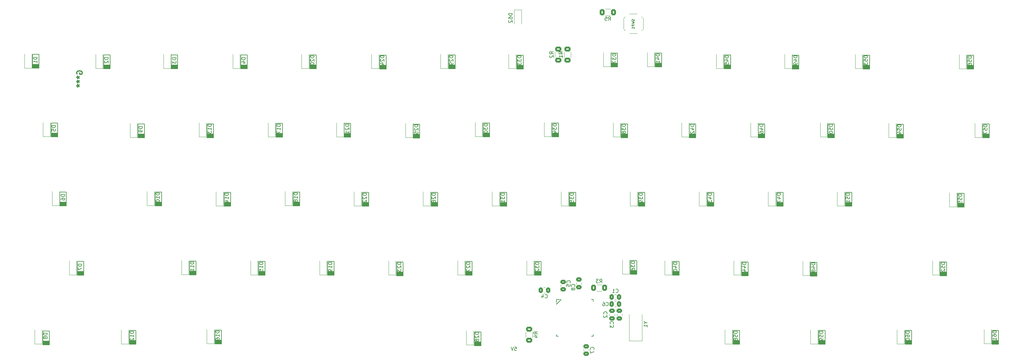
<source format=gbo>
G04 #@! TF.GenerationSoftware,KiCad,Pcbnew,(6.0.6)*
G04 #@! TF.CreationDate,2022-07-10T20:54:54+03:00*
G04 #@! TF.ProjectId,Keyboard-60,4b657962-6f61-4726-942d-3630252e6b69,rev?*
G04 #@! TF.SameCoordinates,Original*
G04 #@! TF.FileFunction,Legend,Bot*
G04 #@! TF.FilePolarity,Positive*
%FSLAX46Y46*%
G04 Gerber Fmt 4.6, Leading zero omitted, Abs format (unit mm)*
G04 Created by KiCad (PCBNEW (6.0.6)) date 2022-07-10 20:54:54*
%MOMM*%
%LPD*%
G01*
G04 APERTURE LIST*
G04 Aperture macros list*
%AMRoundRect*
0 Rectangle with rounded corners*
0 $1 Rounding radius*
0 $2 $3 $4 $5 $6 $7 $8 $9 X,Y pos of 4 corners*
0 Add a 4 corners polygon primitive as box body*
4,1,4,$2,$3,$4,$5,$6,$7,$8,$9,$2,$3,0*
0 Add four circle primitives for the rounded corners*
1,1,$1+$1,$2,$3*
1,1,$1+$1,$4,$5*
1,1,$1+$1,$6,$7*
1,1,$1+$1,$8,$9*
0 Add four rect primitives between the rounded corners*
20,1,$1+$1,$2,$3,$4,$5,0*
20,1,$1+$1,$4,$5,$6,$7,0*
20,1,$1+$1,$6,$7,$8,$9,0*
20,1,$1+$1,$8,$9,$2,$3,0*%
G04 Aperture macros list end*
%ADD10C,0.150000*%
%ADD11C,0.300000*%
%ADD12C,0.120000*%
%ADD13C,0.152400*%
%ADD14R,1.250000X1.250000*%
%ADD15R,1.600000X1.500000*%
%ADD16C,1.600000*%
%ADD17C,3.000000*%
%ADD18R,1.200000X0.900000*%
%ADD19RoundRect,0.250000X-0.625000X0.400000X-0.625000X-0.400000X0.625000X-0.400000X0.625000X0.400000X0*%
%ADD20C,2.540000*%
%ADD21C,3.987800*%
%ADD22C,1.701800*%
%ADD23R,1.100000X1.800000*%
%ADD24RoundRect,0.250000X-0.475000X0.337500X-0.475000X-0.337500X0.475000X-0.337500X0.475000X0.337500X0*%
%ADD25C,3.048000*%
%ADD26RoundRect,0.250000X0.475000X-0.337500X0.475000X0.337500X-0.475000X0.337500X-0.475000X-0.337500X0*%
%ADD27RoundRect,0.250000X-0.400000X-0.625000X0.400000X-0.625000X0.400000X0.625000X-0.400000X0.625000X0*%
%ADD28RoundRect,0.250000X-0.337500X-0.475000X0.337500X-0.475000X0.337500X0.475000X-0.337500X0.475000X0*%
%ADD29RoundRect,0.250000X0.337500X0.475000X-0.337500X0.475000X-0.337500X-0.475000X0.337500X-0.475000X0*%
%ADD30R,2.400000X3.500000*%
%ADD31RoundRect,0.250000X0.400000X0.625000X-0.400000X0.625000X-0.400000X-0.625000X0.400000X-0.625000X0*%
%ADD32R,0.508000X1.473200*%
%ADD33R,1.473200X0.508000*%
%ADD34RoundRect,0.250000X0.625000X-0.400000X0.625000X0.400000X-0.625000X0.400000X-0.625000X-0.400000X0*%
G04 APERTURE END LIST*
D10*
X314452000Y-151765000D02*
X315722000Y-151765000D01*
X315722000Y-151765000D02*
X315722000Y-151955500D01*
X315722000Y-151955500D02*
X314452000Y-151955500D01*
X314452000Y-151955500D02*
X314452000Y-151765000D01*
X314452000Y-151765000D02*
X315849000Y-151765000D01*
X315849000Y-151765000D02*
X315849000Y-152400000D01*
X315849000Y-152400000D02*
X314452000Y-152400000D01*
X314452000Y-152400000D02*
X314452000Y-151765000D01*
X314452000Y-151765000D02*
X315976000Y-151765000D01*
X315976000Y-151765000D02*
X315976000Y-152527000D01*
X315976000Y-152527000D02*
X314452000Y-152527000D01*
X314452000Y-152527000D02*
X314452000Y-151765000D01*
X314452000Y-151765000D02*
X315722000Y-151765000D01*
X315722000Y-151765000D02*
X315722000Y-152273000D01*
X315722000Y-152273000D02*
X314452000Y-152273000D01*
X314452000Y-152273000D02*
X314452000Y-151765000D01*
X314452000Y-151765000D02*
X315722000Y-151765000D01*
X315722000Y-151765000D02*
X315722000Y-152146000D01*
X315722000Y-152146000D02*
X314452000Y-152146000D01*
X314452000Y-152146000D02*
X314452000Y-151765000D01*
X314452000Y-151765000D02*
X316103000Y-151765000D01*
X316103000Y-151765000D02*
X316103000Y-152654000D01*
X316103000Y-152654000D02*
X314452000Y-152654000D01*
X314452000Y-152654000D02*
X314452000Y-151765000D01*
X314452000Y-151765000D02*
X315722000Y-151765000D01*
X315722000Y-151765000D02*
X315722000Y-152019000D01*
X315722000Y-152019000D02*
X314452000Y-152019000D01*
X314452000Y-152019000D02*
X314452000Y-151765000D01*
X314452000Y-151860250D02*
X315722000Y-151892000D01*
X314452000Y-151765000D02*
X316230000Y-151765000D01*
X314452000Y-148971000D02*
X316230000Y-148971000D01*
X316230000Y-148971000D02*
X316230000Y-152781000D01*
X316230000Y-152781000D02*
X314452000Y-152781000D01*
X314452000Y-152781000D02*
X314452000Y-148971000D01*
X290449000Y-151765000D02*
X291719000Y-151765000D01*
X291719000Y-151765000D02*
X291719000Y-151955500D01*
X291719000Y-151955500D02*
X290449000Y-151955500D01*
X290449000Y-151955500D02*
X290449000Y-151765000D01*
X290449000Y-151765000D02*
X291846000Y-151765000D01*
X291846000Y-151765000D02*
X291846000Y-152400000D01*
X291846000Y-152400000D02*
X290449000Y-152400000D01*
X290449000Y-152400000D02*
X290449000Y-151765000D01*
X290449000Y-151765000D02*
X291973000Y-151765000D01*
X291973000Y-151765000D02*
X291973000Y-152527000D01*
X291973000Y-152527000D02*
X290449000Y-152527000D01*
X290449000Y-152527000D02*
X290449000Y-151765000D01*
X290449000Y-151765000D02*
X291719000Y-151765000D01*
X291719000Y-151765000D02*
X291719000Y-152273000D01*
X291719000Y-152273000D02*
X290449000Y-152273000D01*
X290449000Y-152273000D02*
X290449000Y-151765000D01*
X290449000Y-151765000D02*
X291719000Y-151765000D01*
X291719000Y-151765000D02*
X291719000Y-152146000D01*
X291719000Y-152146000D02*
X290449000Y-152146000D01*
X290449000Y-152146000D02*
X290449000Y-151765000D01*
X290449000Y-151765000D02*
X292100000Y-151765000D01*
X292100000Y-151765000D02*
X292100000Y-152654000D01*
X292100000Y-152654000D02*
X290449000Y-152654000D01*
X290449000Y-152654000D02*
X290449000Y-151765000D01*
X290449000Y-151765000D02*
X291719000Y-151765000D01*
X291719000Y-151765000D02*
X291719000Y-152019000D01*
X291719000Y-152019000D02*
X290449000Y-152019000D01*
X290449000Y-152019000D02*
X290449000Y-151765000D01*
X290449000Y-151860250D02*
X291719000Y-151892000D01*
X290449000Y-151765000D02*
X292227000Y-151765000D01*
X290449000Y-148971000D02*
X292227000Y-148971000D01*
X292227000Y-148971000D02*
X292227000Y-152781000D01*
X292227000Y-152781000D02*
X290449000Y-152781000D01*
X290449000Y-152781000D02*
X290449000Y-148971000D01*
X266573000Y-151765000D02*
X267843000Y-151765000D01*
X267843000Y-151765000D02*
X267843000Y-151955500D01*
X267843000Y-151955500D02*
X266573000Y-151955500D01*
X266573000Y-151955500D02*
X266573000Y-151765000D01*
X266573000Y-151765000D02*
X267970000Y-151765000D01*
X267970000Y-151765000D02*
X267970000Y-152400000D01*
X267970000Y-152400000D02*
X266573000Y-152400000D01*
X266573000Y-152400000D02*
X266573000Y-151765000D01*
X266573000Y-151765000D02*
X268097000Y-151765000D01*
X268097000Y-151765000D02*
X268097000Y-152527000D01*
X268097000Y-152527000D02*
X266573000Y-152527000D01*
X266573000Y-152527000D02*
X266573000Y-151765000D01*
X266573000Y-151765000D02*
X267843000Y-151765000D01*
X267843000Y-151765000D02*
X267843000Y-152273000D01*
X267843000Y-152273000D02*
X266573000Y-152273000D01*
X266573000Y-152273000D02*
X266573000Y-151765000D01*
X266573000Y-151765000D02*
X267843000Y-151765000D01*
X267843000Y-151765000D02*
X267843000Y-152146000D01*
X267843000Y-152146000D02*
X266573000Y-152146000D01*
X266573000Y-152146000D02*
X266573000Y-151765000D01*
X266573000Y-151765000D02*
X268224000Y-151765000D01*
X268224000Y-151765000D02*
X268224000Y-152654000D01*
X268224000Y-152654000D02*
X266573000Y-152654000D01*
X266573000Y-152654000D02*
X266573000Y-151765000D01*
X266573000Y-151765000D02*
X267843000Y-151765000D01*
X267843000Y-151765000D02*
X267843000Y-152019000D01*
X267843000Y-152019000D02*
X266573000Y-152019000D01*
X266573000Y-152019000D02*
X266573000Y-151765000D01*
X266573000Y-151860250D02*
X267843000Y-151892000D01*
X266573000Y-151765000D02*
X268351000Y-151765000D01*
X266573000Y-148971000D02*
X268351000Y-148971000D01*
X268351000Y-148971000D02*
X268351000Y-152781000D01*
X268351000Y-152781000D02*
X266573000Y-152781000D01*
X266573000Y-152781000D02*
X266573000Y-148971000D01*
X242951000Y-151765000D02*
X244221000Y-151765000D01*
X244221000Y-151765000D02*
X244221000Y-151955500D01*
X244221000Y-151955500D02*
X242951000Y-151955500D01*
X242951000Y-151955500D02*
X242951000Y-151765000D01*
X242951000Y-151765000D02*
X244348000Y-151765000D01*
X244348000Y-151765000D02*
X244348000Y-152400000D01*
X244348000Y-152400000D02*
X242951000Y-152400000D01*
X242951000Y-152400000D02*
X242951000Y-151765000D01*
X242951000Y-151765000D02*
X244475000Y-151765000D01*
X244475000Y-151765000D02*
X244475000Y-152527000D01*
X244475000Y-152527000D02*
X242951000Y-152527000D01*
X242951000Y-152527000D02*
X242951000Y-151765000D01*
X242951000Y-151765000D02*
X244221000Y-151765000D01*
X244221000Y-151765000D02*
X244221000Y-152273000D01*
X244221000Y-152273000D02*
X242951000Y-152273000D01*
X242951000Y-152273000D02*
X242951000Y-151765000D01*
X242951000Y-151765000D02*
X244221000Y-151765000D01*
X244221000Y-151765000D02*
X244221000Y-152146000D01*
X244221000Y-152146000D02*
X242951000Y-152146000D01*
X242951000Y-152146000D02*
X242951000Y-151765000D01*
X242951000Y-151765000D02*
X244602000Y-151765000D01*
X244602000Y-151765000D02*
X244602000Y-152654000D01*
X244602000Y-152654000D02*
X242951000Y-152654000D01*
X242951000Y-152654000D02*
X242951000Y-151765000D01*
X242951000Y-151765000D02*
X244221000Y-151765000D01*
X244221000Y-151765000D02*
X244221000Y-152019000D01*
X244221000Y-152019000D02*
X242951000Y-152019000D01*
X242951000Y-152019000D02*
X242951000Y-151765000D01*
X242951000Y-151860250D02*
X244221000Y-151892000D01*
X242951000Y-151765000D02*
X244729000Y-151765000D01*
X242951000Y-148971000D02*
X244729000Y-148971000D01*
X244729000Y-148971000D02*
X244729000Y-152781000D01*
X244729000Y-152781000D02*
X242951000Y-152781000D01*
X242951000Y-152781000D02*
X242951000Y-148971000D01*
X171577000Y-152146000D02*
X172847000Y-152146000D01*
X172847000Y-152146000D02*
X172847000Y-152336500D01*
X172847000Y-152336500D02*
X171577000Y-152336500D01*
X171577000Y-152336500D02*
X171577000Y-152146000D01*
X171577000Y-152146000D02*
X172974000Y-152146000D01*
X172974000Y-152146000D02*
X172974000Y-152781000D01*
X172974000Y-152781000D02*
X171577000Y-152781000D01*
X171577000Y-152781000D02*
X171577000Y-152146000D01*
X171577000Y-152146000D02*
X173101000Y-152146000D01*
X173101000Y-152146000D02*
X173101000Y-152908000D01*
X173101000Y-152908000D02*
X171577000Y-152908000D01*
X171577000Y-152908000D02*
X171577000Y-152146000D01*
X171577000Y-152146000D02*
X172847000Y-152146000D01*
X172847000Y-152146000D02*
X172847000Y-152654000D01*
X172847000Y-152654000D02*
X171577000Y-152654000D01*
X171577000Y-152654000D02*
X171577000Y-152146000D01*
X171577000Y-152146000D02*
X172847000Y-152146000D01*
X172847000Y-152146000D02*
X172847000Y-152527000D01*
X172847000Y-152527000D02*
X171577000Y-152527000D01*
X171577000Y-152527000D02*
X171577000Y-152146000D01*
X171577000Y-152146000D02*
X173228000Y-152146000D01*
X173228000Y-152146000D02*
X173228000Y-153035000D01*
X173228000Y-153035000D02*
X171577000Y-153035000D01*
X171577000Y-153035000D02*
X171577000Y-152146000D01*
X171577000Y-152146000D02*
X172847000Y-152146000D01*
X172847000Y-152146000D02*
X172847000Y-152400000D01*
X172847000Y-152400000D02*
X171577000Y-152400000D01*
X171577000Y-152400000D02*
X171577000Y-152146000D01*
X171577000Y-152241250D02*
X172847000Y-152273000D01*
X171577000Y-152146000D02*
X173355000Y-152146000D01*
X171577000Y-149352000D02*
X173355000Y-149352000D01*
X173355000Y-149352000D02*
X173355000Y-153162000D01*
X173355000Y-153162000D02*
X171577000Y-153162000D01*
X171577000Y-153162000D02*
X171577000Y-149352000D01*
X99949000Y-151638000D02*
X101219000Y-151638000D01*
X101219000Y-151638000D02*
X101219000Y-151828500D01*
X101219000Y-151828500D02*
X99949000Y-151828500D01*
X99949000Y-151828500D02*
X99949000Y-151638000D01*
X99949000Y-151638000D02*
X101346000Y-151638000D01*
X101346000Y-151638000D02*
X101346000Y-152273000D01*
X101346000Y-152273000D02*
X99949000Y-152273000D01*
X99949000Y-152273000D02*
X99949000Y-151638000D01*
X99949000Y-151638000D02*
X101473000Y-151638000D01*
X101473000Y-151638000D02*
X101473000Y-152400000D01*
X101473000Y-152400000D02*
X99949000Y-152400000D01*
X99949000Y-152400000D02*
X99949000Y-151638000D01*
X99949000Y-151638000D02*
X101219000Y-151638000D01*
X101219000Y-151638000D02*
X101219000Y-152146000D01*
X101219000Y-152146000D02*
X99949000Y-152146000D01*
X99949000Y-152146000D02*
X99949000Y-151638000D01*
X99949000Y-151638000D02*
X101219000Y-151638000D01*
X101219000Y-151638000D02*
X101219000Y-152019000D01*
X101219000Y-152019000D02*
X99949000Y-152019000D01*
X99949000Y-152019000D02*
X99949000Y-151638000D01*
X99949000Y-151638000D02*
X101600000Y-151638000D01*
X101600000Y-151638000D02*
X101600000Y-152527000D01*
X101600000Y-152527000D02*
X99949000Y-152527000D01*
X99949000Y-152527000D02*
X99949000Y-151638000D01*
X99949000Y-151638000D02*
X101219000Y-151638000D01*
X101219000Y-151638000D02*
X101219000Y-151892000D01*
X101219000Y-151892000D02*
X99949000Y-151892000D01*
X99949000Y-151892000D02*
X99949000Y-151638000D01*
X99949000Y-151733250D02*
X101219000Y-151765000D01*
X99949000Y-151638000D02*
X101727000Y-151638000D01*
X99949000Y-148844000D02*
X101727000Y-148844000D01*
X101727000Y-148844000D02*
X101727000Y-152654000D01*
X101727000Y-152654000D02*
X99949000Y-152654000D01*
X99949000Y-152654000D02*
X99949000Y-148844000D01*
X76327000Y-151765000D02*
X77597000Y-151765000D01*
X77597000Y-151765000D02*
X77597000Y-151955500D01*
X77597000Y-151955500D02*
X76327000Y-151955500D01*
X76327000Y-151955500D02*
X76327000Y-151765000D01*
X76327000Y-151765000D02*
X77724000Y-151765000D01*
X77724000Y-151765000D02*
X77724000Y-152400000D01*
X77724000Y-152400000D02*
X76327000Y-152400000D01*
X76327000Y-152400000D02*
X76327000Y-151765000D01*
X76327000Y-151765000D02*
X77851000Y-151765000D01*
X77851000Y-151765000D02*
X77851000Y-152527000D01*
X77851000Y-152527000D02*
X76327000Y-152527000D01*
X76327000Y-152527000D02*
X76327000Y-151765000D01*
X76327000Y-151765000D02*
X77597000Y-151765000D01*
X77597000Y-151765000D02*
X77597000Y-152273000D01*
X77597000Y-152273000D02*
X76327000Y-152273000D01*
X76327000Y-152273000D02*
X76327000Y-151765000D01*
X76327000Y-151765000D02*
X77597000Y-151765000D01*
X77597000Y-151765000D02*
X77597000Y-152146000D01*
X77597000Y-152146000D02*
X76327000Y-152146000D01*
X76327000Y-152146000D02*
X76327000Y-151765000D01*
X76327000Y-151765000D02*
X77978000Y-151765000D01*
X77978000Y-151765000D02*
X77978000Y-152654000D01*
X77978000Y-152654000D02*
X76327000Y-152654000D01*
X76327000Y-152654000D02*
X76327000Y-151765000D01*
X76327000Y-151765000D02*
X77597000Y-151765000D01*
X77597000Y-151765000D02*
X77597000Y-152019000D01*
X77597000Y-152019000D02*
X76327000Y-152019000D01*
X76327000Y-152019000D02*
X76327000Y-151765000D01*
X76327000Y-151860250D02*
X77597000Y-151892000D01*
X76327000Y-151765000D02*
X78105000Y-151765000D01*
X76327000Y-148971000D02*
X78105000Y-148971000D01*
X78105000Y-148971000D02*
X78105000Y-152781000D01*
X78105000Y-152781000D02*
X76327000Y-152781000D01*
X76327000Y-152781000D02*
X76327000Y-148971000D01*
X52451000Y-151892000D02*
X53721000Y-151892000D01*
X53721000Y-151892000D02*
X53721000Y-152082500D01*
X53721000Y-152082500D02*
X52451000Y-152082500D01*
X52451000Y-152082500D02*
X52451000Y-151892000D01*
X52451000Y-151892000D02*
X53848000Y-151892000D01*
X53848000Y-151892000D02*
X53848000Y-152527000D01*
X53848000Y-152527000D02*
X52451000Y-152527000D01*
X52451000Y-152527000D02*
X52451000Y-151892000D01*
X52451000Y-151892000D02*
X53975000Y-151892000D01*
X53975000Y-151892000D02*
X53975000Y-152654000D01*
X53975000Y-152654000D02*
X52451000Y-152654000D01*
X52451000Y-152654000D02*
X52451000Y-151892000D01*
X52451000Y-151892000D02*
X53721000Y-151892000D01*
X53721000Y-151892000D02*
X53721000Y-152400000D01*
X53721000Y-152400000D02*
X52451000Y-152400000D01*
X52451000Y-152400000D02*
X52451000Y-151892000D01*
X52451000Y-151892000D02*
X53721000Y-151892000D01*
X53721000Y-151892000D02*
X53721000Y-152273000D01*
X53721000Y-152273000D02*
X52451000Y-152273000D01*
X52451000Y-152273000D02*
X52451000Y-151892000D01*
X52451000Y-151892000D02*
X54102000Y-151892000D01*
X54102000Y-151892000D02*
X54102000Y-152781000D01*
X54102000Y-152781000D02*
X52451000Y-152781000D01*
X52451000Y-152781000D02*
X52451000Y-151892000D01*
X52451000Y-151892000D02*
X53721000Y-151892000D01*
X53721000Y-151892000D02*
X53721000Y-152146000D01*
X53721000Y-152146000D02*
X52451000Y-152146000D01*
X52451000Y-152146000D02*
X52451000Y-151892000D01*
X52451000Y-151987250D02*
X53721000Y-152019000D01*
X52451000Y-151892000D02*
X54229000Y-151892000D01*
X52451000Y-149098000D02*
X54229000Y-149098000D01*
X54229000Y-149098000D02*
X54229000Y-152908000D01*
X54229000Y-152908000D02*
X52451000Y-152908000D01*
X52451000Y-152908000D02*
X52451000Y-149098000D01*
X61976000Y-132730875D02*
X63246000Y-132730875D01*
X63246000Y-132730875D02*
X63246000Y-132921375D01*
X63246000Y-132921375D02*
X61976000Y-132921375D01*
X61976000Y-132921375D02*
X61976000Y-132730875D01*
X61976000Y-132730875D02*
X63373000Y-132730875D01*
X63373000Y-132730875D02*
X63373000Y-133365875D01*
X63373000Y-133365875D02*
X61976000Y-133365875D01*
X61976000Y-133365875D02*
X61976000Y-132730875D01*
X61976000Y-132730875D02*
X63500000Y-132730875D01*
X63500000Y-132730875D02*
X63500000Y-133492875D01*
X63500000Y-133492875D02*
X61976000Y-133492875D01*
X61976000Y-133492875D02*
X61976000Y-132730875D01*
X61976000Y-132730875D02*
X63246000Y-132730875D01*
X63246000Y-132730875D02*
X63246000Y-133238875D01*
X63246000Y-133238875D02*
X61976000Y-133238875D01*
X61976000Y-133238875D02*
X61976000Y-132730875D01*
X61976000Y-132730875D02*
X63246000Y-132730875D01*
X63246000Y-132730875D02*
X63246000Y-133111875D01*
X63246000Y-133111875D02*
X61976000Y-133111875D01*
X61976000Y-133111875D02*
X61976000Y-132730875D01*
X61976000Y-132730875D02*
X63627000Y-132730875D01*
X63627000Y-132730875D02*
X63627000Y-133619875D01*
X63627000Y-133619875D02*
X61976000Y-133619875D01*
X61976000Y-133619875D02*
X61976000Y-132730875D01*
X61976000Y-132730875D02*
X63246000Y-132730875D01*
X63246000Y-132730875D02*
X63246000Y-132984875D01*
X63246000Y-132984875D02*
X61976000Y-132984875D01*
X61976000Y-132984875D02*
X61976000Y-132730875D01*
X61976000Y-132826125D02*
X63246000Y-132857875D01*
X61976000Y-132730875D02*
X63754000Y-132730875D01*
X61976000Y-129936875D02*
X63754000Y-129936875D01*
X63754000Y-129936875D02*
X63754000Y-133746875D01*
X63754000Y-133746875D02*
X61976000Y-133746875D01*
X61976000Y-133746875D02*
X61976000Y-129936875D01*
X92964000Y-132588000D02*
X94234000Y-132588000D01*
X94234000Y-132588000D02*
X94234000Y-132778500D01*
X94234000Y-132778500D02*
X92964000Y-132778500D01*
X92964000Y-132778500D02*
X92964000Y-132588000D01*
X92964000Y-132588000D02*
X94361000Y-132588000D01*
X94361000Y-132588000D02*
X94361000Y-133223000D01*
X94361000Y-133223000D02*
X92964000Y-133223000D01*
X92964000Y-133223000D02*
X92964000Y-132588000D01*
X92964000Y-132588000D02*
X94488000Y-132588000D01*
X94488000Y-132588000D02*
X94488000Y-133350000D01*
X94488000Y-133350000D02*
X92964000Y-133350000D01*
X92964000Y-133350000D02*
X92964000Y-132588000D01*
X92964000Y-132588000D02*
X94234000Y-132588000D01*
X94234000Y-132588000D02*
X94234000Y-133096000D01*
X94234000Y-133096000D02*
X92964000Y-133096000D01*
X92964000Y-133096000D02*
X92964000Y-132588000D01*
X92964000Y-132588000D02*
X94234000Y-132588000D01*
X94234000Y-132588000D02*
X94234000Y-132969000D01*
X94234000Y-132969000D02*
X92964000Y-132969000D01*
X92964000Y-132969000D02*
X92964000Y-132588000D01*
X92964000Y-132588000D02*
X94615000Y-132588000D01*
X94615000Y-132588000D02*
X94615000Y-133477000D01*
X94615000Y-133477000D02*
X92964000Y-133477000D01*
X92964000Y-133477000D02*
X92964000Y-132588000D01*
X92964000Y-132588000D02*
X94234000Y-132588000D01*
X94234000Y-132588000D02*
X94234000Y-132842000D01*
X94234000Y-132842000D02*
X92964000Y-132842000D01*
X92964000Y-132842000D02*
X92964000Y-132588000D01*
X92964000Y-132683250D02*
X94234000Y-132715000D01*
X92964000Y-132588000D02*
X94742000Y-132588000D01*
X92964000Y-129794000D02*
X94742000Y-129794000D01*
X94742000Y-129794000D02*
X94742000Y-133604000D01*
X94742000Y-133604000D02*
X92964000Y-133604000D01*
X92964000Y-133604000D02*
X92964000Y-129794000D01*
X112014000Y-132715000D02*
X113284000Y-132715000D01*
X113284000Y-132715000D02*
X113284000Y-132905500D01*
X113284000Y-132905500D02*
X112014000Y-132905500D01*
X112014000Y-132905500D02*
X112014000Y-132715000D01*
X112014000Y-132715000D02*
X113411000Y-132715000D01*
X113411000Y-132715000D02*
X113411000Y-133350000D01*
X113411000Y-133350000D02*
X112014000Y-133350000D01*
X112014000Y-133350000D02*
X112014000Y-132715000D01*
X112014000Y-132715000D02*
X113538000Y-132715000D01*
X113538000Y-132715000D02*
X113538000Y-133477000D01*
X113538000Y-133477000D02*
X112014000Y-133477000D01*
X112014000Y-133477000D02*
X112014000Y-132715000D01*
X112014000Y-132715000D02*
X113284000Y-132715000D01*
X113284000Y-132715000D02*
X113284000Y-133223000D01*
X113284000Y-133223000D02*
X112014000Y-133223000D01*
X112014000Y-133223000D02*
X112014000Y-132715000D01*
X112014000Y-132715000D02*
X113284000Y-132715000D01*
X113284000Y-132715000D02*
X113284000Y-133096000D01*
X113284000Y-133096000D02*
X112014000Y-133096000D01*
X112014000Y-133096000D02*
X112014000Y-132715000D01*
X112014000Y-132715000D02*
X113665000Y-132715000D01*
X113665000Y-132715000D02*
X113665000Y-133604000D01*
X113665000Y-133604000D02*
X112014000Y-133604000D01*
X112014000Y-133604000D02*
X112014000Y-132715000D01*
X112014000Y-132715000D02*
X113284000Y-132715000D01*
X113284000Y-132715000D02*
X113284000Y-132969000D01*
X113284000Y-132969000D02*
X112014000Y-132969000D01*
X112014000Y-132969000D02*
X112014000Y-132715000D01*
X112014000Y-132810250D02*
X113284000Y-132842000D01*
X112014000Y-132715000D02*
X113792000Y-132715000D01*
X112014000Y-129921000D02*
X113792000Y-129921000D01*
X113792000Y-129921000D02*
X113792000Y-133731000D01*
X113792000Y-133731000D02*
X112014000Y-133731000D01*
X112014000Y-133731000D02*
X112014000Y-129921000D01*
X131064000Y-132715000D02*
X132334000Y-132715000D01*
X132334000Y-132715000D02*
X132334000Y-132905500D01*
X132334000Y-132905500D02*
X131064000Y-132905500D01*
X131064000Y-132905500D02*
X131064000Y-132715000D01*
X131064000Y-132715000D02*
X132461000Y-132715000D01*
X132461000Y-132715000D02*
X132461000Y-133350000D01*
X132461000Y-133350000D02*
X131064000Y-133350000D01*
X131064000Y-133350000D02*
X131064000Y-132715000D01*
X131064000Y-132715000D02*
X132588000Y-132715000D01*
X132588000Y-132715000D02*
X132588000Y-133477000D01*
X132588000Y-133477000D02*
X131064000Y-133477000D01*
X131064000Y-133477000D02*
X131064000Y-132715000D01*
X131064000Y-132715000D02*
X132334000Y-132715000D01*
X132334000Y-132715000D02*
X132334000Y-133223000D01*
X132334000Y-133223000D02*
X131064000Y-133223000D01*
X131064000Y-133223000D02*
X131064000Y-132715000D01*
X131064000Y-132715000D02*
X132334000Y-132715000D01*
X132334000Y-132715000D02*
X132334000Y-133096000D01*
X132334000Y-133096000D02*
X131064000Y-133096000D01*
X131064000Y-133096000D02*
X131064000Y-132715000D01*
X131064000Y-132715000D02*
X132715000Y-132715000D01*
X132715000Y-132715000D02*
X132715000Y-133604000D01*
X132715000Y-133604000D02*
X131064000Y-133604000D01*
X131064000Y-133604000D02*
X131064000Y-132715000D01*
X131064000Y-132715000D02*
X132334000Y-132715000D01*
X132334000Y-132715000D02*
X132334000Y-132969000D01*
X132334000Y-132969000D02*
X131064000Y-132969000D01*
X131064000Y-132969000D02*
X131064000Y-132715000D01*
X131064000Y-132810250D02*
X132334000Y-132842000D01*
X131064000Y-132715000D02*
X132842000Y-132715000D01*
X131064000Y-129921000D02*
X132842000Y-129921000D01*
X132842000Y-129921000D02*
X132842000Y-133731000D01*
X132842000Y-133731000D02*
X131064000Y-133731000D01*
X131064000Y-133731000D02*
X131064000Y-129921000D01*
X150114000Y-132842000D02*
X151384000Y-132842000D01*
X151384000Y-132842000D02*
X151384000Y-133032500D01*
X151384000Y-133032500D02*
X150114000Y-133032500D01*
X150114000Y-133032500D02*
X150114000Y-132842000D01*
X150114000Y-132842000D02*
X151511000Y-132842000D01*
X151511000Y-132842000D02*
X151511000Y-133477000D01*
X151511000Y-133477000D02*
X150114000Y-133477000D01*
X150114000Y-133477000D02*
X150114000Y-132842000D01*
X150114000Y-132842000D02*
X151638000Y-132842000D01*
X151638000Y-132842000D02*
X151638000Y-133604000D01*
X151638000Y-133604000D02*
X150114000Y-133604000D01*
X150114000Y-133604000D02*
X150114000Y-132842000D01*
X150114000Y-132842000D02*
X151384000Y-132842000D01*
X151384000Y-132842000D02*
X151384000Y-133350000D01*
X151384000Y-133350000D02*
X150114000Y-133350000D01*
X150114000Y-133350000D02*
X150114000Y-132842000D01*
X150114000Y-132842000D02*
X151384000Y-132842000D01*
X151384000Y-132842000D02*
X151384000Y-133223000D01*
X151384000Y-133223000D02*
X150114000Y-133223000D01*
X150114000Y-133223000D02*
X150114000Y-132842000D01*
X150114000Y-132842000D02*
X151765000Y-132842000D01*
X151765000Y-132842000D02*
X151765000Y-133731000D01*
X151765000Y-133731000D02*
X150114000Y-133731000D01*
X150114000Y-133731000D02*
X150114000Y-132842000D01*
X150114000Y-132842000D02*
X151384000Y-132842000D01*
X151384000Y-132842000D02*
X151384000Y-133096000D01*
X151384000Y-133096000D02*
X150114000Y-133096000D01*
X150114000Y-133096000D02*
X150114000Y-132842000D01*
X150114000Y-132937250D02*
X151384000Y-132969000D01*
X150114000Y-132842000D02*
X151892000Y-132842000D01*
X150114000Y-130048000D02*
X151892000Y-130048000D01*
X151892000Y-130048000D02*
X151892000Y-133858000D01*
X151892000Y-133858000D02*
X150114000Y-133858000D01*
X150114000Y-133858000D02*
X150114000Y-130048000D01*
X169164000Y-132715000D02*
X170434000Y-132715000D01*
X170434000Y-132715000D02*
X170434000Y-132905500D01*
X170434000Y-132905500D02*
X169164000Y-132905500D01*
X169164000Y-132905500D02*
X169164000Y-132715000D01*
X169164000Y-132715000D02*
X170561000Y-132715000D01*
X170561000Y-132715000D02*
X170561000Y-133350000D01*
X170561000Y-133350000D02*
X169164000Y-133350000D01*
X169164000Y-133350000D02*
X169164000Y-132715000D01*
X169164000Y-132715000D02*
X170688000Y-132715000D01*
X170688000Y-132715000D02*
X170688000Y-133477000D01*
X170688000Y-133477000D02*
X169164000Y-133477000D01*
X169164000Y-133477000D02*
X169164000Y-132715000D01*
X169164000Y-132715000D02*
X170434000Y-132715000D01*
X170434000Y-132715000D02*
X170434000Y-133223000D01*
X170434000Y-133223000D02*
X169164000Y-133223000D01*
X169164000Y-133223000D02*
X169164000Y-132715000D01*
X169164000Y-132715000D02*
X170434000Y-132715000D01*
X170434000Y-132715000D02*
X170434000Y-133096000D01*
X170434000Y-133096000D02*
X169164000Y-133096000D01*
X169164000Y-133096000D02*
X169164000Y-132715000D01*
X169164000Y-132715000D02*
X170815000Y-132715000D01*
X170815000Y-132715000D02*
X170815000Y-133604000D01*
X170815000Y-133604000D02*
X169164000Y-133604000D01*
X169164000Y-133604000D02*
X169164000Y-132715000D01*
X169164000Y-132715000D02*
X170434000Y-132715000D01*
X170434000Y-132715000D02*
X170434000Y-132969000D01*
X170434000Y-132969000D02*
X169164000Y-132969000D01*
X169164000Y-132969000D02*
X169164000Y-132715000D01*
X169164000Y-132810250D02*
X170434000Y-132842000D01*
X169164000Y-132715000D02*
X170942000Y-132715000D01*
X169164000Y-129921000D02*
X170942000Y-129921000D01*
X170942000Y-129921000D02*
X170942000Y-133731000D01*
X170942000Y-133731000D02*
X169164000Y-133731000D01*
X169164000Y-133731000D02*
X169164000Y-129921000D01*
X188214000Y-132715000D02*
X189484000Y-132715000D01*
X189484000Y-132715000D02*
X189484000Y-132905500D01*
X189484000Y-132905500D02*
X188214000Y-132905500D01*
X188214000Y-132905500D02*
X188214000Y-132715000D01*
X188214000Y-132715000D02*
X189611000Y-132715000D01*
X189611000Y-132715000D02*
X189611000Y-133350000D01*
X189611000Y-133350000D02*
X188214000Y-133350000D01*
X188214000Y-133350000D02*
X188214000Y-132715000D01*
X188214000Y-132715000D02*
X189738000Y-132715000D01*
X189738000Y-132715000D02*
X189738000Y-133477000D01*
X189738000Y-133477000D02*
X188214000Y-133477000D01*
X188214000Y-133477000D02*
X188214000Y-132715000D01*
X188214000Y-132715000D02*
X189484000Y-132715000D01*
X189484000Y-132715000D02*
X189484000Y-133223000D01*
X189484000Y-133223000D02*
X188214000Y-133223000D01*
X188214000Y-133223000D02*
X188214000Y-132715000D01*
X188214000Y-132715000D02*
X189484000Y-132715000D01*
X189484000Y-132715000D02*
X189484000Y-133096000D01*
X189484000Y-133096000D02*
X188214000Y-133096000D01*
X188214000Y-133096000D02*
X188214000Y-132715000D01*
X188214000Y-132715000D02*
X189865000Y-132715000D01*
X189865000Y-132715000D02*
X189865000Y-133604000D01*
X189865000Y-133604000D02*
X188214000Y-133604000D01*
X188214000Y-133604000D02*
X188214000Y-132715000D01*
X188214000Y-132715000D02*
X189484000Y-132715000D01*
X189484000Y-132715000D02*
X189484000Y-132969000D01*
X189484000Y-132969000D02*
X188214000Y-132969000D01*
X188214000Y-132969000D02*
X188214000Y-132715000D01*
X188214000Y-132810250D02*
X189484000Y-132842000D01*
X188214000Y-132715000D02*
X189992000Y-132715000D01*
X188214000Y-129921000D02*
X189992000Y-129921000D01*
X189992000Y-129921000D02*
X189992000Y-133731000D01*
X189992000Y-133731000D02*
X188214000Y-133731000D01*
X188214000Y-133731000D02*
X188214000Y-129921000D01*
X214630000Y-132461000D02*
X215900000Y-132461000D01*
X215900000Y-132461000D02*
X215900000Y-132651500D01*
X215900000Y-132651500D02*
X214630000Y-132651500D01*
X214630000Y-132651500D02*
X214630000Y-132461000D01*
X214630000Y-132461000D02*
X216027000Y-132461000D01*
X216027000Y-132461000D02*
X216027000Y-133096000D01*
X216027000Y-133096000D02*
X214630000Y-133096000D01*
X214630000Y-133096000D02*
X214630000Y-132461000D01*
X214630000Y-132461000D02*
X216154000Y-132461000D01*
X216154000Y-132461000D02*
X216154000Y-133223000D01*
X216154000Y-133223000D02*
X214630000Y-133223000D01*
X214630000Y-133223000D02*
X214630000Y-132461000D01*
X214630000Y-132461000D02*
X215900000Y-132461000D01*
X215900000Y-132461000D02*
X215900000Y-132969000D01*
X215900000Y-132969000D02*
X214630000Y-132969000D01*
X214630000Y-132969000D02*
X214630000Y-132461000D01*
X214630000Y-132461000D02*
X215900000Y-132461000D01*
X215900000Y-132461000D02*
X215900000Y-132842000D01*
X215900000Y-132842000D02*
X214630000Y-132842000D01*
X214630000Y-132842000D02*
X214630000Y-132461000D01*
X214630000Y-132461000D02*
X216281000Y-132461000D01*
X216281000Y-132461000D02*
X216281000Y-133350000D01*
X216281000Y-133350000D02*
X214630000Y-133350000D01*
X214630000Y-133350000D02*
X214630000Y-132461000D01*
X214630000Y-132461000D02*
X215900000Y-132461000D01*
X215900000Y-132461000D02*
X215900000Y-132715000D01*
X215900000Y-132715000D02*
X214630000Y-132715000D01*
X214630000Y-132715000D02*
X214630000Y-132461000D01*
X214630000Y-132556250D02*
X215900000Y-132588000D01*
X214630000Y-132461000D02*
X216408000Y-132461000D01*
X214630000Y-129667000D02*
X216408000Y-129667000D01*
X216408000Y-129667000D02*
X216408000Y-133477000D01*
X216408000Y-133477000D02*
X214630000Y-133477000D01*
X214630000Y-133477000D02*
X214630000Y-129667000D01*
X226314000Y-132715000D02*
X227584000Y-132715000D01*
X227584000Y-132715000D02*
X227584000Y-132905500D01*
X227584000Y-132905500D02*
X226314000Y-132905500D01*
X226314000Y-132905500D02*
X226314000Y-132715000D01*
X226314000Y-132715000D02*
X227711000Y-132715000D01*
X227711000Y-132715000D02*
X227711000Y-133350000D01*
X227711000Y-133350000D02*
X226314000Y-133350000D01*
X226314000Y-133350000D02*
X226314000Y-132715000D01*
X226314000Y-132715000D02*
X227838000Y-132715000D01*
X227838000Y-132715000D02*
X227838000Y-133477000D01*
X227838000Y-133477000D02*
X226314000Y-133477000D01*
X226314000Y-133477000D02*
X226314000Y-132715000D01*
X226314000Y-132715000D02*
X227584000Y-132715000D01*
X227584000Y-132715000D02*
X227584000Y-133223000D01*
X227584000Y-133223000D02*
X226314000Y-133223000D01*
X226314000Y-133223000D02*
X226314000Y-132715000D01*
X226314000Y-132715000D02*
X227584000Y-132715000D01*
X227584000Y-132715000D02*
X227584000Y-133096000D01*
X227584000Y-133096000D02*
X226314000Y-133096000D01*
X226314000Y-133096000D02*
X226314000Y-132715000D01*
X226314000Y-132715000D02*
X227965000Y-132715000D01*
X227965000Y-132715000D02*
X227965000Y-133604000D01*
X227965000Y-133604000D02*
X226314000Y-133604000D01*
X226314000Y-133604000D02*
X226314000Y-132715000D01*
X226314000Y-132715000D02*
X227584000Y-132715000D01*
X227584000Y-132715000D02*
X227584000Y-132969000D01*
X227584000Y-132969000D02*
X226314000Y-132969000D01*
X226314000Y-132969000D02*
X226314000Y-132715000D01*
X226314000Y-132810250D02*
X227584000Y-132842000D01*
X226314000Y-132715000D02*
X228092000Y-132715000D01*
X226314000Y-129921000D02*
X228092000Y-129921000D01*
X228092000Y-129921000D02*
X228092000Y-133731000D01*
X228092000Y-133731000D02*
X226314000Y-133731000D01*
X226314000Y-133731000D02*
X226314000Y-129921000D01*
X245364000Y-132842000D02*
X246634000Y-132842000D01*
X246634000Y-132842000D02*
X246634000Y-133032500D01*
X246634000Y-133032500D02*
X245364000Y-133032500D01*
X245364000Y-133032500D02*
X245364000Y-132842000D01*
X245364000Y-132842000D02*
X246761000Y-132842000D01*
X246761000Y-132842000D02*
X246761000Y-133477000D01*
X246761000Y-133477000D02*
X245364000Y-133477000D01*
X245364000Y-133477000D02*
X245364000Y-132842000D01*
X245364000Y-132842000D02*
X246888000Y-132842000D01*
X246888000Y-132842000D02*
X246888000Y-133604000D01*
X246888000Y-133604000D02*
X245364000Y-133604000D01*
X245364000Y-133604000D02*
X245364000Y-132842000D01*
X245364000Y-132842000D02*
X246634000Y-132842000D01*
X246634000Y-132842000D02*
X246634000Y-133350000D01*
X246634000Y-133350000D02*
X245364000Y-133350000D01*
X245364000Y-133350000D02*
X245364000Y-132842000D01*
X245364000Y-132842000D02*
X246634000Y-132842000D01*
X246634000Y-132842000D02*
X246634000Y-133223000D01*
X246634000Y-133223000D02*
X245364000Y-133223000D01*
X245364000Y-133223000D02*
X245364000Y-132842000D01*
X245364000Y-132842000D02*
X247015000Y-132842000D01*
X247015000Y-132842000D02*
X247015000Y-133731000D01*
X247015000Y-133731000D02*
X245364000Y-133731000D01*
X245364000Y-133731000D02*
X245364000Y-132842000D01*
X245364000Y-132842000D02*
X246634000Y-132842000D01*
X246634000Y-132842000D02*
X246634000Y-133096000D01*
X246634000Y-133096000D02*
X245364000Y-133096000D01*
X245364000Y-133096000D02*
X245364000Y-132842000D01*
X245364000Y-132937250D02*
X246634000Y-132969000D01*
X245364000Y-132842000D02*
X247142000Y-132842000D01*
X245364000Y-130048000D02*
X247142000Y-130048000D01*
X247142000Y-130048000D02*
X247142000Y-133858000D01*
X247142000Y-133858000D02*
X245364000Y-133858000D01*
X245364000Y-133858000D02*
X245364000Y-130048000D01*
X264287000Y-132969000D02*
X265557000Y-132969000D01*
X265557000Y-132969000D02*
X265557000Y-133159500D01*
X265557000Y-133159500D02*
X264287000Y-133159500D01*
X264287000Y-133159500D02*
X264287000Y-132969000D01*
X264287000Y-132969000D02*
X265684000Y-132969000D01*
X265684000Y-132969000D02*
X265684000Y-133604000D01*
X265684000Y-133604000D02*
X264287000Y-133604000D01*
X264287000Y-133604000D02*
X264287000Y-132969000D01*
X264287000Y-132969000D02*
X265811000Y-132969000D01*
X265811000Y-132969000D02*
X265811000Y-133731000D01*
X265811000Y-133731000D02*
X264287000Y-133731000D01*
X264287000Y-133731000D02*
X264287000Y-132969000D01*
X264287000Y-132969000D02*
X265557000Y-132969000D01*
X265557000Y-132969000D02*
X265557000Y-133477000D01*
X265557000Y-133477000D02*
X264287000Y-133477000D01*
X264287000Y-133477000D02*
X264287000Y-132969000D01*
X264287000Y-132969000D02*
X265557000Y-132969000D01*
X265557000Y-132969000D02*
X265557000Y-133350000D01*
X265557000Y-133350000D02*
X264287000Y-133350000D01*
X264287000Y-133350000D02*
X264287000Y-132969000D01*
X264287000Y-132969000D02*
X265938000Y-132969000D01*
X265938000Y-132969000D02*
X265938000Y-133858000D01*
X265938000Y-133858000D02*
X264287000Y-133858000D01*
X264287000Y-133858000D02*
X264287000Y-132969000D01*
X264287000Y-132969000D02*
X265557000Y-132969000D01*
X265557000Y-132969000D02*
X265557000Y-133223000D01*
X265557000Y-133223000D02*
X264287000Y-133223000D01*
X264287000Y-133223000D02*
X264287000Y-132969000D01*
X264287000Y-133064250D02*
X265557000Y-133096000D01*
X264287000Y-132969000D02*
X266065000Y-132969000D01*
X264287000Y-130175000D02*
X266065000Y-130175000D01*
X266065000Y-130175000D02*
X266065000Y-133985000D01*
X266065000Y-133985000D02*
X264287000Y-133985000D01*
X264287000Y-133985000D02*
X264287000Y-130175000D01*
X300101000Y-132842000D02*
X301371000Y-132842000D01*
X301371000Y-132842000D02*
X301371000Y-133032500D01*
X301371000Y-133032500D02*
X300101000Y-133032500D01*
X300101000Y-133032500D02*
X300101000Y-132842000D01*
X300101000Y-132842000D02*
X301498000Y-132842000D01*
X301498000Y-132842000D02*
X301498000Y-133477000D01*
X301498000Y-133477000D02*
X300101000Y-133477000D01*
X300101000Y-133477000D02*
X300101000Y-132842000D01*
X300101000Y-132842000D02*
X301625000Y-132842000D01*
X301625000Y-132842000D02*
X301625000Y-133604000D01*
X301625000Y-133604000D02*
X300101000Y-133604000D01*
X300101000Y-133604000D02*
X300101000Y-132842000D01*
X300101000Y-132842000D02*
X301371000Y-132842000D01*
X301371000Y-132842000D02*
X301371000Y-133350000D01*
X301371000Y-133350000D02*
X300101000Y-133350000D01*
X300101000Y-133350000D02*
X300101000Y-132842000D01*
X300101000Y-132842000D02*
X301371000Y-132842000D01*
X301371000Y-132842000D02*
X301371000Y-133223000D01*
X301371000Y-133223000D02*
X300101000Y-133223000D01*
X300101000Y-133223000D02*
X300101000Y-132842000D01*
X300101000Y-132842000D02*
X301752000Y-132842000D01*
X301752000Y-132842000D02*
X301752000Y-133731000D01*
X301752000Y-133731000D02*
X300101000Y-133731000D01*
X300101000Y-133731000D02*
X300101000Y-132842000D01*
X300101000Y-132842000D02*
X301371000Y-132842000D01*
X301371000Y-132842000D02*
X301371000Y-133096000D01*
X301371000Y-133096000D02*
X300101000Y-133096000D01*
X300101000Y-133096000D02*
X300101000Y-132842000D01*
X300101000Y-132937250D02*
X301371000Y-132969000D01*
X300101000Y-132842000D02*
X301879000Y-132842000D01*
X300101000Y-130048000D02*
X301879000Y-130048000D01*
X301879000Y-130048000D02*
X301879000Y-133858000D01*
X301879000Y-133858000D02*
X300101000Y-133858000D01*
X300101000Y-133858000D02*
X300101000Y-130048000D01*
X304927000Y-113919000D02*
X306197000Y-113919000D01*
X306197000Y-113919000D02*
X306197000Y-114109500D01*
X306197000Y-114109500D02*
X304927000Y-114109500D01*
X304927000Y-114109500D02*
X304927000Y-113919000D01*
X304927000Y-113919000D02*
X306324000Y-113919000D01*
X306324000Y-113919000D02*
X306324000Y-114554000D01*
X306324000Y-114554000D02*
X304927000Y-114554000D01*
X304927000Y-114554000D02*
X304927000Y-113919000D01*
X304927000Y-113919000D02*
X306451000Y-113919000D01*
X306451000Y-113919000D02*
X306451000Y-114681000D01*
X306451000Y-114681000D02*
X304927000Y-114681000D01*
X304927000Y-114681000D02*
X304927000Y-113919000D01*
X304927000Y-113919000D02*
X306197000Y-113919000D01*
X306197000Y-113919000D02*
X306197000Y-114427000D01*
X306197000Y-114427000D02*
X304927000Y-114427000D01*
X304927000Y-114427000D02*
X304927000Y-113919000D01*
X304927000Y-113919000D02*
X306197000Y-113919000D01*
X306197000Y-113919000D02*
X306197000Y-114300000D01*
X306197000Y-114300000D02*
X304927000Y-114300000D01*
X304927000Y-114300000D02*
X304927000Y-113919000D01*
X304927000Y-113919000D02*
X306578000Y-113919000D01*
X306578000Y-113919000D02*
X306578000Y-114808000D01*
X306578000Y-114808000D02*
X304927000Y-114808000D01*
X304927000Y-114808000D02*
X304927000Y-113919000D01*
X304927000Y-113919000D02*
X306197000Y-113919000D01*
X306197000Y-113919000D02*
X306197000Y-114173000D01*
X306197000Y-114173000D02*
X304927000Y-114173000D01*
X304927000Y-114173000D02*
X304927000Y-113919000D01*
X304927000Y-114014250D02*
X306197000Y-114046000D01*
X304927000Y-113919000D02*
X306705000Y-113919000D01*
X304927000Y-111125000D02*
X306705000Y-111125000D01*
X306705000Y-111125000D02*
X306705000Y-114935000D01*
X306705000Y-114935000D02*
X304927000Y-114935000D01*
X304927000Y-114935000D02*
X304927000Y-111125000D01*
X273939000Y-113665000D02*
X275209000Y-113665000D01*
X275209000Y-113665000D02*
X275209000Y-113855500D01*
X275209000Y-113855500D02*
X273939000Y-113855500D01*
X273939000Y-113855500D02*
X273939000Y-113665000D01*
X273939000Y-113665000D02*
X275336000Y-113665000D01*
X275336000Y-113665000D02*
X275336000Y-114300000D01*
X275336000Y-114300000D02*
X273939000Y-114300000D01*
X273939000Y-114300000D02*
X273939000Y-113665000D01*
X273939000Y-113665000D02*
X275463000Y-113665000D01*
X275463000Y-113665000D02*
X275463000Y-114427000D01*
X275463000Y-114427000D02*
X273939000Y-114427000D01*
X273939000Y-114427000D02*
X273939000Y-113665000D01*
X273939000Y-113665000D02*
X275209000Y-113665000D01*
X275209000Y-113665000D02*
X275209000Y-114173000D01*
X275209000Y-114173000D02*
X273939000Y-114173000D01*
X273939000Y-114173000D02*
X273939000Y-113665000D01*
X273939000Y-113665000D02*
X275209000Y-113665000D01*
X275209000Y-113665000D02*
X275209000Y-114046000D01*
X275209000Y-114046000D02*
X273939000Y-114046000D01*
X273939000Y-114046000D02*
X273939000Y-113665000D01*
X273939000Y-113665000D02*
X275590000Y-113665000D01*
X275590000Y-113665000D02*
X275590000Y-114554000D01*
X275590000Y-114554000D02*
X273939000Y-114554000D01*
X273939000Y-114554000D02*
X273939000Y-113665000D01*
X273939000Y-113665000D02*
X275209000Y-113665000D01*
X275209000Y-113665000D02*
X275209000Y-113919000D01*
X275209000Y-113919000D02*
X273939000Y-113919000D01*
X273939000Y-113919000D02*
X273939000Y-113665000D01*
X273939000Y-113760250D02*
X275209000Y-113792000D01*
X273939000Y-113665000D02*
X275717000Y-113665000D01*
X273939000Y-110871000D02*
X275717000Y-110871000D01*
X275717000Y-110871000D02*
X275717000Y-114681000D01*
X275717000Y-114681000D02*
X273939000Y-114681000D01*
X273939000Y-114681000D02*
X273939000Y-110871000D01*
X255016000Y-113665000D02*
X256286000Y-113665000D01*
X256286000Y-113665000D02*
X256286000Y-113855500D01*
X256286000Y-113855500D02*
X255016000Y-113855500D01*
X255016000Y-113855500D02*
X255016000Y-113665000D01*
X255016000Y-113665000D02*
X256413000Y-113665000D01*
X256413000Y-113665000D02*
X256413000Y-114300000D01*
X256413000Y-114300000D02*
X255016000Y-114300000D01*
X255016000Y-114300000D02*
X255016000Y-113665000D01*
X255016000Y-113665000D02*
X256540000Y-113665000D01*
X256540000Y-113665000D02*
X256540000Y-114427000D01*
X256540000Y-114427000D02*
X255016000Y-114427000D01*
X255016000Y-114427000D02*
X255016000Y-113665000D01*
X255016000Y-113665000D02*
X256286000Y-113665000D01*
X256286000Y-113665000D02*
X256286000Y-114173000D01*
X256286000Y-114173000D02*
X255016000Y-114173000D01*
X255016000Y-114173000D02*
X255016000Y-113665000D01*
X255016000Y-113665000D02*
X256286000Y-113665000D01*
X256286000Y-113665000D02*
X256286000Y-114046000D01*
X256286000Y-114046000D02*
X255016000Y-114046000D01*
X255016000Y-114046000D02*
X255016000Y-113665000D01*
X255016000Y-113665000D02*
X256667000Y-113665000D01*
X256667000Y-113665000D02*
X256667000Y-114554000D01*
X256667000Y-114554000D02*
X255016000Y-114554000D01*
X255016000Y-114554000D02*
X255016000Y-113665000D01*
X255016000Y-113665000D02*
X256286000Y-113665000D01*
X256286000Y-113665000D02*
X256286000Y-113919000D01*
X256286000Y-113919000D02*
X255016000Y-113919000D01*
X255016000Y-113919000D02*
X255016000Y-113665000D01*
X255016000Y-113760250D02*
X256286000Y-113792000D01*
X255016000Y-113665000D02*
X256794000Y-113665000D01*
X255016000Y-110871000D02*
X256794000Y-110871000D01*
X256794000Y-110871000D02*
X256794000Y-114681000D01*
X256794000Y-114681000D02*
X255016000Y-114681000D01*
X255016000Y-114681000D02*
X255016000Y-110871000D01*
X235839000Y-113665000D02*
X237109000Y-113665000D01*
X237109000Y-113665000D02*
X237109000Y-113855500D01*
X237109000Y-113855500D02*
X235839000Y-113855500D01*
X235839000Y-113855500D02*
X235839000Y-113665000D01*
X235839000Y-113665000D02*
X237236000Y-113665000D01*
X237236000Y-113665000D02*
X237236000Y-114300000D01*
X237236000Y-114300000D02*
X235839000Y-114300000D01*
X235839000Y-114300000D02*
X235839000Y-113665000D01*
X235839000Y-113665000D02*
X237363000Y-113665000D01*
X237363000Y-113665000D02*
X237363000Y-114427000D01*
X237363000Y-114427000D02*
X235839000Y-114427000D01*
X235839000Y-114427000D02*
X235839000Y-113665000D01*
X235839000Y-113665000D02*
X237109000Y-113665000D01*
X237109000Y-113665000D02*
X237109000Y-114173000D01*
X237109000Y-114173000D02*
X235839000Y-114173000D01*
X235839000Y-114173000D02*
X235839000Y-113665000D01*
X235839000Y-113665000D02*
X237109000Y-113665000D01*
X237109000Y-113665000D02*
X237109000Y-114046000D01*
X237109000Y-114046000D02*
X235839000Y-114046000D01*
X235839000Y-114046000D02*
X235839000Y-113665000D01*
X235839000Y-113665000D02*
X237490000Y-113665000D01*
X237490000Y-113665000D02*
X237490000Y-114554000D01*
X237490000Y-114554000D02*
X235839000Y-114554000D01*
X235839000Y-114554000D02*
X235839000Y-113665000D01*
X235839000Y-113665000D02*
X237109000Y-113665000D01*
X237109000Y-113665000D02*
X237109000Y-113919000D01*
X237109000Y-113919000D02*
X235839000Y-113919000D01*
X235839000Y-113919000D02*
X235839000Y-113665000D01*
X235839000Y-113760250D02*
X237109000Y-113792000D01*
X235839000Y-113665000D02*
X237617000Y-113665000D01*
X235839000Y-110871000D02*
X237617000Y-110871000D01*
X237617000Y-110871000D02*
X237617000Y-114681000D01*
X237617000Y-114681000D02*
X235839000Y-114681000D01*
X235839000Y-114681000D02*
X235839000Y-110871000D01*
X216789000Y-113665000D02*
X218059000Y-113665000D01*
X218059000Y-113665000D02*
X218059000Y-113855500D01*
X218059000Y-113855500D02*
X216789000Y-113855500D01*
X216789000Y-113855500D02*
X216789000Y-113665000D01*
X216789000Y-113665000D02*
X218186000Y-113665000D01*
X218186000Y-113665000D02*
X218186000Y-114300000D01*
X218186000Y-114300000D02*
X216789000Y-114300000D01*
X216789000Y-114300000D02*
X216789000Y-113665000D01*
X216789000Y-113665000D02*
X218313000Y-113665000D01*
X218313000Y-113665000D02*
X218313000Y-114427000D01*
X218313000Y-114427000D02*
X216789000Y-114427000D01*
X216789000Y-114427000D02*
X216789000Y-113665000D01*
X216789000Y-113665000D02*
X218059000Y-113665000D01*
X218059000Y-113665000D02*
X218059000Y-114173000D01*
X218059000Y-114173000D02*
X216789000Y-114173000D01*
X216789000Y-114173000D02*
X216789000Y-113665000D01*
X216789000Y-113665000D02*
X218059000Y-113665000D01*
X218059000Y-113665000D02*
X218059000Y-114046000D01*
X218059000Y-114046000D02*
X216789000Y-114046000D01*
X216789000Y-114046000D02*
X216789000Y-113665000D01*
X216789000Y-113665000D02*
X218440000Y-113665000D01*
X218440000Y-113665000D02*
X218440000Y-114554000D01*
X218440000Y-114554000D02*
X216789000Y-114554000D01*
X216789000Y-114554000D02*
X216789000Y-113665000D01*
X216789000Y-113665000D02*
X218059000Y-113665000D01*
X218059000Y-113665000D02*
X218059000Y-113919000D01*
X218059000Y-113919000D02*
X216789000Y-113919000D01*
X216789000Y-113919000D02*
X216789000Y-113665000D01*
X216789000Y-113760250D02*
X218059000Y-113792000D01*
X216789000Y-113665000D02*
X218567000Y-113665000D01*
X216789000Y-110871000D02*
X218567000Y-110871000D01*
X218567000Y-110871000D02*
X218567000Y-114681000D01*
X218567000Y-114681000D02*
X216789000Y-114681000D01*
X216789000Y-114681000D02*
X216789000Y-110871000D01*
X197739000Y-113665000D02*
X199009000Y-113665000D01*
X199009000Y-113665000D02*
X199009000Y-113855500D01*
X199009000Y-113855500D02*
X197739000Y-113855500D01*
X197739000Y-113855500D02*
X197739000Y-113665000D01*
X197739000Y-113665000D02*
X199136000Y-113665000D01*
X199136000Y-113665000D02*
X199136000Y-114300000D01*
X199136000Y-114300000D02*
X197739000Y-114300000D01*
X197739000Y-114300000D02*
X197739000Y-113665000D01*
X197739000Y-113665000D02*
X199263000Y-113665000D01*
X199263000Y-113665000D02*
X199263000Y-114427000D01*
X199263000Y-114427000D02*
X197739000Y-114427000D01*
X197739000Y-114427000D02*
X197739000Y-113665000D01*
X197739000Y-113665000D02*
X199009000Y-113665000D01*
X199009000Y-113665000D02*
X199009000Y-114173000D01*
X199009000Y-114173000D02*
X197739000Y-114173000D01*
X197739000Y-114173000D02*
X197739000Y-113665000D01*
X197739000Y-113665000D02*
X199009000Y-113665000D01*
X199009000Y-113665000D02*
X199009000Y-114046000D01*
X199009000Y-114046000D02*
X197739000Y-114046000D01*
X197739000Y-114046000D02*
X197739000Y-113665000D01*
X197739000Y-113665000D02*
X199390000Y-113665000D01*
X199390000Y-113665000D02*
X199390000Y-114554000D01*
X199390000Y-114554000D02*
X197739000Y-114554000D01*
X197739000Y-114554000D02*
X197739000Y-113665000D01*
X197739000Y-113665000D02*
X199009000Y-113665000D01*
X199009000Y-113665000D02*
X199009000Y-113919000D01*
X199009000Y-113919000D02*
X197739000Y-113919000D01*
X197739000Y-113919000D02*
X197739000Y-113665000D01*
X197739000Y-113760250D02*
X199009000Y-113792000D01*
X197739000Y-113665000D02*
X199517000Y-113665000D01*
X197739000Y-110871000D02*
X199517000Y-110871000D01*
X199517000Y-110871000D02*
X199517000Y-114681000D01*
X199517000Y-114681000D02*
X197739000Y-114681000D01*
X197739000Y-114681000D02*
X197739000Y-110871000D01*
X178689000Y-113665000D02*
X179959000Y-113665000D01*
X179959000Y-113665000D02*
X179959000Y-113855500D01*
X179959000Y-113855500D02*
X178689000Y-113855500D01*
X178689000Y-113855500D02*
X178689000Y-113665000D01*
X178689000Y-113665000D02*
X180086000Y-113665000D01*
X180086000Y-113665000D02*
X180086000Y-114300000D01*
X180086000Y-114300000D02*
X178689000Y-114300000D01*
X178689000Y-114300000D02*
X178689000Y-113665000D01*
X178689000Y-113665000D02*
X180213000Y-113665000D01*
X180213000Y-113665000D02*
X180213000Y-114427000D01*
X180213000Y-114427000D02*
X178689000Y-114427000D01*
X178689000Y-114427000D02*
X178689000Y-113665000D01*
X178689000Y-113665000D02*
X179959000Y-113665000D01*
X179959000Y-113665000D02*
X179959000Y-114173000D01*
X179959000Y-114173000D02*
X178689000Y-114173000D01*
X178689000Y-114173000D02*
X178689000Y-113665000D01*
X178689000Y-113665000D02*
X179959000Y-113665000D01*
X179959000Y-113665000D02*
X179959000Y-114046000D01*
X179959000Y-114046000D02*
X178689000Y-114046000D01*
X178689000Y-114046000D02*
X178689000Y-113665000D01*
X178689000Y-113665000D02*
X180340000Y-113665000D01*
X180340000Y-113665000D02*
X180340000Y-114554000D01*
X180340000Y-114554000D02*
X178689000Y-114554000D01*
X178689000Y-114554000D02*
X178689000Y-113665000D01*
X178689000Y-113665000D02*
X179959000Y-113665000D01*
X179959000Y-113665000D02*
X179959000Y-113919000D01*
X179959000Y-113919000D02*
X178689000Y-113919000D01*
X178689000Y-113919000D02*
X178689000Y-113665000D01*
X178689000Y-113760250D02*
X179959000Y-113792000D01*
X178689000Y-113665000D02*
X180467000Y-113665000D01*
X178689000Y-110871000D02*
X180467000Y-110871000D01*
X180467000Y-110871000D02*
X180467000Y-114681000D01*
X180467000Y-114681000D02*
X178689000Y-114681000D01*
X178689000Y-114681000D02*
X178689000Y-110871000D01*
X159639000Y-113665000D02*
X160909000Y-113665000D01*
X160909000Y-113665000D02*
X160909000Y-113855500D01*
X160909000Y-113855500D02*
X159639000Y-113855500D01*
X159639000Y-113855500D02*
X159639000Y-113665000D01*
X159639000Y-113665000D02*
X161036000Y-113665000D01*
X161036000Y-113665000D02*
X161036000Y-114300000D01*
X161036000Y-114300000D02*
X159639000Y-114300000D01*
X159639000Y-114300000D02*
X159639000Y-113665000D01*
X159639000Y-113665000D02*
X161163000Y-113665000D01*
X161163000Y-113665000D02*
X161163000Y-114427000D01*
X161163000Y-114427000D02*
X159639000Y-114427000D01*
X159639000Y-114427000D02*
X159639000Y-113665000D01*
X159639000Y-113665000D02*
X160909000Y-113665000D01*
X160909000Y-113665000D02*
X160909000Y-114173000D01*
X160909000Y-114173000D02*
X159639000Y-114173000D01*
X159639000Y-114173000D02*
X159639000Y-113665000D01*
X159639000Y-113665000D02*
X160909000Y-113665000D01*
X160909000Y-113665000D02*
X160909000Y-114046000D01*
X160909000Y-114046000D02*
X159639000Y-114046000D01*
X159639000Y-114046000D02*
X159639000Y-113665000D01*
X159639000Y-113665000D02*
X161290000Y-113665000D01*
X161290000Y-113665000D02*
X161290000Y-114554000D01*
X161290000Y-114554000D02*
X159639000Y-114554000D01*
X159639000Y-114554000D02*
X159639000Y-113665000D01*
X159639000Y-113665000D02*
X160909000Y-113665000D01*
X160909000Y-113665000D02*
X160909000Y-113919000D01*
X160909000Y-113919000D02*
X159639000Y-113919000D01*
X159639000Y-113919000D02*
X159639000Y-113665000D01*
X159639000Y-113760250D02*
X160909000Y-113792000D01*
X159639000Y-113665000D02*
X161417000Y-113665000D01*
X159639000Y-110871000D02*
X161417000Y-110871000D01*
X161417000Y-110871000D02*
X161417000Y-114681000D01*
X161417000Y-114681000D02*
X159639000Y-114681000D01*
X159639000Y-114681000D02*
X159639000Y-110871000D01*
X140589000Y-113665000D02*
X141859000Y-113665000D01*
X141859000Y-113665000D02*
X141859000Y-113855500D01*
X141859000Y-113855500D02*
X140589000Y-113855500D01*
X140589000Y-113855500D02*
X140589000Y-113665000D01*
X140589000Y-113665000D02*
X141986000Y-113665000D01*
X141986000Y-113665000D02*
X141986000Y-114300000D01*
X141986000Y-114300000D02*
X140589000Y-114300000D01*
X140589000Y-114300000D02*
X140589000Y-113665000D01*
X140589000Y-113665000D02*
X142113000Y-113665000D01*
X142113000Y-113665000D02*
X142113000Y-114427000D01*
X142113000Y-114427000D02*
X140589000Y-114427000D01*
X140589000Y-114427000D02*
X140589000Y-113665000D01*
X140589000Y-113665000D02*
X141859000Y-113665000D01*
X141859000Y-113665000D02*
X141859000Y-114173000D01*
X141859000Y-114173000D02*
X140589000Y-114173000D01*
X140589000Y-114173000D02*
X140589000Y-113665000D01*
X140589000Y-113665000D02*
X141859000Y-113665000D01*
X141859000Y-113665000D02*
X141859000Y-114046000D01*
X141859000Y-114046000D02*
X140589000Y-114046000D01*
X140589000Y-114046000D02*
X140589000Y-113665000D01*
X140589000Y-113665000D02*
X142240000Y-113665000D01*
X142240000Y-113665000D02*
X142240000Y-114554000D01*
X142240000Y-114554000D02*
X140589000Y-114554000D01*
X140589000Y-114554000D02*
X140589000Y-113665000D01*
X140589000Y-113665000D02*
X141859000Y-113665000D01*
X141859000Y-113665000D02*
X141859000Y-113919000D01*
X141859000Y-113919000D02*
X140589000Y-113919000D01*
X140589000Y-113919000D02*
X140589000Y-113665000D01*
X140589000Y-113760250D02*
X141859000Y-113792000D01*
X140589000Y-113665000D02*
X142367000Y-113665000D01*
X140589000Y-110871000D02*
X142367000Y-110871000D01*
X142367000Y-110871000D02*
X142367000Y-114681000D01*
X142367000Y-114681000D02*
X140589000Y-114681000D01*
X140589000Y-114681000D02*
X140589000Y-110871000D01*
X121539000Y-113538000D02*
X122809000Y-113538000D01*
X122809000Y-113538000D02*
X122809000Y-113728500D01*
X122809000Y-113728500D02*
X121539000Y-113728500D01*
X121539000Y-113728500D02*
X121539000Y-113538000D01*
X121539000Y-113538000D02*
X122936000Y-113538000D01*
X122936000Y-113538000D02*
X122936000Y-114173000D01*
X122936000Y-114173000D02*
X121539000Y-114173000D01*
X121539000Y-114173000D02*
X121539000Y-113538000D01*
X121539000Y-113538000D02*
X123063000Y-113538000D01*
X123063000Y-113538000D02*
X123063000Y-114300000D01*
X123063000Y-114300000D02*
X121539000Y-114300000D01*
X121539000Y-114300000D02*
X121539000Y-113538000D01*
X121539000Y-113538000D02*
X122809000Y-113538000D01*
X122809000Y-113538000D02*
X122809000Y-114046000D01*
X122809000Y-114046000D02*
X121539000Y-114046000D01*
X121539000Y-114046000D02*
X121539000Y-113538000D01*
X121539000Y-113538000D02*
X122809000Y-113538000D01*
X122809000Y-113538000D02*
X122809000Y-113919000D01*
X122809000Y-113919000D02*
X121539000Y-113919000D01*
X121539000Y-113919000D02*
X121539000Y-113538000D01*
X121539000Y-113538000D02*
X123190000Y-113538000D01*
X123190000Y-113538000D02*
X123190000Y-114427000D01*
X123190000Y-114427000D02*
X121539000Y-114427000D01*
X121539000Y-114427000D02*
X121539000Y-113538000D01*
X121539000Y-113538000D02*
X122809000Y-113538000D01*
X122809000Y-113538000D02*
X122809000Y-113792000D01*
X122809000Y-113792000D02*
X121539000Y-113792000D01*
X121539000Y-113792000D02*
X121539000Y-113538000D01*
X121539000Y-113633250D02*
X122809000Y-113665000D01*
X121539000Y-113538000D02*
X123317000Y-113538000D01*
X121539000Y-110744000D02*
X123317000Y-110744000D01*
X123317000Y-110744000D02*
X123317000Y-114554000D01*
X123317000Y-114554000D02*
X121539000Y-114554000D01*
X121539000Y-114554000D02*
X121539000Y-110744000D01*
X102489000Y-113665000D02*
X103759000Y-113665000D01*
X103759000Y-113665000D02*
X103759000Y-113855500D01*
X103759000Y-113855500D02*
X102489000Y-113855500D01*
X102489000Y-113855500D02*
X102489000Y-113665000D01*
X102489000Y-113665000D02*
X103886000Y-113665000D01*
X103886000Y-113665000D02*
X103886000Y-114300000D01*
X103886000Y-114300000D02*
X102489000Y-114300000D01*
X102489000Y-114300000D02*
X102489000Y-113665000D01*
X102489000Y-113665000D02*
X104013000Y-113665000D01*
X104013000Y-113665000D02*
X104013000Y-114427000D01*
X104013000Y-114427000D02*
X102489000Y-114427000D01*
X102489000Y-114427000D02*
X102489000Y-113665000D01*
X102489000Y-113665000D02*
X103759000Y-113665000D01*
X103759000Y-113665000D02*
X103759000Y-114173000D01*
X103759000Y-114173000D02*
X102489000Y-114173000D01*
X102489000Y-114173000D02*
X102489000Y-113665000D01*
X102489000Y-113665000D02*
X103759000Y-113665000D01*
X103759000Y-113665000D02*
X103759000Y-114046000D01*
X103759000Y-114046000D02*
X102489000Y-114046000D01*
X102489000Y-114046000D02*
X102489000Y-113665000D01*
X102489000Y-113665000D02*
X104140000Y-113665000D01*
X104140000Y-113665000D02*
X104140000Y-114554000D01*
X104140000Y-114554000D02*
X102489000Y-114554000D01*
X102489000Y-114554000D02*
X102489000Y-113665000D01*
X102489000Y-113665000D02*
X103759000Y-113665000D01*
X103759000Y-113665000D02*
X103759000Y-113919000D01*
X103759000Y-113919000D02*
X102489000Y-113919000D01*
X102489000Y-113919000D02*
X102489000Y-113665000D01*
X102489000Y-113760250D02*
X103759000Y-113792000D01*
X102489000Y-113665000D02*
X104267000Y-113665000D01*
X102489000Y-110871000D02*
X104267000Y-110871000D01*
X104267000Y-110871000D02*
X104267000Y-114681000D01*
X104267000Y-114681000D02*
X102489000Y-114681000D01*
X102489000Y-114681000D02*
X102489000Y-110871000D01*
X83439000Y-113538000D02*
X84709000Y-113538000D01*
X84709000Y-113538000D02*
X84709000Y-113728500D01*
X84709000Y-113728500D02*
X83439000Y-113728500D01*
X83439000Y-113728500D02*
X83439000Y-113538000D01*
X83439000Y-113538000D02*
X84836000Y-113538000D01*
X84836000Y-113538000D02*
X84836000Y-114173000D01*
X84836000Y-114173000D02*
X83439000Y-114173000D01*
X83439000Y-114173000D02*
X83439000Y-113538000D01*
X83439000Y-113538000D02*
X84963000Y-113538000D01*
X84963000Y-113538000D02*
X84963000Y-114300000D01*
X84963000Y-114300000D02*
X83439000Y-114300000D01*
X83439000Y-114300000D02*
X83439000Y-113538000D01*
X83439000Y-113538000D02*
X84709000Y-113538000D01*
X84709000Y-113538000D02*
X84709000Y-114046000D01*
X84709000Y-114046000D02*
X83439000Y-114046000D01*
X83439000Y-114046000D02*
X83439000Y-113538000D01*
X83439000Y-113538000D02*
X84709000Y-113538000D01*
X84709000Y-113538000D02*
X84709000Y-113919000D01*
X84709000Y-113919000D02*
X83439000Y-113919000D01*
X83439000Y-113919000D02*
X83439000Y-113538000D01*
X83439000Y-113538000D02*
X85090000Y-113538000D01*
X85090000Y-113538000D02*
X85090000Y-114427000D01*
X85090000Y-114427000D02*
X83439000Y-114427000D01*
X83439000Y-114427000D02*
X83439000Y-113538000D01*
X83439000Y-113538000D02*
X84709000Y-113538000D01*
X84709000Y-113538000D02*
X84709000Y-113792000D01*
X84709000Y-113792000D02*
X83439000Y-113792000D01*
X83439000Y-113792000D02*
X83439000Y-113538000D01*
X83439000Y-113633250D02*
X84709000Y-113665000D01*
X83439000Y-113538000D02*
X85217000Y-113538000D01*
X83439000Y-110744000D02*
X85217000Y-110744000D01*
X85217000Y-110744000D02*
X85217000Y-114554000D01*
X85217000Y-114554000D02*
X83439000Y-114554000D01*
X83439000Y-114554000D02*
X83439000Y-110744000D01*
X57150000Y-113538000D02*
X58420000Y-113538000D01*
X58420000Y-113538000D02*
X58420000Y-113728500D01*
X58420000Y-113728500D02*
X57150000Y-113728500D01*
X57150000Y-113728500D02*
X57150000Y-113538000D01*
X57150000Y-113538000D02*
X58547000Y-113538000D01*
X58547000Y-113538000D02*
X58547000Y-114173000D01*
X58547000Y-114173000D02*
X57150000Y-114173000D01*
X57150000Y-114173000D02*
X57150000Y-113538000D01*
X57150000Y-113538000D02*
X58674000Y-113538000D01*
X58674000Y-113538000D02*
X58674000Y-114300000D01*
X58674000Y-114300000D02*
X57150000Y-114300000D01*
X57150000Y-114300000D02*
X57150000Y-113538000D01*
X57150000Y-113538000D02*
X58420000Y-113538000D01*
X58420000Y-113538000D02*
X58420000Y-114046000D01*
X58420000Y-114046000D02*
X57150000Y-114046000D01*
X57150000Y-114046000D02*
X57150000Y-113538000D01*
X57150000Y-113538000D02*
X58420000Y-113538000D01*
X58420000Y-113538000D02*
X58420000Y-113919000D01*
X58420000Y-113919000D02*
X57150000Y-113919000D01*
X57150000Y-113919000D02*
X57150000Y-113538000D01*
X57150000Y-113538000D02*
X58801000Y-113538000D01*
X58801000Y-113538000D02*
X58801000Y-114427000D01*
X58801000Y-114427000D02*
X57150000Y-114427000D01*
X57150000Y-114427000D02*
X57150000Y-113538000D01*
X57150000Y-113538000D02*
X58420000Y-113538000D01*
X58420000Y-113538000D02*
X58420000Y-113792000D01*
X58420000Y-113792000D02*
X57150000Y-113792000D01*
X57150000Y-113792000D02*
X57150000Y-113538000D01*
X57150000Y-113633250D02*
X58420000Y-113665000D01*
X57150000Y-113538000D02*
X58928000Y-113538000D01*
X57150000Y-110744000D02*
X58928000Y-110744000D01*
X58928000Y-110744000D02*
X58928000Y-114554000D01*
X58928000Y-114554000D02*
X57150000Y-114554000D01*
X57150000Y-114554000D02*
X57150000Y-110744000D01*
X54737000Y-94488000D02*
X56007000Y-94488000D01*
X56007000Y-94488000D02*
X56007000Y-94678500D01*
X56007000Y-94678500D02*
X54737000Y-94678500D01*
X54737000Y-94678500D02*
X54737000Y-94488000D01*
X54737000Y-94488000D02*
X56134000Y-94488000D01*
X56134000Y-94488000D02*
X56134000Y-95123000D01*
X56134000Y-95123000D02*
X54737000Y-95123000D01*
X54737000Y-95123000D02*
X54737000Y-94488000D01*
X54737000Y-94488000D02*
X56261000Y-94488000D01*
X56261000Y-94488000D02*
X56261000Y-95250000D01*
X56261000Y-95250000D02*
X54737000Y-95250000D01*
X54737000Y-95250000D02*
X54737000Y-94488000D01*
X54737000Y-94488000D02*
X56007000Y-94488000D01*
X56007000Y-94488000D02*
X56007000Y-94996000D01*
X56007000Y-94996000D02*
X54737000Y-94996000D01*
X54737000Y-94996000D02*
X54737000Y-94488000D01*
X54737000Y-94488000D02*
X56007000Y-94488000D01*
X56007000Y-94488000D02*
X56007000Y-94869000D01*
X56007000Y-94869000D02*
X54737000Y-94869000D01*
X54737000Y-94869000D02*
X54737000Y-94488000D01*
X54737000Y-94488000D02*
X56388000Y-94488000D01*
X56388000Y-94488000D02*
X56388000Y-95377000D01*
X56388000Y-95377000D02*
X54737000Y-95377000D01*
X54737000Y-95377000D02*
X54737000Y-94488000D01*
X54737000Y-94488000D02*
X56007000Y-94488000D01*
X56007000Y-94488000D02*
X56007000Y-94742000D01*
X56007000Y-94742000D02*
X54737000Y-94742000D01*
X54737000Y-94742000D02*
X54737000Y-94488000D01*
X54737000Y-94583250D02*
X56007000Y-94615000D01*
X54737000Y-94488000D02*
X56515000Y-94488000D01*
X54737000Y-91694000D02*
X56515000Y-91694000D01*
X56515000Y-91694000D02*
X56515000Y-95504000D01*
X56515000Y-95504000D02*
X54737000Y-95504000D01*
X54737000Y-95504000D02*
X54737000Y-91694000D01*
X78740000Y-94742000D02*
X80010000Y-94742000D01*
X80010000Y-94742000D02*
X80010000Y-94932500D01*
X80010000Y-94932500D02*
X78740000Y-94932500D01*
X78740000Y-94932500D02*
X78740000Y-94742000D01*
X78740000Y-94742000D02*
X80137000Y-94742000D01*
X80137000Y-94742000D02*
X80137000Y-95377000D01*
X80137000Y-95377000D02*
X78740000Y-95377000D01*
X78740000Y-95377000D02*
X78740000Y-94742000D01*
X78740000Y-94742000D02*
X80264000Y-94742000D01*
X80264000Y-94742000D02*
X80264000Y-95504000D01*
X80264000Y-95504000D02*
X78740000Y-95504000D01*
X78740000Y-95504000D02*
X78740000Y-94742000D01*
X78740000Y-94742000D02*
X80010000Y-94742000D01*
X80010000Y-94742000D02*
X80010000Y-95250000D01*
X80010000Y-95250000D02*
X78740000Y-95250000D01*
X78740000Y-95250000D02*
X78740000Y-94742000D01*
X78740000Y-94742000D02*
X80010000Y-94742000D01*
X80010000Y-94742000D02*
X80010000Y-95123000D01*
X80010000Y-95123000D02*
X78740000Y-95123000D01*
X78740000Y-95123000D02*
X78740000Y-94742000D01*
X78740000Y-94742000D02*
X80391000Y-94742000D01*
X80391000Y-94742000D02*
X80391000Y-95631000D01*
X80391000Y-95631000D02*
X78740000Y-95631000D01*
X78740000Y-95631000D02*
X78740000Y-94742000D01*
X78740000Y-94742000D02*
X80010000Y-94742000D01*
X80010000Y-94742000D02*
X80010000Y-94996000D01*
X80010000Y-94996000D02*
X78740000Y-94996000D01*
X78740000Y-94996000D02*
X78740000Y-94742000D01*
X78740000Y-94837250D02*
X80010000Y-94869000D01*
X78740000Y-94996000D02*
X80518000Y-94996000D01*
X78740000Y-91948000D02*
X80518000Y-91948000D01*
X80518000Y-91948000D02*
X80518000Y-95758000D01*
X80518000Y-95758000D02*
X78740000Y-95758000D01*
X78740000Y-95758000D02*
X78740000Y-91948000D01*
X97790000Y-94742000D02*
X99060000Y-94742000D01*
X99060000Y-94742000D02*
X99060000Y-94932500D01*
X99060000Y-94932500D02*
X97790000Y-94932500D01*
X97790000Y-94932500D02*
X97790000Y-94742000D01*
X97790000Y-94742000D02*
X99187000Y-94742000D01*
X99187000Y-94742000D02*
X99187000Y-95377000D01*
X99187000Y-95377000D02*
X97790000Y-95377000D01*
X97790000Y-95377000D02*
X97790000Y-94742000D01*
X97790000Y-94742000D02*
X99314000Y-94742000D01*
X99314000Y-94742000D02*
X99314000Y-95504000D01*
X99314000Y-95504000D02*
X97790000Y-95504000D01*
X97790000Y-95504000D02*
X97790000Y-94742000D01*
X97790000Y-94742000D02*
X99060000Y-94742000D01*
X99060000Y-94742000D02*
X99060000Y-95250000D01*
X99060000Y-95250000D02*
X97790000Y-95250000D01*
X97790000Y-95250000D02*
X97790000Y-94742000D01*
X97790000Y-94742000D02*
X99060000Y-94742000D01*
X99060000Y-94742000D02*
X99060000Y-95123000D01*
X99060000Y-95123000D02*
X97790000Y-95123000D01*
X97790000Y-95123000D02*
X97790000Y-94742000D01*
X97790000Y-94742000D02*
X99441000Y-94742000D01*
X99441000Y-94742000D02*
X99441000Y-95631000D01*
X99441000Y-95631000D02*
X97790000Y-95631000D01*
X97790000Y-95631000D02*
X97790000Y-94742000D01*
X97790000Y-94742000D02*
X99060000Y-94742000D01*
X99060000Y-94742000D02*
X99060000Y-94996000D01*
X99060000Y-94996000D02*
X97790000Y-94996000D01*
X97790000Y-94996000D02*
X97790000Y-94742000D01*
X97790000Y-94837250D02*
X99060000Y-94869000D01*
X97790000Y-94742000D02*
X99568000Y-94742000D01*
X97790000Y-91948000D02*
X99568000Y-91948000D01*
X99568000Y-91948000D02*
X99568000Y-95758000D01*
X99568000Y-95758000D02*
X97790000Y-95758000D01*
X97790000Y-95758000D02*
X97790000Y-91948000D01*
X116840000Y-94615000D02*
X118110000Y-94615000D01*
X118110000Y-94615000D02*
X118110000Y-94805500D01*
X118110000Y-94805500D02*
X116840000Y-94805500D01*
X116840000Y-94805500D02*
X116840000Y-94615000D01*
X116840000Y-94615000D02*
X118237000Y-94615000D01*
X118237000Y-94615000D02*
X118237000Y-95250000D01*
X118237000Y-95250000D02*
X116840000Y-95250000D01*
X116840000Y-95250000D02*
X116840000Y-94615000D01*
X116840000Y-94615000D02*
X118364000Y-94615000D01*
X118364000Y-94615000D02*
X118364000Y-95377000D01*
X118364000Y-95377000D02*
X116840000Y-95377000D01*
X116840000Y-95377000D02*
X116840000Y-94615000D01*
X116840000Y-94615000D02*
X118110000Y-94615000D01*
X118110000Y-94615000D02*
X118110000Y-95123000D01*
X118110000Y-95123000D02*
X116840000Y-95123000D01*
X116840000Y-95123000D02*
X116840000Y-94615000D01*
X116840000Y-94615000D02*
X118110000Y-94615000D01*
X118110000Y-94615000D02*
X118110000Y-94996000D01*
X118110000Y-94996000D02*
X116840000Y-94996000D01*
X116840000Y-94996000D02*
X116840000Y-94615000D01*
X116840000Y-94615000D02*
X118491000Y-94615000D01*
X118491000Y-94615000D02*
X118491000Y-95504000D01*
X118491000Y-95504000D02*
X116840000Y-95504000D01*
X116840000Y-95504000D02*
X116840000Y-94615000D01*
X116840000Y-94615000D02*
X118110000Y-94615000D01*
X118110000Y-94615000D02*
X118110000Y-94869000D01*
X118110000Y-94869000D02*
X116840000Y-94869000D01*
X116840000Y-94869000D02*
X116840000Y-94615000D01*
X116840000Y-94710250D02*
X118110000Y-94742000D01*
X116840000Y-94615000D02*
X118618000Y-94615000D01*
X116840000Y-91821000D02*
X118618000Y-91821000D01*
X118618000Y-91821000D02*
X118618000Y-95631000D01*
X118618000Y-95631000D02*
X116840000Y-95631000D01*
X116840000Y-95631000D02*
X116840000Y-91821000D01*
X135636000Y-94615000D02*
X136906000Y-94615000D01*
X136906000Y-94615000D02*
X136906000Y-94805500D01*
X136906000Y-94805500D02*
X135636000Y-94805500D01*
X135636000Y-94805500D02*
X135636000Y-94615000D01*
X135636000Y-94615000D02*
X137033000Y-94615000D01*
X137033000Y-94615000D02*
X137033000Y-95250000D01*
X137033000Y-95250000D02*
X135636000Y-95250000D01*
X135636000Y-95250000D02*
X135636000Y-94615000D01*
X135636000Y-94615000D02*
X137160000Y-94615000D01*
X137160000Y-94615000D02*
X137160000Y-95377000D01*
X137160000Y-95377000D02*
X135636000Y-95377000D01*
X135636000Y-95377000D02*
X135636000Y-94615000D01*
X135636000Y-94615000D02*
X136906000Y-94615000D01*
X136906000Y-94615000D02*
X136906000Y-95123000D01*
X136906000Y-95123000D02*
X135636000Y-95123000D01*
X135636000Y-95123000D02*
X135636000Y-94615000D01*
X135636000Y-94615000D02*
X136906000Y-94615000D01*
X136906000Y-94615000D02*
X136906000Y-94996000D01*
X136906000Y-94996000D02*
X135636000Y-94996000D01*
X135636000Y-94996000D02*
X135636000Y-94615000D01*
X135636000Y-94615000D02*
X137287000Y-94615000D01*
X137287000Y-94615000D02*
X137287000Y-95504000D01*
X137287000Y-95504000D02*
X135636000Y-95504000D01*
X135636000Y-95504000D02*
X135636000Y-94615000D01*
X135636000Y-94615000D02*
X136906000Y-94615000D01*
X136906000Y-94615000D02*
X136906000Y-94869000D01*
X136906000Y-94869000D02*
X135636000Y-94869000D01*
X135636000Y-94869000D02*
X135636000Y-94615000D01*
X135636000Y-94710250D02*
X136906000Y-94742000D01*
X135636000Y-94615000D02*
X137414000Y-94615000D01*
X135636000Y-91821000D02*
X137414000Y-91821000D01*
X137414000Y-91821000D02*
X137414000Y-95631000D01*
X137414000Y-95631000D02*
X135636000Y-95631000D01*
X135636000Y-95631000D02*
X135636000Y-91821000D01*
X154686000Y-94869000D02*
X155956000Y-94869000D01*
X155956000Y-94869000D02*
X155956000Y-95059500D01*
X155956000Y-95059500D02*
X154686000Y-95059500D01*
X154686000Y-95059500D02*
X154686000Y-94869000D01*
X154686000Y-94869000D02*
X156083000Y-94869000D01*
X156083000Y-94869000D02*
X156083000Y-95504000D01*
X156083000Y-95504000D02*
X154686000Y-95504000D01*
X154686000Y-95504000D02*
X154686000Y-94869000D01*
X154686000Y-94869000D02*
X156210000Y-94869000D01*
X156210000Y-94869000D02*
X156210000Y-95631000D01*
X156210000Y-95631000D02*
X154686000Y-95631000D01*
X154686000Y-95631000D02*
X154686000Y-94869000D01*
X154686000Y-94869000D02*
X155956000Y-94869000D01*
X155956000Y-94869000D02*
X155956000Y-95377000D01*
X155956000Y-95377000D02*
X154686000Y-95377000D01*
X154686000Y-95377000D02*
X154686000Y-94869000D01*
X154686000Y-94869000D02*
X155956000Y-94869000D01*
X155956000Y-94869000D02*
X155956000Y-95250000D01*
X155956000Y-95250000D02*
X154686000Y-95250000D01*
X154686000Y-95250000D02*
X154686000Y-94869000D01*
X154686000Y-94869000D02*
X156337000Y-94869000D01*
X156337000Y-94869000D02*
X156337000Y-95758000D01*
X156337000Y-95758000D02*
X154686000Y-95758000D01*
X154686000Y-95758000D02*
X154686000Y-94869000D01*
X154686000Y-94869000D02*
X155956000Y-94869000D01*
X155956000Y-94869000D02*
X155956000Y-95123000D01*
X155956000Y-95123000D02*
X154686000Y-95123000D01*
X154686000Y-95123000D02*
X154686000Y-94869000D01*
X154686000Y-94964250D02*
X155956000Y-94996000D01*
X154686000Y-94869000D02*
X156464000Y-94869000D01*
X154686000Y-92075000D02*
X156464000Y-92075000D01*
X156464000Y-92075000D02*
X156464000Y-95885000D01*
X156464000Y-95885000D02*
X154686000Y-95885000D01*
X154686000Y-95885000D02*
X154686000Y-92075000D01*
X173990000Y-94488000D02*
X175260000Y-94488000D01*
X175260000Y-94488000D02*
X175260000Y-94678500D01*
X175260000Y-94678500D02*
X173990000Y-94678500D01*
X173990000Y-94678500D02*
X173990000Y-94488000D01*
X173990000Y-94488000D02*
X175387000Y-94488000D01*
X175387000Y-94488000D02*
X175387000Y-95123000D01*
X175387000Y-95123000D02*
X173990000Y-95123000D01*
X173990000Y-95123000D02*
X173990000Y-94488000D01*
X173990000Y-94488000D02*
X175514000Y-94488000D01*
X175514000Y-94488000D02*
X175514000Y-95250000D01*
X175514000Y-95250000D02*
X173990000Y-95250000D01*
X173990000Y-95250000D02*
X173990000Y-94488000D01*
X173990000Y-94488000D02*
X175260000Y-94488000D01*
X175260000Y-94488000D02*
X175260000Y-94996000D01*
X175260000Y-94996000D02*
X173990000Y-94996000D01*
X173990000Y-94996000D02*
X173990000Y-94488000D01*
X173990000Y-94488000D02*
X175260000Y-94488000D01*
X175260000Y-94488000D02*
X175260000Y-94869000D01*
X175260000Y-94869000D02*
X173990000Y-94869000D01*
X173990000Y-94869000D02*
X173990000Y-94488000D01*
X173990000Y-94488000D02*
X175641000Y-94488000D01*
X175641000Y-94488000D02*
X175641000Y-95377000D01*
X175641000Y-95377000D02*
X173990000Y-95377000D01*
X173990000Y-95377000D02*
X173990000Y-94488000D01*
X173990000Y-94488000D02*
X175260000Y-94488000D01*
X175260000Y-94488000D02*
X175260000Y-94742000D01*
X175260000Y-94742000D02*
X173990000Y-94742000D01*
X173990000Y-94742000D02*
X173990000Y-94488000D01*
X173990000Y-94583250D02*
X175260000Y-94615000D01*
X173990000Y-94488000D02*
X175768000Y-94488000D01*
X173990000Y-91694000D02*
X175768000Y-91694000D01*
X175768000Y-91694000D02*
X175768000Y-95504000D01*
X175768000Y-95504000D02*
X173990000Y-95504000D01*
X173990000Y-95504000D02*
X173990000Y-91694000D01*
X193040000Y-94488000D02*
X194310000Y-94488000D01*
X194310000Y-94488000D02*
X194310000Y-94678500D01*
X194310000Y-94678500D02*
X193040000Y-94678500D01*
X193040000Y-94678500D02*
X193040000Y-94488000D01*
X193040000Y-94488000D02*
X194437000Y-94488000D01*
X194437000Y-94488000D02*
X194437000Y-95123000D01*
X194437000Y-95123000D02*
X193040000Y-95123000D01*
X193040000Y-95123000D02*
X193040000Y-94488000D01*
X193040000Y-94488000D02*
X194564000Y-94488000D01*
X194564000Y-94488000D02*
X194564000Y-95250000D01*
X194564000Y-95250000D02*
X193040000Y-95250000D01*
X193040000Y-95250000D02*
X193040000Y-94488000D01*
X193040000Y-94488000D02*
X194310000Y-94488000D01*
X194310000Y-94488000D02*
X194310000Y-94996000D01*
X194310000Y-94996000D02*
X193040000Y-94996000D01*
X193040000Y-94996000D02*
X193040000Y-94488000D01*
X193040000Y-94488000D02*
X194310000Y-94488000D01*
X194310000Y-94488000D02*
X194310000Y-94869000D01*
X194310000Y-94869000D02*
X193040000Y-94869000D01*
X193040000Y-94869000D02*
X193040000Y-94488000D01*
X193040000Y-94488000D02*
X194691000Y-94488000D01*
X194691000Y-94488000D02*
X194691000Y-95377000D01*
X194691000Y-95377000D02*
X193040000Y-95377000D01*
X193040000Y-95377000D02*
X193040000Y-94488000D01*
X193040000Y-94488000D02*
X194310000Y-94488000D01*
X194310000Y-94488000D02*
X194310000Y-94742000D01*
X194310000Y-94742000D02*
X193040000Y-94742000D01*
X193040000Y-94742000D02*
X193040000Y-94488000D01*
X193040000Y-94583250D02*
X194310000Y-94615000D01*
X193040000Y-94488000D02*
X194818000Y-94488000D01*
X193040000Y-91694000D02*
X194818000Y-91694000D01*
X194818000Y-91694000D02*
X194818000Y-95504000D01*
X194818000Y-95504000D02*
X193040000Y-95504000D01*
X193040000Y-95504000D02*
X193040000Y-91694000D01*
X212090000Y-94742000D02*
X213360000Y-94742000D01*
X213360000Y-94742000D02*
X213360000Y-94932500D01*
X213360000Y-94932500D02*
X212090000Y-94932500D01*
X212090000Y-94932500D02*
X212090000Y-94742000D01*
X212090000Y-94742000D02*
X213487000Y-94742000D01*
X213487000Y-94742000D02*
X213487000Y-95377000D01*
X213487000Y-95377000D02*
X212090000Y-95377000D01*
X212090000Y-95377000D02*
X212090000Y-94742000D01*
X212090000Y-94742000D02*
X213614000Y-94742000D01*
X213614000Y-94742000D02*
X213614000Y-95504000D01*
X213614000Y-95504000D02*
X212090000Y-95504000D01*
X212090000Y-95504000D02*
X212090000Y-94742000D01*
X212090000Y-94742000D02*
X213360000Y-94742000D01*
X213360000Y-94742000D02*
X213360000Y-95250000D01*
X213360000Y-95250000D02*
X212090000Y-95250000D01*
X212090000Y-95250000D02*
X212090000Y-94742000D01*
X212090000Y-94742000D02*
X213360000Y-94742000D01*
X213360000Y-94742000D02*
X213360000Y-95123000D01*
X213360000Y-95123000D02*
X212090000Y-95123000D01*
X212090000Y-95123000D02*
X212090000Y-94742000D01*
X212090000Y-94742000D02*
X213741000Y-94742000D01*
X213741000Y-94742000D02*
X213741000Y-95631000D01*
X213741000Y-95631000D02*
X212090000Y-95631000D01*
X212090000Y-95631000D02*
X212090000Y-94742000D01*
X212090000Y-94742000D02*
X213360000Y-94742000D01*
X213360000Y-94742000D02*
X213360000Y-94996000D01*
X213360000Y-94996000D02*
X212090000Y-94996000D01*
X212090000Y-94996000D02*
X212090000Y-94742000D01*
X212090000Y-94837250D02*
X213360000Y-94869000D01*
X212090000Y-94742000D02*
X213868000Y-94742000D01*
X212090000Y-91948000D02*
X213868000Y-91948000D01*
X213868000Y-91948000D02*
X213868000Y-95758000D01*
X213868000Y-95758000D02*
X212090000Y-95758000D01*
X212090000Y-95758000D02*
X212090000Y-91948000D01*
X230886000Y-94742000D02*
X232156000Y-94742000D01*
X232156000Y-94742000D02*
X232156000Y-94932500D01*
X232156000Y-94932500D02*
X230886000Y-94932500D01*
X230886000Y-94932500D02*
X230886000Y-94742000D01*
X230886000Y-94742000D02*
X232283000Y-94742000D01*
X232283000Y-94742000D02*
X232283000Y-95377000D01*
X232283000Y-95377000D02*
X230886000Y-95377000D01*
X230886000Y-95377000D02*
X230886000Y-94742000D01*
X230886000Y-94742000D02*
X232410000Y-94742000D01*
X232410000Y-94742000D02*
X232410000Y-95504000D01*
X232410000Y-95504000D02*
X230886000Y-95504000D01*
X230886000Y-95504000D02*
X230886000Y-94742000D01*
X230886000Y-94742000D02*
X232156000Y-94742000D01*
X232156000Y-94742000D02*
X232156000Y-95250000D01*
X232156000Y-95250000D02*
X230886000Y-95250000D01*
X230886000Y-95250000D02*
X230886000Y-94742000D01*
X230886000Y-94742000D02*
X232156000Y-94742000D01*
X232156000Y-94742000D02*
X232156000Y-95123000D01*
X232156000Y-95123000D02*
X230886000Y-95123000D01*
X230886000Y-95123000D02*
X230886000Y-94742000D01*
X230886000Y-94742000D02*
X232537000Y-94742000D01*
X232537000Y-94742000D02*
X232537000Y-95631000D01*
X232537000Y-95631000D02*
X230886000Y-95631000D01*
X230886000Y-95631000D02*
X230886000Y-94742000D01*
X230886000Y-94742000D02*
X232156000Y-94742000D01*
X232156000Y-94742000D02*
X232156000Y-94996000D01*
X232156000Y-94996000D02*
X230886000Y-94996000D01*
X230886000Y-94996000D02*
X230886000Y-94742000D01*
X230886000Y-94837250D02*
X232156000Y-94869000D01*
X230886000Y-94742000D02*
X232664000Y-94742000D01*
X230886000Y-91948000D02*
X232664000Y-91948000D01*
X232664000Y-91948000D02*
X232664000Y-95758000D01*
X232664000Y-95758000D02*
X230886000Y-95758000D01*
X230886000Y-95758000D02*
X230886000Y-91948000D01*
X249936000Y-94742000D02*
X251206000Y-94742000D01*
X251206000Y-94742000D02*
X251206000Y-94932500D01*
X251206000Y-94932500D02*
X249936000Y-94932500D01*
X249936000Y-94932500D02*
X249936000Y-94742000D01*
X249936000Y-94742000D02*
X251333000Y-94742000D01*
X251333000Y-94742000D02*
X251333000Y-95377000D01*
X251333000Y-95377000D02*
X249936000Y-95377000D01*
X249936000Y-95377000D02*
X249936000Y-94742000D01*
X249936000Y-94742000D02*
X251460000Y-94742000D01*
X251460000Y-94742000D02*
X251460000Y-95504000D01*
X251460000Y-95504000D02*
X249936000Y-95504000D01*
X249936000Y-95504000D02*
X249936000Y-94742000D01*
X249936000Y-94742000D02*
X251206000Y-94742000D01*
X251206000Y-94742000D02*
X251206000Y-95250000D01*
X251206000Y-95250000D02*
X249936000Y-95250000D01*
X249936000Y-95250000D02*
X249936000Y-94742000D01*
X249936000Y-94742000D02*
X251206000Y-94742000D01*
X251206000Y-94742000D02*
X251206000Y-95123000D01*
X251206000Y-95123000D02*
X249936000Y-95123000D01*
X249936000Y-95123000D02*
X249936000Y-94742000D01*
X249936000Y-94742000D02*
X251587000Y-94742000D01*
X251587000Y-94742000D02*
X251587000Y-95631000D01*
X251587000Y-95631000D02*
X249936000Y-95631000D01*
X249936000Y-95631000D02*
X249936000Y-94742000D01*
X249936000Y-94742000D02*
X251206000Y-94742000D01*
X251206000Y-94742000D02*
X251206000Y-94996000D01*
X251206000Y-94996000D02*
X249936000Y-94996000D01*
X249936000Y-94996000D02*
X249936000Y-94742000D01*
X249936000Y-94837250D02*
X251206000Y-94869000D01*
X249936000Y-94742000D02*
X251714000Y-94742000D01*
X249936000Y-91948000D02*
X251714000Y-91948000D01*
X251714000Y-91948000D02*
X251714000Y-95758000D01*
X251714000Y-95758000D02*
X249936000Y-95758000D01*
X249936000Y-95758000D02*
X249936000Y-91948000D01*
X269113000Y-94742000D02*
X270383000Y-94742000D01*
X270383000Y-94742000D02*
X270383000Y-94932500D01*
X270383000Y-94932500D02*
X269113000Y-94932500D01*
X269113000Y-94932500D02*
X269113000Y-94742000D01*
X269113000Y-94742000D02*
X270510000Y-94742000D01*
X270510000Y-94742000D02*
X270510000Y-95377000D01*
X270510000Y-95377000D02*
X269113000Y-95377000D01*
X269113000Y-95377000D02*
X269113000Y-94742000D01*
X269113000Y-94742000D02*
X270637000Y-94742000D01*
X270637000Y-94742000D02*
X270637000Y-95504000D01*
X270637000Y-95504000D02*
X269113000Y-95504000D01*
X269113000Y-95504000D02*
X269113000Y-94742000D01*
X269113000Y-94742000D02*
X270383000Y-94742000D01*
X270383000Y-94742000D02*
X270383000Y-95250000D01*
X270383000Y-95250000D02*
X269113000Y-95250000D01*
X269113000Y-95250000D02*
X269113000Y-94742000D01*
X269113000Y-94742000D02*
X270383000Y-94742000D01*
X270383000Y-94742000D02*
X270383000Y-95123000D01*
X270383000Y-95123000D02*
X269113000Y-95123000D01*
X269113000Y-95123000D02*
X269113000Y-94742000D01*
X269113000Y-94742000D02*
X270764000Y-94742000D01*
X270764000Y-94742000D02*
X270764000Y-95631000D01*
X270764000Y-95631000D02*
X269113000Y-95631000D01*
X269113000Y-95631000D02*
X269113000Y-94742000D01*
X269113000Y-94742000D02*
X270383000Y-94742000D01*
X270383000Y-94742000D02*
X270383000Y-94996000D01*
X270383000Y-94996000D02*
X269113000Y-94996000D01*
X269113000Y-94996000D02*
X269113000Y-94742000D01*
X269113000Y-94837250D02*
X270383000Y-94869000D01*
X269113000Y-94742000D02*
X270891000Y-94742000D01*
X269113000Y-91948000D02*
X270891000Y-91948000D01*
X270891000Y-91948000D02*
X270891000Y-95758000D01*
X270891000Y-95758000D02*
X269113000Y-95758000D01*
X269113000Y-95758000D02*
X269113000Y-91948000D01*
X288163000Y-94869000D02*
X289433000Y-94869000D01*
X289433000Y-94869000D02*
X289433000Y-95059500D01*
X289433000Y-95059500D02*
X288163000Y-95059500D01*
X288163000Y-95059500D02*
X288163000Y-94869000D01*
X288163000Y-94869000D02*
X289560000Y-94869000D01*
X289560000Y-94869000D02*
X289560000Y-95504000D01*
X289560000Y-95504000D02*
X288163000Y-95504000D01*
X288163000Y-95504000D02*
X288163000Y-94869000D01*
X288163000Y-94869000D02*
X289687000Y-94869000D01*
X289687000Y-94869000D02*
X289687000Y-95631000D01*
X289687000Y-95631000D02*
X288163000Y-95631000D01*
X288163000Y-95631000D02*
X288163000Y-94869000D01*
X288163000Y-94869000D02*
X289433000Y-94869000D01*
X289433000Y-94869000D02*
X289433000Y-95377000D01*
X289433000Y-95377000D02*
X288163000Y-95377000D01*
X288163000Y-95377000D02*
X288163000Y-94869000D01*
X288163000Y-94869000D02*
X289433000Y-94869000D01*
X289433000Y-94869000D02*
X289433000Y-95250000D01*
X289433000Y-95250000D02*
X288163000Y-95250000D01*
X288163000Y-95250000D02*
X288163000Y-94869000D01*
X288163000Y-94869000D02*
X289814000Y-94869000D01*
X289814000Y-94869000D02*
X289814000Y-95758000D01*
X289814000Y-95758000D02*
X288163000Y-95758000D01*
X288163000Y-95758000D02*
X288163000Y-94869000D01*
X288163000Y-94869000D02*
X289433000Y-94869000D01*
X289433000Y-94869000D02*
X289433000Y-95123000D01*
X289433000Y-95123000D02*
X288163000Y-95123000D01*
X288163000Y-95123000D02*
X288163000Y-94869000D01*
X288163000Y-94964250D02*
X289433000Y-94996000D01*
X288163000Y-94869000D02*
X289941000Y-94869000D01*
X288163000Y-92075000D02*
X289941000Y-92075000D01*
X289941000Y-92075000D02*
X289941000Y-95885000D01*
X289941000Y-95885000D02*
X288163000Y-95885000D01*
X288163000Y-95885000D02*
X288163000Y-92075000D01*
X311912000Y-94742000D02*
X313182000Y-94742000D01*
X313182000Y-94742000D02*
X313182000Y-94932500D01*
X313182000Y-94932500D02*
X311912000Y-94932500D01*
X311912000Y-94932500D02*
X311912000Y-94742000D01*
X311912000Y-94742000D02*
X313309000Y-94742000D01*
X313309000Y-94742000D02*
X313309000Y-95377000D01*
X313309000Y-95377000D02*
X311912000Y-95377000D01*
X311912000Y-95377000D02*
X311912000Y-94742000D01*
X311912000Y-94742000D02*
X313436000Y-94742000D01*
X313436000Y-94742000D02*
X313436000Y-95504000D01*
X313436000Y-95504000D02*
X311912000Y-95504000D01*
X311912000Y-95504000D02*
X311912000Y-94742000D01*
X311912000Y-94742000D02*
X313182000Y-94742000D01*
X313182000Y-94742000D02*
X313182000Y-95250000D01*
X313182000Y-95250000D02*
X311912000Y-95250000D01*
X311912000Y-95250000D02*
X311912000Y-94742000D01*
X311912000Y-94742000D02*
X313182000Y-94742000D01*
X313182000Y-94742000D02*
X313182000Y-95123000D01*
X313182000Y-95123000D02*
X311912000Y-95123000D01*
X311912000Y-95123000D02*
X311912000Y-94742000D01*
X311912000Y-94742000D02*
X313563000Y-94742000D01*
X313563000Y-94742000D02*
X313563000Y-95631000D01*
X313563000Y-95631000D02*
X311912000Y-95631000D01*
X311912000Y-95631000D02*
X311912000Y-94742000D01*
X311912000Y-94742000D02*
X313182000Y-94742000D01*
X313182000Y-94742000D02*
X313182000Y-94996000D01*
X313182000Y-94996000D02*
X311912000Y-94996000D01*
X311912000Y-94996000D02*
X311912000Y-94742000D01*
X311912000Y-94837250D02*
X313182000Y-94869000D01*
X311912000Y-94742000D02*
X313690000Y-94742000D01*
X311912000Y-91948000D02*
X313690000Y-91948000D01*
X313690000Y-91948000D02*
X313690000Y-95758000D01*
X313690000Y-95758000D02*
X311912000Y-95758000D01*
X311912000Y-95758000D02*
X311912000Y-91948000D01*
X307594000Y-75819000D02*
X308864000Y-75819000D01*
X308864000Y-75819000D02*
X308864000Y-76009500D01*
X308864000Y-76009500D02*
X307594000Y-76009500D01*
X307594000Y-76009500D02*
X307594000Y-75819000D01*
X307594000Y-75819000D02*
X308991000Y-75819000D01*
X308991000Y-75819000D02*
X308991000Y-76454000D01*
X308991000Y-76454000D02*
X307594000Y-76454000D01*
X307594000Y-76454000D02*
X307594000Y-75819000D01*
X307594000Y-75819000D02*
X309118000Y-75819000D01*
X309118000Y-75819000D02*
X309118000Y-76581000D01*
X309118000Y-76581000D02*
X307594000Y-76581000D01*
X307594000Y-76581000D02*
X307594000Y-75819000D01*
X307594000Y-75819000D02*
X308864000Y-75819000D01*
X308864000Y-75819000D02*
X308864000Y-76327000D01*
X308864000Y-76327000D02*
X307594000Y-76327000D01*
X307594000Y-76327000D02*
X307594000Y-75819000D01*
X307594000Y-75819000D02*
X308864000Y-75819000D01*
X308864000Y-75819000D02*
X308864000Y-76200000D01*
X308864000Y-76200000D02*
X307594000Y-76200000D01*
X307594000Y-76200000D02*
X307594000Y-75819000D01*
X307594000Y-75819000D02*
X309245000Y-75819000D01*
X309245000Y-75819000D02*
X309245000Y-76708000D01*
X309245000Y-76708000D02*
X307594000Y-76708000D01*
X307594000Y-76708000D02*
X307594000Y-75819000D01*
X307594000Y-75819000D02*
X308864000Y-75819000D01*
X308864000Y-75819000D02*
X308864000Y-76073000D01*
X308864000Y-76073000D02*
X307594000Y-76073000D01*
X307594000Y-76073000D02*
X307594000Y-75819000D01*
X307594000Y-75914250D02*
X308864000Y-75946000D01*
X307594000Y-75819000D02*
X309372000Y-75819000D01*
X307594000Y-73025000D02*
X309372000Y-73025000D01*
X309372000Y-73025000D02*
X309372000Y-76835000D01*
X309372000Y-76835000D02*
X307594000Y-76835000D01*
X307594000Y-76835000D02*
X307594000Y-73025000D01*
X278892000Y-75819000D02*
X280162000Y-75819000D01*
X280162000Y-75819000D02*
X280162000Y-76009500D01*
X280162000Y-76009500D02*
X278892000Y-76009500D01*
X278892000Y-76009500D02*
X278892000Y-75819000D01*
X278892000Y-75819000D02*
X280289000Y-75819000D01*
X280289000Y-75819000D02*
X280289000Y-76454000D01*
X280289000Y-76454000D02*
X278892000Y-76454000D01*
X278892000Y-76454000D02*
X278892000Y-75819000D01*
X278892000Y-75819000D02*
X280416000Y-75819000D01*
X280416000Y-75819000D02*
X280416000Y-76581000D01*
X280416000Y-76581000D02*
X278892000Y-76581000D01*
X278892000Y-76581000D02*
X278892000Y-75819000D01*
X278892000Y-75819000D02*
X280162000Y-75819000D01*
X280162000Y-75819000D02*
X280162000Y-76327000D01*
X280162000Y-76327000D02*
X278892000Y-76327000D01*
X278892000Y-76327000D02*
X278892000Y-75819000D01*
X278892000Y-75819000D02*
X280162000Y-75819000D01*
X280162000Y-75819000D02*
X280162000Y-76200000D01*
X280162000Y-76200000D02*
X278892000Y-76200000D01*
X278892000Y-76200000D02*
X278892000Y-75819000D01*
X278892000Y-75819000D02*
X280543000Y-75819000D01*
X280543000Y-75819000D02*
X280543000Y-76708000D01*
X280543000Y-76708000D02*
X278892000Y-76708000D01*
X278892000Y-76708000D02*
X278892000Y-75819000D01*
X278892000Y-75819000D02*
X280162000Y-75819000D01*
X280162000Y-75819000D02*
X280162000Y-76073000D01*
X280162000Y-76073000D02*
X278892000Y-76073000D01*
X278892000Y-76073000D02*
X278892000Y-75819000D01*
X278892000Y-75914250D02*
X280162000Y-75946000D01*
X278892000Y-75819000D02*
X280670000Y-75819000D01*
X278892000Y-73025000D02*
X280670000Y-73025000D01*
X280670000Y-73025000D02*
X280670000Y-76835000D01*
X280670000Y-76835000D02*
X278892000Y-76835000D01*
X278892000Y-76835000D02*
X278892000Y-73025000D01*
X259334000Y-75819000D02*
X260604000Y-75819000D01*
X260604000Y-75819000D02*
X260604000Y-76009500D01*
X260604000Y-76009500D02*
X259334000Y-76009500D01*
X259334000Y-76009500D02*
X259334000Y-75819000D01*
X259334000Y-75819000D02*
X260731000Y-75819000D01*
X260731000Y-75819000D02*
X260731000Y-76454000D01*
X260731000Y-76454000D02*
X259334000Y-76454000D01*
X259334000Y-76454000D02*
X259334000Y-75819000D01*
X259334000Y-75819000D02*
X260858000Y-75819000D01*
X260858000Y-75819000D02*
X260858000Y-76581000D01*
X260858000Y-76581000D02*
X259334000Y-76581000D01*
X259334000Y-76581000D02*
X259334000Y-75819000D01*
X259334000Y-75819000D02*
X260604000Y-75819000D01*
X260604000Y-75819000D02*
X260604000Y-76327000D01*
X260604000Y-76327000D02*
X259334000Y-76327000D01*
X259334000Y-76327000D02*
X259334000Y-75819000D01*
X259334000Y-75819000D02*
X260604000Y-75819000D01*
X260604000Y-75819000D02*
X260604000Y-76200000D01*
X260604000Y-76200000D02*
X259334000Y-76200000D01*
X259334000Y-76200000D02*
X259334000Y-75819000D01*
X259334000Y-75819000D02*
X260985000Y-75819000D01*
X260985000Y-75819000D02*
X260985000Y-76708000D01*
X260985000Y-76708000D02*
X259334000Y-76708000D01*
X259334000Y-76708000D02*
X259334000Y-75819000D01*
X259334000Y-75819000D02*
X260604000Y-75819000D01*
X260604000Y-75819000D02*
X260604000Y-76073000D01*
X260604000Y-76073000D02*
X259334000Y-76073000D01*
X259334000Y-76073000D02*
X259334000Y-75819000D01*
X259334000Y-75914250D02*
X260604000Y-75946000D01*
X259334000Y-75819000D02*
X261112000Y-75819000D01*
X259334000Y-73025000D02*
X261112000Y-73025000D01*
X261112000Y-73025000D02*
X261112000Y-76835000D01*
X261112000Y-76835000D02*
X259334000Y-76835000D01*
X259334000Y-76835000D02*
X259334000Y-73025000D01*
X240538000Y-75692000D02*
X241808000Y-75692000D01*
X241808000Y-75692000D02*
X241808000Y-75882500D01*
X241808000Y-75882500D02*
X240538000Y-75882500D01*
X240538000Y-75882500D02*
X240538000Y-75692000D01*
X240538000Y-75692000D02*
X241935000Y-75692000D01*
X241935000Y-75692000D02*
X241935000Y-76327000D01*
X241935000Y-76327000D02*
X240538000Y-76327000D01*
X240538000Y-76327000D02*
X240538000Y-75692000D01*
X240538000Y-75692000D02*
X242062000Y-75692000D01*
X242062000Y-75692000D02*
X242062000Y-76454000D01*
X242062000Y-76454000D02*
X240538000Y-76454000D01*
X240538000Y-76454000D02*
X240538000Y-75692000D01*
X240538000Y-75692000D02*
X241808000Y-75692000D01*
X241808000Y-75692000D02*
X241808000Y-76200000D01*
X241808000Y-76200000D02*
X240538000Y-76200000D01*
X240538000Y-76200000D02*
X240538000Y-75692000D01*
X240538000Y-75692000D02*
X241808000Y-75692000D01*
X241808000Y-75692000D02*
X241808000Y-76073000D01*
X241808000Y-76073000D02*
X240538000Y-76073000D01*
X240538000Y-76073000D02*
X240538000Y-75692000D01*
X240538000Y-75692000D02*
X242189000Y-75692000D01*
X242189000Y-75692000D02*
X242189000Y-76581000D01*
X242189000Y-76581000D02*
X240538000Y-76581000D01*
X240538000Y-76581000D02*
X240538000Y-75692000D01*
X240538000Y-75692000D02*
X241808000Y-75692000D01*
X241808000Y-75692000D02*
X241808000Y-75946000D01*
X241808000Y-75946000D02*
X240538000Y-75946000D01*
X240538000Y-75946000D02*
X240538000Y-75692000D01*
X240538000Y-75787250D02*
X241808000Y-75819000D01*
X240538000Y-75692000D02*
X242316000Y-75692000D01*
X240538000Y-72898000D02*
X242316000Y-72898000D01*
X242316000Y-72898000D02*
X242316000Y-76708000D01*
X242316000Y-76708000D02*
X240538000Y-76708000D01*
X240538000Y-76708000D02*
X240538000Y-72898000D01*
X221488000Y-75184000D02*
X222758000Y-75184000D01*
X222758000Y-75184000D02*
X222758000Y-75374500D01*
X222758000Y-75374500D02*
X221488000Y-75374500D01*
X221488000Y-75374500D02*
X221488000Y-75184000D01*
X221488000Y-75184000D02*
X222885000Y-75184000D01*
X222885000Y-75184000D02*
X222885000Y-75819000D01*
X222885000Y-75819000D02*
X221488000Y-75819000D01*
X221488000Y-75819000D02*
X221488000Y-75184000D01*
X221488000Y-75184000D02*
X223012000Y-75184000D01*
X223012000Y-75184000D02*
X223012000Y-75946000D01*
X223012000Y-75946000D02*
X221488000Y-75946000D01*
X221488000Y-75946000D02*
X221488000Y-75184000D01*
X221488000Y-75184000D02*
X222758000Y-75184000D01*
X222758000Y-75184000D02*
X222758000Y-75692000D01*
X222758000Y-75692000D02*
X221488000Y-75692000D01*
X221488000Y-75692000D02*
X221488000Y-75184000D01*
X221488000Y-75184000D02*
X222758000Y-75184000D01*
X222758000Y-75184000D02*
X222758000Y-75565000D01*
X222758000Y-75565000D02*
X221488000Y-75565000D01*
X221488000Y-75565000D02*
X221488000Y-75184000D01*
X221488000Y-75184000D02*
X223139000Y-75184000D01*
X223139000Y-75184000D02*
X223139000Y-76073000D01*
X223139000Y-76073000D02*
X221488000Y-76073000D01*
X221488000Y-76073000D02*
X221488000Y-75184000D01*
X221488000Y-75184000D02*
X222758000Y-75184000D01*
X222758000Y-75184000D02*
X222758000Y-75438000D01*
X222758000Y-75438000D02*
X221488000Y-75438000D01*
X221488000Y-75438000D02*
X221488000Y-75184000D01*
X221488000Y-75279250D02*
X222758000Y-75311000D01*
X221488000Y-75184000D02*
X223266000Y-75184000D01*
X221488000Y-72390000D02*
X223266000Y-72390000D01*
X223266000Y-72390000D02*
X223266000Y-76200000D01*
X223266000Y-76200000D02*
X221488000Y-76200000D01*
X221488000Y-76200000D02*
X221488000Y-72390000D01*
X209296000Y-75184000D02*
X210566000Y-75184000D01*
X210566000Y-75184000D02*
X210566000Y-75374500D01*
X210566000Y-75374500D02*
X209296000Y-75374500D01*
X209296000Y-75374500D02*
X209296000Y-75184000D01*
X209296000Y-75184000D02*
X210693000Y-75184000D01*
X210693000Y-75184000D02*
X210693000Y-75819000D01*
X210693000Y-75819000D02*
X209296000Y-75819000D01*
X209296000Y-75819000D02*
X209296000Y-75184000D01*
X209296000Y-75184000D02*
X210820000Y-75184000D01*
X210820000Y-75184000D02*
X210820000Y-75946000D01*
X210820000Y-75946000D02*
X209296000Y-75946000D01*
X209296000Y-75946000D02*
X209296000Y-75184000D01*
X209296000Y-75184000D02*
X210566000Y-75184000D01*
X210566000Y-75184000D02*
X210566000Y-75692000D01*
X210566000Y-75692000D02*
X209296000Y-75692000D01*
X209296000Y-75692000D02*
X209296000Y-75184000D01*
X209296000Y-75184000D02*
X210566000Y-75184000D01*
X210566000Y-75184000D02*
X210566000Y-75565000D01*
X210566000Y-75565000D02*
X209296000Y-75565000D01*
X209296000Y-75565000D02*
X209296000Y-75184000D01*
X209296000Y-75184000D02*
X210947000Y-75184000D01*
X210947000Y-75184000D02*
X210947000Y-76073000D01*
X210947000Y-76073000D02*
X209296000Y-76073000D01*
X209296000Y-76073000D02*
X209296000Y-75184000D01*
X209296000Y-75184000D02*
X210566000Y-75184000D01*
X210566000Y-75184000D02*
X210566000Y-75438000D01*
X210566000Y-75438000D02*
X209296000Y-75438000D01*
X209296000Y-75438000D02*
X209296000Y-75184000D01*
X209296000Y-75279250D02*
X210566000Y-75311000D01*
X209296000Y-75184000D02*
X211074000Y-75184000D01*
X209296000Y-72390000D02*
X211074000Y-72390000D01*
X211074000Y-72390000D02*
X211074000Y-76200000D01*
X211074000Y-76200000D02*
X209296000Y-76200000D01*
X209296000Y-76200000D02*
X209296000Y-72390000D01*
X183261000Y-75819000D02*
X184531000Y-75819000D01*
X184531000Y-75819000D02*
X184531000Y-76009500D01*
X184531000Y-76009500D02*
X183261000Y-76009500D01*
X183261000Y-76009500D02*
X183261000Y-75819000D01*
X183261000Y-75819000D02*
X184658000Y-75819000D01*
X184658000Y-75819000D02*
X184658000Y-76454000D01*
X184658000Y-76454000D02*
X183261000Y-76454000D01*
X183261000Y-76454000D02*
X183261000Y-75819000D01*
X183261000Y-75819000D02*
X184785000Y-75819000D01*
X184785000Y-75819000D02*
X184785000Y-76581000D01*
X184785000Y-76581000D02*
X183261000Y-76581000D01*
X183261000Y-76581000D02*
X183261000Y-75819000D01*
X183261000Y-75819000D02*
X184531000Y-75819000D01*
X184531000Y-75819000D02*
X184531000Y-76327000D01*
X184531000Y-76327000D02*
X183261000Y-76327000D01*
X183261000Y-76327000D02*
X183261000Y-75819000D01*
X183261000Y-75819000D02*
X184531000Y-75819000D01*
X184531000Y-75819000D02*
X184531000Y-76200000D01*
X184531000Y-76200000D02*
X183261000Y-76200000D01*
X183261000Y-76200000D02*
X183261000Y-75819000D01*
X183261000Y-75819000D02*
X184912000Y-75819000D01*
X184912000Y-75819000D02*
X184912000Y-76708000D01*
X184912000Y-76708000D02*
X183261000Y-76708000D01*
X183261000Y-76708000D02*
X183261000Y-75819000D01*
X183261000Y-75819000D02*
X184531000Y-75819000D01*
X184531000Y-75819000D02*
X184531000Y-76073000D01*
X184531000Y-76073000D02*
X183261000Y-76073000D01*
X183261000Y-76073000D02*
X183261000Y-75819000D01*
X183261000Y-75914250D02*
X184531000Y-75946000D01*
X183261000Y-75819000D02*
X185039000Y-75819000D01*
X183261000Y-73025000D02*
X185039000Y-73025000D01*
X185039000Y-73025000D02*
X185039000Y-76835000D01*
X185039000Y-76835000D02*
X183261000Y-76835000D01*
X183261000Y-76835000D02*
X183261000Y-73025000D01*
X164465000Y-75692000D02*
X165735000Y-75692000D01*
X165735000Y-75692000D02*
X165735000Y-75882500D01*
X165735000Y-75882500D02*
X164465000Y-75882500D01*
X164465000Y-75882500D02*
X164465000Y-75692000D01*
X164465000Y-75692000D02*
X165862000Y-75692000D01*
X165862000Y-75692000D02*
X165862000Y-76327000D01*
X165862000Y-76327000D02*
X164465000Y-76327000D01*
X164465000Y-76327000D02*
X164465000Y-75692000D01*
X164465000Y-75692000D02*
X165989000Y-75692000D01*
X165989000Y-75692000D02*
X165989000Y-76454000D01*
X165989000Y-76454000D02*
X164465000Y-76454000D01*
X164465000Y-76454000D02*
X164465000Y-75692000D01*
X164465000Y-75692000D02*
X165735000Y-75692000D01*
X165735000Y-75692000D02*
X165735000Y-76200000D01*
X165735000Y-76200000D02*
X164465000Y-76200000D01*
X164465000Y-76200000D02*
X164465000Y-75692000D01*
X164465000Y-75692000D02*
X165735000Y-75692000D01*
X165735000Y-75692000D02*
X165735000Y-76073000D01*
X165735000Y-76073000D02*
X164465000Y-76073000D01*
X164465000Y-76073000D02*
X164465000Y-75692000D01*
X164465000Y-75692000D02*
X166116000Y-75692000D01*
X166116000Y-75692000D02*
X166116000Y-76581000D01*
X166116000Y-76581000D02*
X164465000Y-76581000D01*
X164465000Y-76581000D02*
X164465000Y-75692000D01*
X164465000Y-75692000D02*
X165735000Y-75692000D01*
X165735000Y-75692000D02*
X165735000Y-75946000D01*
X165735000Y-75946000D02*
X164465000Y-75946000D01*
X164465000Y-75946000D02*
X164465000Y-75692000D01*
X164465000Y-75787250D02*
X165735000Y-75819000D01*
X164465000Y-75692000D02*
X166243000Y-75692000D01*
X164465000Y-72898000D02*
X166243000Y-72898000D01*
X166243000Y-72898000D02*
X166243000Y-76708000D01*
X166243000Y-76708000D02*
X164465000Y-76708000D01*
X164465000Y-76708000D02*
X164465000Y-72898000D01*
X145415000Y-75819000D02*
X146685000Y-75819000D01*
X146685000Y-75819000D02*
X146685000Y-76009500D01*
X146685000Y-76009500D02*
X145415000Y-76009500D01*
X145415000Y-76009500D02*
X145415000Y-75819000D01*
X145415000Y-75819000D02*
X146812000Y-75819000D01*
X146812000Y-75819000D02*
X146812000Y-76454000D01*
X146812000Y-76454000D02*
X145415000Y-76454000D01*
X145415000Y-76454000D02*
X145415000Y-75819000D01*
X145415000Y-75819000D02*
X146939000Y-75819000D01*
X146939000Y-75819000D02*
X146939000Y-76581000D01*
X146939000Y-76581000D02*
X145415000Y-76581000D01*
X145415000Y-76581000D02*
X145415000Y-75819000D01*
X145415000Y-75819000D02*
X146685000Y-75819000D01*
X146685000Y-75819000D02*
X146685000Y-76327000D01*
X146685000Y-76327000D02*
X145415000Y-76327000D01*
X145415000Y-76327000D02*
X145415000Y-75819000D01*
X145415000Y-75819000D02*
X146685000Y-75819000D01*
X146685000Y-75819000D02*
X146685000Y-76200000D01*
X146685000Y-76200000D02*
X145415000Y-76200000D01*
X145415000Y-76200000D02*
X145415000Y-75819000D01*
X145415000Y-75819000D02*
X147066000Y-75819000D01*
X147066000Y-75819000D02*
X147066000Y-76708000D01*
X147066000Y-76708000D02*
X145415000Y-76708000D01*
X145415000Y-76708000D02*
X145415000Y-75819000D01*
X145415000Y-75819000D02*
X146685000Y-75819000D01*
X146685000Y-75819000D02*
X146685000Y-76073000D01*
X146685000Y-76073000D02*
X145415000Y-76073000D01*
X145415000Y-76073000D02*
X145415000Y-75819000D01*
X145415000Y-75914250D02*
X146685000Y-75946000D01*
X145415000Y-75819000D02*
X147193000Y-75819000D01*
X145415000Y-73025000D02*
X147193000Y-73025000D01*
X147193000Y-73025000D02*
X147193000Y-76835000D01*
X147193000Y-76835000D02*
X145415000Y-76835000D01*
X145415000Y-76835000D02*
X145415000Y-73025000D01*
X126111000Y-75692000D02*
X127381000Y-75692000D01*
X127381000Y-75692000D02*
X127381000Y-75882500D01*
X127381000Y-75882500D02*
X126111000Y-75882500D01*
X126111000Y-75882500D02*
X126111000Y-75692000D01*
X126111000Y-75692000D02*
X127508000Y-75692000D01*
X127508000Y-75692000D02*
X127508000Y-76327000D01*
X127508000Y-76327000D02*
X126111000Y-76327000D01*
X126111000Y-76327000D02*
X126111000Y-75692000D01*
X126111000Y-75692000D02*
X127635000Y-75692000D01*
X127635000Y-75692000D02*
X127635000Y-76454000D01*
X127635000Y-76454000D02*
X126111000Y-76454000D01*
X126111000Y-76454000D02*
X126111000Y-75692000D01*
X126111000Y-75692000D02*
X127381000Y-75692000D01*
X127381000Y-75692000D02*
X127381000Y-76200000D01*
X127381000Y-76200000D02*
X126111000Y-76200000D01*
X126111000Y-76200000D02*
X126111000Y-75692000D01*
X126111000Y-75692000D02*
X127381000Y-75692000D01*
X127381000Y-75692000D02*
X127381000Y-76073000D01*
X127381000Y-76073000D02*
X126111000Y-76073000D01*
X126111000Y-76073000D02*
X126111000Y-75692000D01*
X126111000Y-75692000D02*
X127762000Y-75692000D01*
X127762000Y-75692000D02*
X127762000Y-76581000D01*
X127762000Y-76581000D02*
X126111000Y-76581000D01*
X126111000Y-76581000D02*
X126111000Y-75692000D01*
X126111000Y-75692000D02*
X127381000Y-75692000D01*
X127381000Y-75692000D02*
X127381000Y-75946000D01*
X127381000Y-75946000D02*
X126111000Y-75946000D01*
X126111000Y-75946000D02*
X126111000Y-75692000D01*
X126111000Y-75787250D02*
X127381000Y-75819000D01*
X126111000Y-75692000D02*
X127889000Y-75692000D01*
X126111000Y-72898000D02*
X127889000Y-72898000D01*
X127889000Y-72898000D02*
X127889000Y-76708000D01*
X127889000Y-76708000D02*
X126111000Y-76708000D01*
X126111000Y-76708000D02*
X126111000Y-72898000D01*
X107061000Y-75692000D02*
X108331000Y-75692000D01*
X108331000Y-75692000D02*
X108331000Y-75882500D01*
X108331000Y-75882500D02*
X107061000Y-75882500D01*
X107061000Y-75882500D02*
X107061000Y-75692000D01*
X107061000Y-75692000D02*
X108458000Y-75692000D01*
X108458000Y-75692000D02*
X108458000Y-76327000D01*
X108458000Y-76327000D02*
X107061000Y-76327000D01*
X107061000Y-76327000D02*
X107061000Y-75692000D01*
X107061000Y-75692000D02*
X108585000Y-75692000D01*
X108585000Y-75692000D02*
X108585000Y-76454000D01*
X108585000Y-76454000D02*
X107061000Y-76454000D01*
X107061000Y-76454000D02*
X107061000Y-75692000D01*
X107061000Y-75692000D02*
X108331000Y-75692000D01*
X108331000Y-75692000D02*
X108331000Y-76200000D01*
X108331000Y-76200000D02*
X107061000Y-76200000D01*
X107061000Y-76200000D02*
X107061000Y-75692000D01*
X107061000Y-75692000D02*
X108331000Y-75692000D01*
X108331000Y-75692000D02*
X108331000Y-76073000D01*
X108331000Y-76073000D02*
X107061000Y-76073000D01*
X107061000Y-76073000D02*
X107061000Y-75692000D01*
X107061000Y-75692000D02*
X108712000Y-75692000D01*
X108712000Y-75692000D02*
X108712000Y-76581000D01*
X108712000Y-76581000D02*
X107061000Y-76581000D01*
X107061000Y-76581000D02*
X107061000Y-75692000D01*
X107061000Y-75692000D02*
X108331000Y-75692000D01*
X108331000Y-75692000D02*
X108331000Y-75946000D01*
X108331000Y-75946000D02*
X107061000Y-75946000D01*
X107061000Y-75946000D02*
X107061000Y-75692000D01*
X107061000Y-75787250D02*
X108331000Y-75819000D01*
X107061000Y-75692000D02*
X108839000Y-75692000D01*
X107061000Y-72898000D02*
X108839000Y-72898000D01*
X108839000Y-72898000D02*
X108839000Y-76708000D01*
X108839000Y-76708000D02*
X107061000Y-76708000D01*
X107061000Y-76708000D02*
X107061000Y-72898000D01*
X87884000Y-75692000D02*
X89154000Y-75692000D01*
X89154000Y-75692000D02*
X89154000Y-75882500D01*
X89154000Y-75882500D02*
X87884000Y-75882500D01*
X87884000Y-75882500D02*
X87884000Y-75692000D01*
X87884000Y-75692000D02*
X89281000Y-75692000D01*
X89281000Y-75692000D02*
X89281000Y-76327000D01*
X89281000Y-76327000D02*
X87884000Y-76327000D01*
X87884000Y-76327000D02*
X87884000Y-75692000D01*
X87884000Y-75692000D02*
X89408000Y-75692000D01*
X89408000Y-75692000D02*
X89408000Y-76454000D01*
X89408000Y-76454000D02*
X87884000Y-76454000D01*
X87884000Y-76454000D02*
X87884000Y-75692000D01*
X87884000Y-75692000D02*
X89154000Y-75692000D01*
X89154000Y-75692000D02*
X89154000Y-76200000D01*
X89154000Y-76200000D02*
X87884000Y-76200000D01*
X87884000Y-76200000D02*
X87884000Y-75692000D01*
X87884000Y-75692000D02*
X89154000Y-75692000D01*
X89154000Y-75692000D02*
X89154000Y-76073000D01*
X89154000Y-76073000D02*
X87884000Y-76073000D01*
X87884000Y-76073000D02*
X87884000Y-75692000D01*
X87884000Y-75692000D02*
X89535000Y-75692000D01*
X89535000Y-75692000D02*
X89535000Y-76581000D01*
X89535000Y-76581000D02*
X87884000Y-76581000D01*
X87884000Y-76581000D02*
X87884000Y-75692000D01*
X87884000Y-75692000D02*
X89154000Y-75692000D01*
X89154000Y-75692000D02*
X89154000Y-75946000D01*
X89154000Y-75946000D02*
X87884000Y-75946000D01*
X87884000Y-75946000D02*
X87884000Y-75692000D01*
X87884000Y-75787250D02*
X89154000Y-75819000D01*
X87884000Y-75692000D02*
X89662000Y-75692000D01*
X87884000Y-72898000D02*
X89662000Y-72898000D01*
X89662000Y-72898000D02*
X89662000Y-76708000D01*
X89662000Y-76708000D02*
X87884000Y-76708000D01*
X87884000Y-76708000D02*
X87884000Y-72898000D01*
X69215000Y-75692000D02*
X70485000Y-75692000D01*
X70485000Y-75692000D02*
X70485000Y-75882500D01*
X70485000Y-75882500D02*
X69215000Y-75882500D01*
X69215000Y-75882500D02*
X69215000Y-75692000D01*
X69215000Y-75692000D02*
X70612000Y-75692000D01*
X70612000Y-75692000D02*
X70612000Y-76327000D01*
X70612000Y-76327000D02*
X69215000Y-76327000D01*
X69215000Y-76327000D02*
X69215000Y-75692000D01*
X69215000Y-75692000D02*
X70739000Y-75692000D01*
X70739000Y-75692000D02*
X70739000Y-76454000D01*
X70739000Y-76454000D02*
X69215000Y-76454000D01*
X69215000Y-76454000D02*
X69215000Y-75692000D01*
X69215000Y-75692000D02*
X70485000Y-75692000D01*
X70485000Y-75692000D02*
X70485000Y-76200000D01*
X70485000Y-76200000D02*
X69215000Y-76200000D01*
X69215000Y-76200000D02*
X69215000Y-75692000D01*
X69215000Y-75692000D02*
X70485000Y-75692000D01*
X70485000Y-75692000D02*
X70485000Y-76073000D01*
X70485000Y-76073000D02*
X69215000Y-76073000D01*
X69215000Y-76073000D02*
X69215000Y-75692000D01*
X69215000Y-75692000D02*
X70866000Y-75692000D01*
X70866000Y-75692000D02*
X70866000Y-76581000D01*
X70866000Y-76581000D02*
X69215000Y-76581000D01*
X69215000Y-76581000D02*
X69215000Y-75692000D01*
X69215000Y-75692000D02*
X70485000Y-75692000D01*
X70485000Y-75692000D02*
X70485000Y-75946000D01*
X70485000Y-75946000D02*
X69215000Y-75946000D01*
X69215000Y-75946000D02*
X69215000Y-75692000D01*
X69215000Y-75787250D02*
X70485000Y-75819000D01*
X69215000Y-75692000D02*
X70993000Y-75692000D01*
X69215000Y-72898000D02*
X70993000Y-72898000D01*
X70993000Y-72898000D02*
X70993000Y-76708000D01*
X70993000Y-76708000D02*
X69215000Y-76708000D01*
X69215000Y-76708000D02*
X69215000Y-72898000D01*
X49593500Y-75660250D02*
X50863500Y-75692000D01*
X49593500Y-75565000D02*
X50863500Y-75565000D01*
X50863500Y-75565000D02*
X50863500Y-75755500D01*
X50863500Y-75755500D02*
X49593500Y-75755500D01*
X49593500Y-75755500D02*
X49593500Y-75565000D01*
X49593500Y-75565000D02*
X50863500Y-75565000D01*
X50863500Y-75565000D02*
X50863500Y-75819000D01*
X50863500Y-75819000D02*
X49593500Y-75819000D01*
X49593500Y-75819000D02*
X49593500Y-75565000D01*
X49593500Y-75565000D02*
X50863500Y-75565000D01*
X50863500Y-75565000D02*
X50863500Y-75946000D01*
X50863500Y-75946000D02*
X49593500Y-75946000D01*
X49593500Y-75946000D02*
X49593500Y-75565000D01*
X49593500Y-75565000D02*
X50863500Y-75565000D01*
X50863500Y-75565000D02*
X50863500Y-76073000D01*
X50863500Y-76073000D02*
X49593500Y-76073000D01*
X49593500Y-76073000D02*
X49593500Y-75565000D01*
X49593500Y-75565000D02*
X50990500Y-75565000D01*
X50990500Y-75565000D02*
X50990500Y-76200000D01*
X50990500Y-76200000D02*
X49593500Y-76200000D01*
X49593500Y-76200000D02*
X49593500Y-75565000D01*
X49593500Y-75565000D02*
X51117500Y-75565000D01*
X51117500Y-75565000D02*
X51117500Y-76327000D01*
X51117500Y-76327000D02*
X49593500Y-76327000D01*
X49593500Y-76327000D02*
X49593500Y-75565000D01*
X49593500Y-75565000D02*
X51244500Y-75565000D01*
X51244500Y-75565000D02*
X51244500Y-76454000D01*
X51244500Y-76454000D02*
X49593500Y-76454000D01*
X49593500Y-76454000D02*
X49593500Y-75565000D01*
X49593500Y-75565000D02*
X51371500Y-75565000D01*
X49593500Y-72771000D02*
X51371500Y-72771000D01*
X51371500Y-72771000D02*
X51371500Y-76581000D01*
X51371500Y-76581000D02*
X49593500Y-76581000D01*
X49593500Y-76581000D02*
X49593500Y-72771000D01*
X194722750Y-140455650D02*
X195550000Y-140450000D01*
X194200000Y-141800000D02*
X194240150Y-140455650D01*
X195500000Y-140500000D02*
X194200000Y-141800000D01*
X194240150Y-140455650D02*
X194722750Y-140455650D01*
X182689476Y-153503380D02*
X183165666Y-153503380D01*
X183213285Y-153979571D01*
X183165666Y-153931952D01*
X183070428Y-153884333D01*
X182832333Y-153884333D01*
X182737095Y-153931952D01*
X182689476Y-153979571D01*
X182641857Y-154074809D01*
X182641857Y-154312904D01*
X182689476Y-154408142D01*
X182737095Y-154455761D01*
X182832333Y-154503380D01*
X183070428Y-154503380D01*
X183165666Y-154455761D01*
X183213285Y-154408142D01*
X182356142Y-153503380D02*
X182022809Y-154503380D01*
X181689476Y-153503380D01*
D11*
X61889000Y-78186428D02*
X61816428Y-78041285D01*
X61816428Y-77823571D01*
X61889000Y-77605857D01*
X62034142Y-77460714D01*
X62179285Y-77388142D01*
X62469571Y-77315571D01*
X62687285Y-77315571D01*
X62977571Y-77388142D01*
X63122714Y-77460714D01*
X63267857Y-77605857D01*
X63340428Y-77823571D01*
X63340428Y-77968714D01*
X63267857Y-78186428D01*
X63195285Y-78259000D01*
X62687285Y-78259000D01*
X62687285Y-77968714D01*
X61816428Y-79129857D02*
X62179285Y-79129857D01*
X62034142Y-78767000D02*
X62179285Y-79129857D01*
X62034142Y-79492714D01*
X62469571Y-78912142D02*
X62179285Y-79129857D01*
X62469571Y-79347571D01*
X61816428Y-80291000D02*
X62179285Y-80291000D01*
X62034142Y-79928142D02*
X62179285Y-80291000D01*
X62034142Y-80653857D01*
X62469571Y-80073285D02*
X62179285Y-80291000D01*
X62469571Y-80508714D01*
X61816428Y-81452142D02*
X62179285Y-81452142D01*
X62034142Y-81089285D02*
X62179285Y-81452142D01*
X62034142Y-81815000D01*
X62469571Y-81234428D02*
X62179285Y-81452142D01*
X62469571Y-81669857D01*
D10*
X132278130Y-130198964D02*
X131278130Y-130198964D01*
X131278130Y-130437059D01*
X131325750Y-130579916D01*
X131420988Y-130675154D01*
X131516226Y-130722773D01*
X131706702Y-130770392D01*
X131849559Y-130770392D01*
X132040035Y-130722773D01*
X132135273Y-130675154D01*
X132230511Y-130579916D01*
X132278130Y-130437059D01*
X132278130Y-130198964D01*
X132278130Y-131722773D02*
X132278130Y-131151345D01*
X132278130Y-131437059D02*
X131278130Y-131437059D01*
X131420988Y-131341821D01*
X131516226Y-131246583D01*
X131563845Y-131151345D01*
X132278130Y-132198964D02*
X132278130Y-132389440D01*
X132230511Y-132484678D01*
X132182892Y-132532297D01*
X132040035Y-132627535D01*
X131849559Y-132675154D01*
X131468607Y-132675154D01*
X131373369Y-132627535D01*
X131325750Y-132579916D01*
X131278130Y-132484678D01*
X131278130Y-132294202D01*
X131325750Y-132198964D01*
X131373369Y-132151345D01*
X131468607Y-132103726D01*
X131706702Y-132103726D01*
X131801940Y-132151345D01*
X131849559Y-132198964D01*
X131897178Y-132294202D01*
X131897178Y-132484678D01*
X131849559Y-132579916D01*
X131801940Y-132627535D01*
X131706702Y-132675154D01*
X122753130Y-111021964D02*
X121753130Y-111021964D01*
X121753130Y-111260059D01*
X121800750Y-111402916D01*
X121895988Y-111498154D01*
X121991226Y-111545773D01*
X122181702Y-111593392D01*
X122324559Y-111593392D01*
X122515035Y-111545773D01*
X122610273Y-111498154D01*
X122705511Y-111402916D01*
X122753130Y-111260059D01*
X122753130Y-111021964D01*
X122753130Y-112545773D02*
X122753130Y-111974345D01*
X122753130Y-112260059D02*
X121753130Y-112260059D01*
X121895988Y-112164821D01*
X121991226Y-112069583D01*
X122038845Y-111974345D01*
X122181702Y-113117202D02*
X122134083Y-113021964D01*
X122086464Y-112974345D01*
X121991226Y-112926726D01*
X121943607Y-112926726D01*
X121848369Y-112974345D01*
X121800750Y-113021964D01*
X121753130Y-113117202D01*
X121753130Y-113307678D01*
X121800750Y-113402916D01*
X121848369Y-113450535D01*
X121943607Y-113498154D01*
X121991226Y-113498154D01*
X122086464Y-113450535D01*
X122134083Y-113402916D01*
X122181702Y-113307678D01*
X122181702Y-113117202D01*
X122229321Y-113021964D01*
X122276940Y-112974345D01*
X122372178Y-112926726D01*
X122562654Y-112926726D01*
X122657892Y-112974345D01*
X122705511Y-113021964D01*
X122753130Y-113117202D01*
X122753130Y-113307678D01*
X122705511Y-113402916D01*
X122657892Y-113450535D01*
X122562654Y-113498154D01*
X122372178Y-113498154D01*
X122276940Y-113450535D01*
X122229321Y-113402916D01*
X122181702Y-113307678D01*
X89225130Y-73702954D02*
X88225130Y-73702954D01*
X88225130Y-73941050D01*
X88272750Y-74083907D01*
X88367988Y-74179145D01*
X88463226Y-74226764D01*
X88653702Y-74274383D01*
X88796559Y-74274383D01*
X88987035Y-74226764D01*
X89082273Y-74179145D01*
X89177511Y-74083907D01*
X89225130Y-73941050D01*
X89225130Y-73702954D01*
X88225130Y-74607716D02*
X88225130Y-75226764D01*
X88606083Y-74893430D01*
X88606083Y-75036288D01*
X88653702Y-75131526D01*
X88701321Y-75179145D01*
X88796559Y-75226764D01*
X89034654Y-75226764D01*
X89129892Y-75179145D01*
X89177511Y-75131526D01*
X89225130Y-75036288D01*
X89225130Y-74750573D01*
X89177511Y-74655335D01*
X89129892Y-74607716D01*
X195895130Y-72699583D02*
X195418940Y-72366250D01*
X195895130Y-72128154D02*
X194895130Y-72128154D01*
X194895130Y-72509107D01*
X194942750Y-72604345D01*
X194990369Y-72651964D01*
X195085607Y-72699583D01*
X195228464Y-72699583D01*
X195323702Y-72651964D01*
X195371321Y-72604345D01*
X195418940Y-72509107D01*
X195418940Y-72128154D01*
X195895130Y-73651964D02*
X195895130Y-73080535D01*
X195895130Y-73366250D02*
X194895130Y-73366250D01*
X195037988Y-73271011D01*
X195133226Y-73175773D01*
X195180845Y-73080535D01*
X101163130Y-149121964D02*
X100163130Y-149121964D01*
X100163130Y-149360059D01*
X100210750Y-149502916D01*
X100305988Y-149598154D01*
X100401226Y-149645773D01*
X100591702Y-149693392D01*
X100734559Y-149693392D01*
X100925035Y-149645773D01*
X101020273Y-149598154D01*
X101115511Y-149502916D01*
X101163130Y-149360059D01*
X101163130Y-149121964D01*
X101163130Y-150645773D02*
X101163130Y-150074345D01*
X101163130Y-150360059D02*
X100163130Y-150360059D01*
X100305988Y-150264821D01*
X100401226Y-150169583D01*
X100448845Y-150074345D01*
X100163130Y-151502916D02*
X100163130Y-151312440D01*
X100210750Y-151217202D01*
X100258369Y-151169583D01*
X100401226Y-151074345D01*
X100591702Y-151026726D01*
X100972654Y-151026726D01*
X101067892Y-151074345D01*
X101115511Y-151121964D01*
X101163130Y-151217202D01*
X101163130Y-151407678D01*
X101115511Y-151502916D01*
X101067892Y-151550535D01*
X100972654Y-151598154D01*
X100734559Y-151598154D01*
X100639321Y-151550535D01*
X100591702Y-151502916D01*
X100544083Y-151407678D01*
X100544083Y-151217202D01*
X100591702Y-151121964D01*
X100639321Y-151074345D01*
X100734559Y-151026726D01*
X308808130Y-73302964D02*
X307808130Y-73302964D01*
X307808130Y-73541059D01*
X307855750Y-73683916D01*
X307950988Y-73779154D01*
X308046226Y-73826773D01*
X308236702Y-73874392D01*
X308379559Y-73874392D01*
X308570035Y-73826773D01*
X308665273Y-73779154D01*
X308760511Y-73683916D01*
X308808130Y-73541059D01*
X308808130Y-73302964D01*
X307808130Y-74779154D02*
X307808130Y-74302964D01*
X308284321Y-74255345D01*
X308236702Y-74302964D01*
X308189083Y-74398202D01*
X308189083Y-74636297D01*
X308236702Y-74731535D01*
X308284321Y-74779154D01*
X308379559Y-74826773D01*
X308617654Y-74826773D01*
X308712892Y-74779154D01*
X308760511Y-74731535D01*
X308808130Y-74636297D01*
X308808130Y-74398202D01*
X308760511Y-74302964D01*
X308712892Y-74255345D01*
X307808130Y-75683916D02*
X307808130Y-75493440D01*
X307855750Y-75398202D01*
X307903369Y-75350583D01*
X308046226Y-75255345D01*
X308236702Y-75207726D01*
X308617654Y-75207726D01*
X308712892Y-75255345D01*
X308760511Y-75302964D01*
X308808130Y-75398202D01*
X308808130Y-75588678D01*
X308760511Y-75683916D01*
X308712892Y-75731535D01*
X308617654Y-75779154D01*
X308379559Y-75779154D01*
X308284321Y-75731535D01*
X308236702Y-75683916D01*
X308189083Y-75588678D01*
X308189083Y-75398202D01*
X308236702Y-75302964D01*
X308284321Y-75255345D01*
X308379559Y-75207726D01*
X77541130Y-149248964D02*
X76541130Y-149248964D01*
X76541130Y-149487059D01*
X76588750Y-149629916D01*
X76683988Y-149725154D01*
X76779226Y-149772773D01*
X76969702Y-149820392D01*
X77112559Y-149820392D01*
X77303035Y-149772773D01*
X77398273Y-149725154D01*
X77493511Y-149629916D01*
X77541130Y-149487059D01*
X77541130Y-149248964D01*
X77541130Y-150772773D02*
X77541130Y-150201345D01*
X77541130Y-150487059D02*
X76541130Y-150487059D01*
X76683988Y-150391821D01*
X76779226Y-150296583D01*
X76826845Y-150201345D01*
X76636369Y-151153726D02*
X76588750Y-151201345D01*
X76541130Y-151296583D01*
X76541130Y-151534678D01*
X76588750Y-151629916D01*
X76636369Y-151677535D01*
X76731607Y-151725154D01*
X76826845Y-151725154D01*
X76969702Y-151677535D01*
X77541130Y-151106107D01*
X77541130Y-151725154D01*
X275153130Y-111148964D02*
X274153130Y-111148964D01*
X274153130Y-111387059D01*
X274200750Y-111529916D01*
X274295988Y-111625154D01*
X274391226Y-111672773D01*
X274581702Y-111720392D01*
X274724559Y-111720392D01*
X274915035Y-111672773D01*
X275010273Y-111625154D01*
X275105511Y-111529916D01*
X275153130Y-111387059D01*
X275153130Y-111148964D01*
X274153130Y-112625154D02*
X274153130Y-112148964D01*
X274629321Y-112101345D01*
X274581702Y-112148964D01*
X274534083Y-112244202D01*
X274534083Y-112482297D01*
X274581702Y-112577535D01*
X274629321Y-112625154D01*
X274724559Y-112672773D01*
X274962654Y-112672773D01*
X275057892Y-112625154D01*
X275105511Y-112577535D01*
X275153130Y-112482297D01*
X275153130Y-112244202D01*
X275105511Y-112148964D01*
X275057892Y-112101345D01*
X275153130Y-113625154D02*
X275153130Y-113053726D01*
X275153130Y-113339440D02*
X274153130Y-113339440D01*
X274295988Y-113244202D01*
X274391226Y-113148964D01*
X274438845Y-113053726D01*
X289377130Y-92225964D02*
X288377130Y-92225964D01*
X288377130Y-92464059D01*
X288424750Y-92606916D01*
X288519988Y-92702154D01*
X288615226Y-92749773D01*
X288805702Y-92797392D01*
X288948559Y-92797392D01*
X289139035Y-92749773D01*
X289234273Y-92702154D01*
X289329511Y-92606916D01*
X289377130Y-92464059D01*
X289377130Y-92225964D01*
X288377130Y-93702154D02*
X288377130Y-93225964D01*
X288853321Y-93178345D01*
X288805702Y-93225964D01*
X288758083Y-93321202D01*
X288758083Y-93559297D01*
X288805702Y-93654535D01*
X288853321Y-93702154D01*
X288948559Y-93749773D01*
X289186654Y-93749773D01*
X289281892Y-93702154D01*
X289329511Y-93654535D01*
X289377130Y-93559297D01*
X289377130Y-93321202D01*
X289329511Y-93225964D01*
X289281892Y-93178345D01*
X288710464Y-94606916D02*
X289377130Y-94606916D01*
X288329511Y-94368821D02*
X289043797Y-94130726D01*
X289043797Y-94749773D01*
X58491130Y-111498154D02*
X57491130Y-111498154D01*
X57491130Y-111736250D01*
X57538750Y-111879107D01*
X57633988Y-111974345D01*
X57729226Y-112021964D01*
X57919702Y-112069583D01*
X58062559Y-112069583D01*
X58253035Y-112021964D01*
X58348273Y-111974345D01*
X58443511Y-111879107D01*
X58491130Y-111736250D01*
X58491130Y-111498154D01*
X57491130Y-112926726D02*
X57491130Y-112736250D01*
X57538750Y-112641011D01*
X57586369Y-112593392D01*
X57729226Y-112498154D01*
X57919702Y-112450535D01*
X58300654Y-112450535D01*
X58395892Y-112498154D01*
X58443511Y-112545773D01*
X58491130Y-112641011D01*
X58491130Y-112831488D01*
X58443511Y-112926726D01*
X58395892Y-112974345D01*
X58300654Y-113021964D01*
X58062559Y-113021964D01*
X57967321Y-112974345D01*
X57919702Y-112926726D01*
X57872083Y-112831488D01*
X57872083Y-112641011D01*
X57919702Y-112545773D01*
X57967321Y-112498154D01*
X58062559Y-112450535D01*
X301442130Y-130198964D02*
X300442130Y-130198964D01*
X300442130Y-130437059D01*
X300489750Y-130579916D01*
X300584988Y-130675154D01*
X300680226Y-130722773D01*
X300870702Y-130770392D01*
X301013559Y-130770392D01*
X301204035Y-130722773D01*
X301299273Y-130675154D01*
X301394511Y-130579916D01*
X301442130Y-130437059D01*
X301442130Y-130198964D01*
X300442130Y-131675154D02*
X300442130Y-131198964D01*
X300918321Y-131151345D01*
X300870702Y-131198964D01*
X300823083Y-131294202D01*
X300823083Y-131532297D01*
X300870702Y-131627535D01*
X300918321Y-131675154D01*
X301013559Y-131722773D01*
X301251654Y-131722773D01*
X301346892Y-131675154D01*
X301394511Y-131627535D01*
X301442130Y-131532297D01*
X301442130Y-131294202D01*
X301394511Y-131198964D01*
X301346892Y-131151345D01*
X300537369Y-132103726D02*
X300489750Y-132151345D01*
X300442130Y-132246583D01*
X300442130Y-132484678D01*
X300489750Y-132579916D01*
X300537369Y-132627535D01*
X300632607Y-132675154D01*
X300727845Y-132675154D01*
X300870702Y-132627535D01*
X301442130Y-132056107D01*
X301442130Y-132675154D01*
X241752130Y-73175964D02*
X240752130Y-73175964D01*
X240752130Y-73414059D01*
X240799750Y-73556916D01*
X240894988Y-73652154D01*
X240990226Y-73699773D01*
X241180702Y-73747392D01*
X241323559Y-73747392D01*
X241514035Y-73699773D01*
X241609273Y-73652154D01*
X241704511Y-73556916D01*
X241752130Y-73414059D01*
X241752130Y-73175964D01*
X241085464Y-74604535D02*
X241752130Y-74604535D01*
X240704511Y-74366440D02*
X241418797Y-74128345D01*
X241418797Y-74747392D01*
X240752130Y-75604535D02*
X240752130Y-75128345D01*
X241228321Y-75080726D01*
X241180702Y-75128345D01*
X241133083Y-75223583D01*
X241133083Y-75461678D01*
X241180702Y-75556916D01*
X241228321Y-75604535D01*
X241323559Y-75652154D01*
X241561654Y-75652154D01*
X241656892Y-75604535D01*
X241704511Y-75556916D01*
X241752130Y-75461678D01*
X241752130Y-75223583D01*
X241704511Y-75128345D01*
X241656892Y-75080726D01*
X215732483Y-63097716D02*
X215765816Y-63197716D01*
X215765816Y-63364383D01*
X215732483Y-63431050D01*
X215699150Y-63464383D01*
X215632483Y-63497716D01*
X215565816Y-63497716D01*
X215499150Y-63464383D01*
X215465816Y-63431050D01*
X215432483Y-63364383D01*
X215399150Y-63231050D01*
X215365816Y-63164383D01*
X215332483Y-63131050D01*
X215265816Y-63097716D01*
X215199150Y-63097716D01*
X215132483Y-63131050D01*
X215099150Y-63164383D01*
X215065816Y-63231050D01*
X215065816Y-63397716D01*
X215099150Y-63497716D01*
X215065816Y-63731050D02*
X215765816Y-63897716D01*
X215265816Y-64031050D01*
X215765816Y-64164383D01*
X215065816Y-64331050D01*
X215765816Y-64597716D02*
X215065816Y-64597716D01*
X215065816Y-64864383D01*
X215099150Y-64931050D01*
X215132483Y-64964383D01*
X215199150Y-64997716D01*
X215299150Y-64997716D01*
X215365816Y-64964383D01*
X215399150Y-64931050D01*
X215432483Y-64864383D01*
X215432483Y-64597716D01*
X215765816Y-65664383D02*
X215765816Y-65264383D01*
X215765816Y-65464383D02*
X215065816Y-65464383D01*
X215165816Y-65397716D01*
X215232483Y-65331050D01*
X215265816Y-65264383D01*
X151328130Y-130198964D02*
X150328130Y-130198964D01*
X150328130Y-130437059D01*
X150375750Y-130579916D01*
X150470988Y-130675154D01*
X150566226Y-130722773D01*
X150756702Y-130770392D01*
X150899559Y-130770392D01*
X151090035Y-130722773D01*
X151185273Y-130675154D01*
X151280511Y-130579916D01*
X151328130Y-130437059D01*
X151328130Y-130198964D01*
X150423369Y-131151345D02*
X150375750Y-131198964D01*
X150328130Y-131294202D01*
X150328130Y-131532297D01*
X150375750Y-131627535D01*
X150423369Y-131675154D01*
X150518607Y-131722773D01*
X150613845Y-131722773D01*
X150756702Y-131675154D01*
X151328130Y-131103726D01*
X151328130Y-131722773D01*
X150328130Y-132056107D02*
X150328130Y-132675154D01*
X150709083Y-132341821D01*
X150709083Y-132484678D01*
X150756702Y-132579916D01*
X150804321Y-132627535D01*
X150899559Y-132675154D01*
X151137654Y-132675154D01*
X151232892Y-132627535D01*
X151280511Y-132579916D01*
X151328130Y-132484678D01*
X151328130Y-132198964D01*
X151280511Y-132103726D01*
X151232892Y-132056107D01*
X160853130Y-111148964D02*
X159853130Y-111148964D01*
X159853130Y-111387059D01*
X159900750Y-111529916D01*
X159995988Y-111625154D01*
X160091226Y-111672773D01*
X160281702Y-111720392D01*
X160424559Y-111720392D01*
X160615035Y-111672773D01*
X160710273Y-111625154D01*
X160805511Y-111529916D01*
X160853130Y-111387059D01*
X160853130Y-111148964D01*
X159948369Y-112101345D02*
X159900750Y-112148964D01*
X159853130Y-112244202D01*
X159853130Y-112482297D01*
X159900750Y-112577535D01*
X159948369Y-112625154D01*
X160043607Y-112672773D01*
X160138845Y-112672773D01*
X160281702Y-112625154D01*
X160853130Y-112053726D01*
X160853130Y-112672773D01*
X159853130Y-113529916D02*
X159853130Y-113339440D01*
X159900750Y-113244202D01*
X159948369Y-113196583D01*
X160091226Y-113101345D01*
X160281702Y-113053726D01*
X160662654Y-113053726D01*
X160757892Y-113101345D01*
X160805511Y-113148964D01*
X160853130Y-113244202D01*
X160853130Y-113434678D01*
X160805511Y-113529916D01*
X160757892Y-113577535D01*
X160662654Y-113625154D01*
X160424559Y-113625154D01*
X160329321Y-113577535D01*
X160281702Y-113529916D01*
X160234083Y-113434678D01*
X160234083Y-113244202D01*
X160281702Y-113148964D01*
X160329321Y-113101345D01*
X160424559Y-113053726D01*
X113228130Y-130198964D02*
X112228130Y-130198964D01*
X112228130Y-130437059D01*
X112275750Y-130579916D01*
X112370988Y-130675154D01*
X112466226Y-130722773D01*
X112656702Y-130770392D01*
X112799559Y-130770392D01*
X112990035Y-130722773D01*
X113085273Y-130675154D01*
X113180511Y-130579916D01*
X113228130Y-130437059D01*
X113228130Y-130198964D01*
X113228130Y-131722773D02*
X113228130Y-131151345D01*
X113228130Y-131437059D02*
X112228130Y-131437059D01*
X112370988Y-131341821D01*
X112466226Y-131246583D01*
X112513845Y-131151345D01*
X112228130Y-132627535D02*
X112228130Y-132151345D01*
X112704321Y-132103726D01*
X112656702Y-132151345D01*
X112609083Y-132246583D01*
X112609083Y-132484678D01*
X112656702Y-132579916D01*
X112704321Y-132627535D01*
X112799559Y-132675154D01*
X113037654Y-132675154D01*
X113132892Y-132627535D01*
X113180511Y-132579916D01*
X113228130Y-132484678D01*
X113228130Y-132246583D01*
X113180511Y-132151345D01*
X113132892Y-132103726D01*
X260675130Y-73175964D02*
X259675130Y-73175964D01*
X259675130Y-73414059D01*
X259722750Y-73556916D01*
X259817988Y-73652154D01*
X259913226Y-73699773D01*
X260103702Y-73747392D01*
X260246559Y-73747392D01*
X260437035Y-73699773D01*
X260532273Y-73652154D01*
X260627511Y-73556916D01*
X260675130Y-73414059D01*
X260675130Y-73175964D01*
X260008464Y-74604535D02*
X260675130Y-74604535D01*
X259627511Y-74366440D02*
X260341797Y-74128345D01*
X260341797Y-74747392D01*
X260675130Y-75175964D02*
X260675130Y-75366440D01*
X260627511Y-75461678D01*
X260579892Y-75509297D01*
X260437035Y-75604535D01*
X260246559Y-75652154D01*
X259865607Y-75652154D01*
X259770369Y-75604535D01*
X259722750Y-75556916D01*
X259675130Y-75461678D01*
X259675130Y-75271202D01*
X259722750Y-75175964D01*
X259770369Y-75128345D01*
X259865607Y-75080726D01*
X260103702Y-75080726D01*
X260198940Y-75128345D01*
X260246559Y-75175964D01*
X260294178Y-75271202D01*
X260294178Y-75461678D01*
X260246559Y-75556916D01*
X260198940Y-75604535D01*
X260103702Y-75652154D01*
X209907142Y-147153333D02*
X209954761Y-147105714D01*
X210002380Y-146962857D01*
X210002380Y-146867619D01*
X209954761Y-146724761D01*
X209859523Y-146629523D01*
X209764285Y-146581904D01*
X209573809Y-146534285D01*
X209430952Y-146534285D01*
X209240476Y-146581904D01*
X209145238Y-146629523D01*
X209050000Y-146724761D01*
X209002380Y-146867619D01*
X209002380Y-146962857D01*
X209050000Y-147105714D01*
X209097619Y-147153333D01*
X209002380Y-147486666D02*
X209002380Y-148105714D01*
X209383333Y-147772380D01*
X209383333Y-147915238D01*
X209430952Y-148010476D01*
X209478571Y-148058095D01*
X209573809Y-148105714D01*
X209811904Y-148105714D01*
X209907142Y-148058095D01*
X209954761Y-148010476D01*
X210002380Y-147915238D01*
X210002380Y-147629523D01*
X209954761Y-147534285D01*
X209907142Y-147486666D01*
X179903130Y-111148964D02*
X178903130Y-111148964D01*
X178903130Y-111387059D01*
X178950750Y-111529916D01*
X179045988Y-111625154D01*
X179141226Y-111672773D01*
X179331702Y-111720392D01*
X179474559Y-111720392D01*
X179665035Y-111672773D01*
X179760273Y-111625154D01*
X179855511Y-111529916D01*
X179903130Y-111387059D01*
X179903130Y-111148964D01*
X178903130Y-112053726D02*
X178903130Y-112672773D01*
X179284083Y-112339440D01*
X179284083Y-112482297D01*
X179331702Y-112577535D01*
X179379321Y-112625154D01*
X179474559Y-112672773D01*
X179712654Y-112672773D01*
X179807892Y-112625154D01*
X179855511Y-112577535D01*
X179903130Y-112482297D01*
X179903130Y-112196583D01*
X179855511Y-112101345D01*
X179807892Y-112053726D01*
X179903130Y-113625154D02*
X179903130Y-113053726D01*
X179903130Y-113339440D02*
X178903130Y-113339440D01*
X179045988Y-113244202D01*
X179141226Y-113148964D01*
X179188845Y-113053726D01*
X170378130Y-130198964D02*
X169378130Y-130198964D01*
X169378130Y-130437059D01*
X169425750Y-130579916D01*
X169520988Y-130675154D01*
X169616226Y-130722773D01*
X169806702Y-130770392D01*
X169949559Y-130770392D01*
X170140035Y-130722773D01*
X170235273Y-130675154D01*
X170330511Y-130579916D01*
X170378130Y-130437059D01*
X170378130Y-130198964D01*
X169473369Y-131151345D02*
X169425750Y-131198964D01*
X169378130Y-131294202D01*
X169378130Y-131532297D01*
X169425750Y-131627535D01*
X169473369Y-131675154D01*
X169568607Y-131722773D01*
X169663845Y-131722773D01*
X169806702Y-131675154D01*
X170378130Y-131103726D01*
X170378130Y-131722773D01*
X169378130Y-132056107D02*
X169378130Y-132722773D01*
X170378130Y-132294202D01*
X156027130Y-92225964D02*
X155027130Y-92225964D01*
X155027130Y-92464059D01*
X155074750Y-92606916D01*
X155169988Y-92702154D01*
X155265226Y-92749773D01*
X155455702Y-92797392D01*
X155598559Y-92797392D01*
X155789035Y-92749773D01*
X155884273Y-92702154D01*
X155979511Y-92606916D01*
X156027130Y-92464059D01*
X156027130Y-92225964D01*
X155122369Y-93178345D02*
X155074750Y-93225964D01*
X155027130Y-93321202D01*
X155027130Y-93559297D01*
X155074750Y-93654535D01*
X155122369Y-93702154D01*
X155217607Y-93749773D01*
X155312845Y-93749773D01*
X155455702Y-93702154D01*
X156027130Y-93130726D01*
X156027130Y-93749773D01*
X155027130Y-94654535D02*
X155027130Y-94178345D01*
X155503321Y-94130726D01*
X155455702Y-94178345D01*
X155408083Y-94273583D01*
X155408083Y-94511678D01*
X155455702Y-94606916D01*
X155503321Y-94654535D01*
X155598559Y-94702154D01*
X155836654Y-94702154D01*
X155931892Y-94654535D01*
X155979511Y-94606916D01*
X156027130Y-94511678D01*
X156027130Y-94273583D01*
X155979511Y-94178345D01*
X155931892Y-94130726D01*
X208129142Y-144454583D02*
X208176761Y-144406964D01*
X208224380Y-144264107D01*
X208224380Y-144168869D01*
X208176761Y-144026011D01*
X208081523Y-143930773D01*
X207986285Y-143883154D01*
X207795809Y-143835535D01*
X207652952Y-143835535D01*
X207462476Y-143883154D01*
X207367238Y-143930773D01*
X207272000Y-144026011D01*
X207224380Y-144168869D01*
X207224380Y-144264107D01*
X207272000Y-144406964D01*
X207319619Y-144454583D01*
X207319619Y-144835535D02*
X207272000Y-144883154D01*
X207224380Y-144978392D01*
X207224380Y-145216488D01*
X207272000Y-145311726D01*
X207319619Y-145359345D01*
X207414857Y-145406964D01*
X207510095Y-145406964D01*
X207652952Y-145359345D01*
X208224380Y-144787916D01*
X208224380Y-145406964D01*
X198953130Y-111148964D02*
X197953130Y-111148964D01*
X197953130Y-111387059D01*
X198000750Y-111529916D01*
X198095988Y-111625154D01*
X198191226Y-111672773D01*
X198381702Y-111720392D01*
X198524559Y-111720392D01*
X198715035Y-111672773D01*
X198810273Y-111625154D01*
X198905511Y-111529916D01*
X198953130Y-111387059D01*
X198953130Y-111148964D01*
X197953130Y-112053726D02*
X197953130Y-112672773D01*
X198334083Y-112339440D01*
X198334083Y-112482297D01*
X198381702Y-112577535D01*
X198429321Y-112625154D01*
X198524559Y-112672773D01*
X198762654Y-112672773D01*
X198857892Y-112625154D01*
X198905511Y-112577535D01*
X198953130Y-112482297D01*
X198953130Y-112196583D01*
X198905511Y-112101345D01*
X198857892Y-112053726D01*
X197953130Y-113577535D02*
X197953130Y-113101345D01*
X198429321Y-113053726D01*
X198381702Y-113101345D01*
X198334083Y-113196583D01*
X198334083Y-113434678D01*
X198381702Y-113529916D01*
X198429321Y-113577535D01*
X198524559Y-113625154D01*
X198762654Y-113625154D01*
X198857892Y-113577535D01*
X198905511Y-113529916D01*
X198953130Y-113434678D01*
X198953130Y-113196583D01*
X198905511Y-113101345D01*
X198857892Y-113053726D01*
X197969142Y-135850333D02*
X198016761Y-135802714D01*
X198064380Y-135659857D01*
X198064380Y-135564619D01*
X198016761Y-135421761D01*
X197921523Y-135326523D01*
X197826285Y-135278904D01*
X197635809Y-135231285D01*
X197492952Y-135231285D01*
X197302476Y-135278904D01*
X197207238Y-135326523D01*
X197112000Y-135421761D01*
X197064380Y-135564619D01*
X197064380Y-135659857D01*
X197112000Y-135802714D01*
X197159619Y-135850333D01*
X197064380Y-136755095D02*
X197064380Y-136278904D01*
X197540571Y-136231285D01*
X197492952Y-136278904D01*
X197445333Y-136374142D01*
X197445333Y-136612238D01*
X197492952Y-136707476D01*
X197540571Y-136755095D01*
X197635809Y-136802714D01*
X197873904Y-136802714D01*
X197969142Y-136755095D01*
X198016761Y-136707476D01*
X198064380Y-136612238D01*
X198064380Y-136374142D01*
X198016761Y-136278904D01*
X197969142Y-136231285D01*
X265628130Y-130325964D02*
X264628130Y-130325964D01*
X264628130Y-130564059D01*
X264675750Y-130706916D01*
X264770988Y-130802154D01*
X264866226Y-130849773D01*
X265056702Y-130897392D01*
X265199559Y-130897392D01*
X265390035Y-130849773D01*
X265485273Y-130802154D01*
X265580511Y-130706916D01*
X265628130Y-130564059D01*
X265628130Y-130325964D01*
X264961464Y-131754535D02*
X265628130Y-131754535D01*
X264580511Y-131516440D02*
X265294797Y-131278345D01*
X265294797Y-131897392D01*
X265056702Y-132421202D02*
X265009083Y-132325964D01*
X264961464Y-132278345D01*
X264866226Y-132230726D01*
X264818607Y-132230726D01*
X264723369Y-132278345D01*
X264675750Y-132325964D01*
X264628130Y-132421202D01*
X264628130Y-132611678D01*
X264675750Y-132706916D01*
X264723369Y-132754535D01*
X264818607Y-132802154D01*
X264866226Y-132802154D01*
X264961464Y-132754535D01*
X265009083Y-132706916D01*
X265056702Y-132611678D01*
X265056702Y-132421202D01*
X265104321Y-132325964D01*
X265151940Y-132278345D01*
X265247178Y-132230726D01*
X265437654Y-132230726D01*
X265532892Y-132278345D01*
X265580511Y-132325964D01*
X265628130Y-132421202D01*
X265628130Y-132611678D01*
X265580511Y-132706916D01*
X265532892Y-132754535D01*
X265437654Y-132802154D01*
X265247178Y-132802154D01*
X265151940Y-132754535D01*
X265104321Y-132706916D01*
X265056702Y-132611678D01*
X50871130Y-73601354D02*
X49871130Y-73601354D01*
X49871130Y-73839450D01*
X49918750Y-73982307D01*
X50013988Y-74077545D01*
X50109226Y-74125164D01*
X50299702Y-74172783D01*
X50442559Y-74172783D01*
X50633035Y-74125164D01*
X50728273Y-74077545D01*
X50823511Y-73982307D01*
X50871130Y-73839450D01*
X50871130Y-73601354D01*
X50871130Y-75125164D02*
X50871130Y-74553735D01*
X50871130Y-74839450D02*
X49871130Y-74839450D01*
X50013988Y-74744211D01*
X50109226Y-74648973D01*
X50156845Y-74553735D01*
X63190130Y-130675154D02*
X62190130Y-130675154D01*
X62190130Y-130913250D01*
X62237750Y-131056107D01*
X62332988Y-131151345D01*
X62428226Y-131198964D01*
X62618702Y-131246583D01*
X62761559Y-131246583D01*
X62952035Y-131198964D01*
X63047273Y-131151345D01*
X63142511Y-131056107D01*
X63190130Y-130913250D01*
X63190130Y-130675154D01*
X62190130Y-131579916D02*
X62190130Y-132246583D01*
X63190130Y-131818011D01*
X244165130Y-149248964D02*
X243165130Y-149248964D01*
X243165130Y-149487059D01*
X243212750Y-149629916D01*
X243307988Y-149725154D01*
X243403226Y-149772773D01*
X243593702Y-149820392D01*
X243736559Y-149820392D01*
X243927035Y-149772773D01*
X244022273Y-149725154D01*
X244117511Y-149629916D01*
X244165130Y-149487059D01*
X244165130Y-149248964D01*
X243165130Y-150725154D02*
X243165130Y-150248964D01*
X243641321Y-150201345D01*
X243593702Y-150248964D01*
X243546083Y-150344202D01*
X243546083Y-150582297D01*
X243593702Y-150677535D01*
X243641321Y-150725154D01*
X243736559Y-150772773D01*
X243974654Y-150772773D01*
X244069892Y-150725154D01*
X244117511Y-150677535D01*
X244165130Y-150582297D01*
X244165130Y-150344202D01*
X244117511Y-150248964D01*
X244069892Y-150201345D01*
X243593702Y-151344202D02*
X243546083Y-151248964D01*
X243498464Y-151201345D01*
X243403226Y-151153726D01*
X243355607Y-151153726D01*
X243260369Y-151201345D01*
X243212750Y-151248964D01*
X243165130Y-151344202D01*
X243165130Y-151534678D01*
X243212750Y-151629916D01*
X243260369Y-151677535D01*
X243355607Y-151725154D01*
X243403226Y-151725154D01*
X243498464Y-151677535D01*
X243546083Y-151629916D01*
X243593702Y-151534678D01*
X243593702Y-151344202D01*
X243641321Y-151248964D01*
X243688940Y-151201345D01*
X243784178Y-151153726D01*
X243974654Y-151153726D01*
X244069892Y-151201345D01*
X244117511Y-151248964D01*
X244165130Y-151344202D01*
X244165130Y-151534678D01*
X244117511Y-151629916D01*
X244069892Y-151677535D01*
X243974654Y-151725154D01*
X243784178Y-151725154D01*
X243688940Y-151677535D01*
X243641321Y-151629916D01*
X243593702Y-151534678D01*
X108325930Y-73702954D02*
X107325930Y-73702954D01*
X107325930Y-73941050D01*
X107373550Y-74083907D01*
X107468788Y-74179145D01*
X107564026Y-74226764D01*
X107754502Y-74274383D01*
X107897359Y-74274383D01*
X108087835Y-74226764D01*
X108183073Y-74179145D01*
X108278311Y-74083907D01*
X108325930Y-73941050D01*
X108325930Y-73702954D01*
X107659264Y-75131526D02*
X108325930Y-75131526D01*
X107278311Y-74893430D02*
X107992597Y-74655335D01*
X107992597Y-75274383D01*
X208554616Y-63403830D02*
X208887950Y-62927640D01*
X209126045Y-63403830D02*
X209126045Y-62403830D01*
X208745092Y-62403830D01*
X208649854Y-62451450D01*
X208602235Y-62499069D01*
X208554616Y-62594307D01*
X208554616Y-62737164D01*
X208602235Y-62832402D01*
X208649854Y-62880021D01*
X208745092Y-62927640D01*
X209126045Y-62927640D01*
X207649854Y-62403830D02*
X208126045Y-62403830D01*
X208173664Y-62880021D01*
X208126045Y-62832402D01*
X208030807Y-62784783D01*
X207792711Y-62784783D01*
X207697473Y-62832402D01*
X207649854Y-62880021D01*
X207602235Y-62975259D01*
X207602235Y-63213354D01*
X207649854Y-63308592D01*
X207697473Y-63356211D01*
X207792711Y-63403830D01*
X208030807Y-63403830D01*
X208126045Y-63356211D01*
X208173664Y-63308592D01*
X84653130Y-111021964D02*
X83653130Y-111021964D01*
X83653130Y-111260059D01*
X83700750Y-111402916D01*
X83795988Y-111498154D01*
X83891226Y-111545773D01*
X84081702Y-111593392D01*
X84224559Y-111593392D01*
X84415035Y-111545773D01*
X84510273Y-111498154D01*
X84605511Y-111402916D01*
X84653130Y-111260059D01*
X84653130Y-111021964D01*
X84653130Y-112545773D02*
X84653130Y-111974345D01*
X84653130Y-112260059D02*
X83653130Y-112260059D01*
X83795988Y-112164821D01*
X83891226Y-112069583D01*
X83938845Y-111974345D01*
X83653130Y-113164821D02*
X83653130Y-113260059D01*
X83700750Y-113355297D01*
X83748369Y-113402916D01*
X83843607Y-113450535D01*
X84034083Y-113498154D01*
X84272178Y-113498154D01*
X84462654Y-113450535D01*
X84557892Y-113402916D01*
X84605511Y-113355297D01*
X84653130Y-113260059D01*
X84653130Y-113164821D01*
X84605511Y-113069583D01*
X84557892Y-113021964D01*
X84462654Y-112974345D01*
X84272178Y-112926726D01*
X84034083Y-112926726D01*
X83843607Y-112974345D01*
X83748369Y-113021964D01*
X83700750Y-113069583D01*
X83653130Y-113164821D01*
X184475130Y-73175964D02*
X183475130Y-73175964D01*
X183475130Y-73414059D01*
X183522750Y-73556916D01*
X183617988Y-73652154D01*
X183713226Y-73699773D01*
X183903702Y-73747392D01*
X184046559Y-73747392D01*
X184237035Y-73699773D01*
X184332273Y-73652154D01*
X184427511Y-73556916D01*
X184475130Y-73414059D01*
X184475130Y-73175964D01*
X183475130Y-74080726D02*
X183475130Y-74699773D01*
X183856083Y-74366440D01*
X183856083Y-74509297D01*
X183903702Y-74604535D01*
X183951321Y-74652154D01*
X184046559Y-74699773D01*
X184284654Y-74699773D01*
X184379892Y-74652154D01*
X184427511Y-74604535D01*
X184475130Y-74509297D01*
X184475130Y-74223583D01*
X184427511Y-74128345D01*
X184379892Y-74080726D01*
X183475130Y-75033107D02*
X183475130Y-75652154D01*
X183856083Y-75318821D01*
X183856083Y-75461678D01*
X183903702Y-75556916D01*
X183951321Y-75604535D01*
X184046559Y-75652154D01*
X184284654Y-75652154D01*
X184379892Y-75604535D01*
X184427511Y-75556916D01*
X184475130Y-75461678D01*
X184475130Y-75175964D01*
X184427511Y-75080726D01*
X184379892Y-75033107D01*
X70479930Y-73652154D02*
X69479930Y-73652154D01*
X69479930Y-73890250D01*
X69527550Y-74033107D01*
X69622788Y-74128345D01*
X69718026Y-74175964D01*
X69908502Y-74223583D01*
X70051359Y-74223583D01*
X70241835Y-74175964D01*
X70337073Y-74128345D01*
X70432311Y-74033107D01*
X70479930Y-73890250D01*
X70479930Y-73652154D01*
X69575169Y-74604535D02*
X69527550Y-74652154D01*
X69479930Y-74747392D01*
X69479930Y-74985488D01*
X69527550Y-75080726D01*
X69575169Y-75128345D01*
X69670407Y-75175964D01*
X69765645Y-75175964D01*
X69908502Y-75128345D01*
X70479930Y-74556916D01*
X70479930Y-75175964D01*
X99004130Y-92098964D02*
X98004130Y-92098964D01*
X98004130Y-92337059D01*
X98051750Y-92479916D01*
X98146988Y-92575154D01*
X98242226Y-92622773D01*
X98432702Y-92670392D01*
X98575559Y-92670392D01*
X98766035Y-92622773D01*
X98861273Y-92575154D01*
X98956511Y-92479916D01*
X99004130Y-92337059D01*
X99004130Y-92098964D01*
X99004130Y-93622773D02*
X99004130Y-93051345D01*
X99004130Y-93337059D02*
X98004130Y-93337059D01*
X98146988Y-93241821D01*
X98242226Y-93146583D01*
X98289845Y-93051345D01*
X98004130Y-93956107D02*
X98004130Y-94575154D01*
X98385083Y-94241821D01*
X98385083Y-94384678D01*
X98432702Y-94479916D01*
X98480321Y-94527535D01*
X98575559Y-94575154D01*
X98813654Y-94575154D01*
X98908892Y-94527535D01*
X98956511Y-94479916D01*
X99004130Y-94384678D01*
X99004130Y-94098964D01*
X98956511Y-94003726D01*
X98908892Y-93956107D01*
X204506892Y-154233583D02*
X204554511Y-154185964D01*
X204602130Y-154043107D01*
X204602130Y-153947869D01*
X204554511Y-153805011D01*
X204459273Y-153709773D01*
X204364035Y-153662154D01*
X204173559Y-153614535D01*
X204030702Y-153614535D01*
X203840226Y-153662154D01*
X203744988Y-153709773D01*
X203649750Y-153805011D01*
X203602130Y-153947869D01*
X203602130Y-154043107D01*
X203649750Y-154185964D01*
X203697369Y-154233583D01*
X203602130Y-154566916D02*
X203602130Y-155233583D01*
X204602130Y-154805011D01*
X191079416Y-139927392D02*
X191127035Y-139975011D01*
X191269892Y-140022630D01*
X191365130Y-140022630D01*
X191507988Y-139975011D01*
X191603226Y-139879773D01*
X191650845Y-139784535D01*
X191698464Y-139594059D01*
X191698464Y-139451202D01*
X191650845Y-139260726D01*
X191603226Y-139165488D01*
X191507988Y-139070250D01*
X191365130Y-139022630D01*
X191269892Y-139022630D01*
X191127035Y-139070250D01*
X191079416Y-139117869D01*
X190222273Y-139355964D02*
X190222273Y-140022630D01*
X190460369Y-138975011D02*
X190698464Y-139689297D01*
X190079416Y-139689297D01*
X175204130Y-91971964D02*
X174204130Y-91971964D01*
X174204130Y-92210059D01*
X174251750Y-92352916D01*
X174346988Y-92448154D01*
X174442226Y-92495773D01*
X174632702Y-92543392D01*
X174775559Y-92543392D01*
X174966035Y-92495773D01*
X175061273Y-92448154D01*
X175156511Y-92352916D01*
X175204130Y-92210059D01*
X175204130Y-91971964D01*
X174204130Y-92876726D02*
X174204130Y-93495773D01*
X174585083Y-93162440D01*
X174585083Y-93305297D01*
X174632702Y-93400535D01*
X174680321Y-93448154D01*
X174775559Y-93495773D01*
X175013654Y-93495773D01*
X175108892Y-93448154D01*
X175156511Y-93400535D01*
X175204130Y-93305297D01*
X175204130Y-93019583D01*
X175156511Y-92924345D01*
X175108892Y-92876726D01*
X174204130Y-94114821D02*
X174204130Y-94210059D01*
X174251750Y-94305297D01*
X174299369Y-94352916D01*
X174394607Y-94400535D01*
X174585083Y-94448154D01*
X174823178Y-94448154D01*
X175013654Y-94400535D01*
X175108892Y-94352916D01*
X175156511Y-94305297D01*
X175204130Y-94210059D01*
X175204130Y-94114821D01*
X175156511Y-94019583D01*
X175108892Y-93971964D01*
X175013654Y-93924345D01*
X174823178Y-93876726D01*
X174585083Y-93876726D01*
X174394607Y-93924345D01*
X174299369Y-93971964D01*
X174251750Y-94019583D01*
X174204130Y-94114821D01*
X213304130Y-92098964D02*
X212304130Y-92098964D01*
X212304130Y-92337059D01*
X212351750Y-92479916D01*
X212446988Y-92575154D01*
X212542226Y-92622773D01*
X212732702Y-92670392D01*
X212875559Y-92670392D01*
X213066035Y-92622773D01*
X213161273Y-92575154D01*
X213256511Y-92479916D01*
X213304130Y-92337059D01*
X213304130Y-92098964D01*
X212304130Y-93003726D02*
X212304130Y-93622773D01*
X212685083Y-93289440D01*
X212685083Y-93432297D01*
X212732702Y-93527535D01*
X212780321Y-93575154D01*
X212875559Y-93622773D01*
X213113654Y-93622773D01*
X213208892Y-93575154D01*
X213256511Y-93527535D01*
X213304130Y-93432297D01*
X213304130Y-93146583D01*
X213256511Y-93051345D01*
X213208892Y-93003726D01*
X212732702Y-94194202D02*
X212685083Y-94098964D01*
X212637464Y-94051345D01*
X212542226Y-94003726D01*
X212494607Y-94003726D01*
X212399369Y-94051345D01*
X212351750Y-94098964D01*
X212304130Y-94194202D01*
X212304130Y-94384678D01*
X212351750Y-94479916D01*
X212399369Y-94527535D01*
X212494607Y-94575154D01*
X212542226Y-94575154D01*
X212637464Y-94527535D01*
X212685083Y-94479916D01*
X212732702Y-94384678D01*
X212732702Y-94194202D01*
X212780321Y-94098964D01*
X212827940Y-94051345D01*
X212923178Y-94003726D01*
X213113654Y-94003726D01*
X213208892Y-94051345D01*
X213256511Y-94098964D01*
X213304130Y-94194202D01*
X213304130Y-94384678D01*
X213256511Y-94479916D01*
X213208892Y-94527535D01*
X213113654Y-94575154D01*
X212923178Y-94575154D01*
X212827940Y-94527535D01*
X212780321Y-94479916D01*
X212732702Y-94384678D01*
X227528130Y-130198964D02*
X226528130Y-130198964D01*
X226528130Y-130437059D01*
X226575750Y-130579916D01*
X226670988Y-130675154D01*
X226766226Y-130722773D01*
X226956702Y-130770392D01*
X227099559Y-130770392D01*
X227290035Y-130722773D01*
X227385273Y-130675154D01*
X227480511Y-130579916D01*
X227528130Y-130437059D01*
X227528130Y-130198964D01*
X226861464Y-131627535D02*
X227528130Y-131627535D01*
X226480511Y-131389440D02*
X227194797Y-131151345D01*
X227194797Y-131770392D01*
X226528130Y-132341821D02*
X226528130Y-132437059D01*
X226575750Y-132532297D01*
X226623369Y-132579916D01*
X226718607Y-132627535D01*
X226909083Y-132675154D01*
X227147178Y-132675154D01*
X227337654Y-132627535D01*
X227432892Y-132579916D01*
X227480511Y-132532297D01*
X227528130Y-132437059D01*
X227528130Y-132341821D01*
X227480511Y-132246583D01*
X227432892Y-132198964D01*
X227337654Y-132151345D01*
X227147178Y-132103726D01*
X226909083Y-132103726D01*
X226718607Y-132151345D01*
X226623369Y-132198964D01*
X226575750Y-132246583D01*
X226528130Y-132341821D01*
X55951130Y-92448154D02*
X54951130Y-92448154D01*
X54951130Y-92686250D01*
X54998750Y-92829107D01*
X55093988Y-92924345D01*
X55189226Y-92971964D01*
X55379702Y-93019583D01*
X55522559Y-93019583D01*
X55713035Y-92971964D01*
X55808273Y-92924345D01*
X55903511Y-92829107D01*
X55951130Y-92686250D01*
X55951130Y-92448154D01*
X54951130Y-93924345D02*
X54951130Y-93448154D01*
X55427321Y-93400535D01*
X55379702Y-93448154D01*
X55332083Y-93543392D01*
X55332083Y-93781488D01*
X55379702Y-93876726D01*
X55427321Y-93924345D01*
X55522559Y-93971964D01*
X55760654Y-93971964D01*
X55855892Y-93924345D01*
X55903511Y-93876726D01*
X55951130Y-93781488D01*
X55951130Y-93543392D01*
X55903511Y-93448154D01*
X55855892Y-93400535D01*
X246578130Y-130198964D02*
X245578130Y-130198964D01*
X245578130Y-130437059D01*
X245625750Y-130579916D01*
X245720988Y-130675154D01*
X245816226Y-130722773D01*
X246006702Y-130770392D01*
X246149559Y-130770392D01*
X246340035Y-130722773D01*
X246435273Y-130675154D01*
X246530511Y-130579916D01*
X246578130Y-130437059D01*
X246578130Y-130198964D01*
X245911464Y-131627535D02*
X246578130Y-131627535D01*
X245530511Y-131389440D02*
X246244797Y-131151345D01*
X246244797Y-131770392D01*
X245911464Y-132579916D02*
X246578130Y-132579916D01*
X245530511Y-132341821D02*
X246244797Y-132103726D01*
X246244797Y-132722773D01*
X232227130Y-92098964D02*
X231227130Y-92098964D01*
X231227130Y-92337059D01*
X231274750Y-92479916D01*
X231369988Y-92575154D01*
X231465226Y-92622773D01*
X231655702Y-92670392D01*
X231798559Y-92670392D01*
X231989035Y-92622773D01*
X232084273Y-92575154D01*
X232179511Y-92479916D01*
X232227130Y-92337059D01*
X232227130Y-92098964D01*
X231560464Y-93527535D02*
X232227130Y-93527535D01*
X231179511Y-93289440D02*
X231893797Y-93051345D01*
X231893797Y-93670392D01*
X231322369Y-94003726D02*
X231274750Y-94051345D01*
X231227130Y-94146583D01*
X231227130Y-94384678D01*
X231274750Y-94479916D01*
X231322369Y-94527535D01*
X231417607Y-94575154D01*
X231512845Y-94575154D01*
X231655702Y-94527535D01*
X232227130Y-93956107D01*
X232227130Y-94575154D01*
X136977130Y-92098964D02*
X135977130Y-92098964D01*
X135977130Y-92337059D01*
X136024750Y-92479916D01*
X136119988Y-92575154D01*
X136215226Y-92622773D01*
X136405702Y-92670392D01*
X136548559Y-92670392D01*
X136739035Y-92622773D01*
X136834273Y-92575154D01*
X136929511Y-92479916D01*
X136977130Y-92337059D01*
X136977130Y-92098964D01*
X136072369Y-93051345D02*
X136024750Y-93098964D01*
X135977130Y-93194202D01*
X135977130Y-93432297D01*
X136024750Y-93527535D01*
X136072369Y-93575154D01*
X136167607Y-93622773D01*
X136262845Y-93622773D01*
X136405702Y-93575154D01*
X136977130Y-93003726D01*
X136977130Y-93622773D01*
X136977130Y-94575154D02*
X136977130Y-94003726D01*
X136977130Y-94289440D02*
X135977130Y-94289440D01*
X136119988Y-94194202D01*
X136215226Y-94098964D01*
X136262845Y-94003726D01*
X222702130Y-72667964D02*
X221702130Y-72667964D01*
X221702130Y-72906059D01*
X221749750Y-73048916D01*
X221844988Y-73144154D01*
X221940226Y-73191773D01*
X222130702Y-73239392D01*
X222273559Y-73239392D01*
X222464035Y-73191773D01*
X222559273Y-73144154D01*
X222654511Y-73048916D01*
X222702130Y-72906059D01*
X222702130Y-72667964D01*
X222035464Y-74096535D02*
X222702130Y-74096535D01*
X221654511Y-73858440D02*
X222368797Y-73620345D01*
X222368797Y-74239392D01*
X222702130Y-75144154D02*
X222702130Y-74572726D01*
X222702130Y-74858440D02*
X221702130Y-74858440D01*
X221844988Y-74763202D01*
X221940226Y-74667964D01*
X221987845Y-74572726D01*
X291663130Y-149248964D02*
X290663130Y-149248964D01*
X290663130Y-149487059D01*
X290710750Y-149629916D01*
X290805988Y-149725154D01*
X290901226Y-149772773D01*
X291091702Y-149820392D01*
X291234559Y-149820392D01*
X291425035Y-149772773D01*
X291520273Y-149725154D01*
X291615511Y-149629916D01*
X291663130Y-149487059D01*
X291663130Y-149248964D01*
X290663130Y-150677535D02*
X290663130Y-150487059D01*
X290710750Y-150391821D01*
X290758369Y-150344202D01*
X290901226Y-150248964D01*
X291091702Y-150201345D01*
X291472654Y-150201345D01*
X291567892Y-150248964D01*
X291615511Y-150296583D01*
X291663130Y-150391821D01*
X291663130Y-150582297D01*
X291615511Y-150677535D01*
X291567892Y-150725154D01*
X291472654Y-150772773D01*
X291234559Y-150772773D01*
X291139321Y-150725154D01*
X291091702Y-150677535D01*
X291044083Y-150582297D01*
X291044083Y-150391821D01*
X291091702Y-150296583D01*
X291139321Y-150248964D01*
X291234559Y-150201345D01*
X290663130Y-151391821D02*
X290663130Y-151487059D01*
X290710750Y-151582297D01*
X290758369Y-151629916D01*
X290853607Y-151677535D01*
X291044083Y-151725154D01*
X291282178Y-151725154D01*
X291472654Y-151677535D01*
X291567892Y-151629916D01*
X291615511Y-151582297D01*
X291663130Y-151487059D01*
X291663130Y-151391821D01*
X291615511Y-151296583D01*
X291567892Y-151248964D01*
X291472654Y-151201345D01*
X291282178Y-151153726D01*
X291044083Y-151153726D01*
X290853607Y-151201345D01*
X290758369Y-151248964D01*
X290710750Y-151296583D01*
X290663130Y-151391821D01*
X127325130Y-73175964D02*
X126325130Y-73175964D01*
X126325130Y-73414059D01*
X126372750Y-73556916D01*
X126467988Y-73652154D01*
X126563226Y-73699773D01*
X126753702Y-73747392D01*
X126896559Y-73747392D01*
X127087035Y-73699773D01*
X127182273Y-73652154D01*
X127277511Y-73556916D01*
X127325130Y-73414059D01*
X127325130Y-73175964D01*
X126420369Y-74128345D02*
X126372750Y-74175964D01*
X126325130Y-74271202D01*
X126325130Y-74509297D01*
X126372750Y-74604535D01*
X126420369Y-74652154D01*
X126515607Y-74699773D01*
X126610845Y-74699773D01*
X126753702Y-74652154D01*
X127325130Y-74080726D01*
X127325130Y-74699773D01*
X126325130Y-75318821D02*
X126325130Y-75414059D01*
X126372750Y-75509297D01*
X126420369Y-75556916D01*
X126515607Y-75604535D01*
X126706083Y-75652154D01*
X126944178Y-75652154D01*
X127134654Y-75604535D01*
X127229892Y-75556916D01*
X127277511Y-75509297D01*
X127325130Y-75414059D01*
X127325130Y-75318821D01*
X127277511Y-75223583D01*
X127229892Y-75175964D01*
X127134654Y-75128345D01*
X126944178Y-75080726D01*
X126706083Y-75080726D01*
X126515607Y-75128345D01*
X126420369Y-75175964D01*
X126372750Y-75223583D01*
X126325130Y-75318821D01*
X315666130Y-149121964D02*
X314666130Y-149121964D01*
X314666130Y-149360059D01*
X314713750Y-149502916D01*
X314808988Y-149598154D01*
X314904226Y-149645773D01*
X315094702Y-149693392D01*
X315237559Y-149693392D01*
X315428035Y-149645773D01*
X315523273Y-149598154D01*
X315618511Y-149502916D01*
X315666130Y-149360059D01*
X315666130Y-149121964D01*
X314666130Y-150550535D02*
X314666130Y-150360059D01*
X314713750Y-150264821D01*
X314761369Y-150217202D01*
X314904226Y-150121964D01*
X315094702Y-150074345D01*
X315475654Y-150074345D01*
X315570892Y-150121964D01*
X315618511Y-150169583D01*
X315666130Y-150264821D01*
X315666130Y-150455297D01*
X315618511Y-150550535D01*
X315570892Y-150598154D01*
X315475654Y-150645773D01*
X315237559Y-150645773D01*
X315142321Y-150598154D01*
X315094702Y-150550535D01*
X315047083Y-150455297D01*
X315047083Y-150264821D01*
X315094702Y-150169583D01*
X315142321Y-150121964D01*
X315237559Y-150074345D01*
X315666130Y-151598154D02*
X315666130Y-151026726D01*
X315666130Y-151312440D02*
X314666130Y-151312440D01*
X314808988Y-151217202D01*
X314904226Y-151121964D01*
X314951845Y-151026726D01*
X306141130Y-111402964D02*
X305141130Y-111402964D01*
X305141130Y-111641059D01*
X305188750Y-111783916D01*
X305283988Y-111879154D01*
X305379226Y-111926773D01*
X305569702Y-111974392D01*
X305712559Y-111974392D01*
X305903035Y-111926773D01*
X305998273Y-111879154D01*
X306093511Y-111783916D01*
X306141130Y-111641059D01*
X306141130Y-111402964D01*
X305141130Y-112879154D02*
X305141130Y-112402964D01*
X305617321Y-112355345D01*
X305569702Y-112402964D01*
X305522083Y-112498202D01*
X305522083Y-112736297D01*
X305569702Y-112831535D01*
X305617321Y-112879154D01*
X305712559Y-112926773D01*
X305950654Y-112926773D01*
X306045892Y-112879154D01*
X306093511Y-112831535D01*
X306141130Y-112736297D01*
X306141130Y-112498202D01*
X306093511Y-112402964D01*
X306045892Y-112355345D01*
X305141130Y-113831535D02*
X305141130Y-113355345D01*
X305617321Y-113307726D01*
X305569702Y-113355345D01*
X305522083Y-113450583D01*
X305522083Y-113688678D01*
X305569702Y-113783916D01*
X305617321Y-113831535D01*
X305712559Y-113879154D01*
X305950654Y-113879154D01*
X306045892Y-113831535D01*
X306093511Y-113783916D01*
X306141130Y-113688678D01*
X306141130Y-113450583D01*
X306093511Y-113355345D01*
X306045892Y-113307726D01*
X210637416Y-138446992D02*
X210685035Y-138494611D01*
X210827892Y-138542230D01*
X210923130Y-138542230D01*
X211065988Y-138494611D01*
X211161226Y-138399373D01*
X211208845Y-138304135D01*
X211256464Y-138113659D01*
X211256464Y-137970802D01*
X211208845Y-137780326D01*
X211161226Y-137685088D01*
X211065988Y-137589850D01*
X210923130Y-137542230D01*
X210827892Y-137542230D01*
X210685035Y-137589850D01*
X210637416Y-137637469D01*
X209685035Y-138542230D02*
X210256464Y-138542230D01*
X209970750Y-138542230D02*
X209970750Y-137542230D01*
X210065988Y-137685088D01*
X210161226Y-137780326D01*
X210256464Y-137827945D01*
X146629130Y-73175964D02*
X145629130Y-73175964D01*
X145629130Y-73414059D01*
X145676750Y-73556916D01*
X145771988Y-73652154D01*
X145867226Y-73699773D01*
X146057702Y-73747392D01*
X146200559Y-73747392D01*
X146391035Y-73699773D01*
X146486273Y-73652154D01*
X146581511Y-73556916D01*
X146629130Y-73414059D01*
X146629130Y-73175964D01*
X145724369Y-74128345D02*
X145676750Y-74175964D01*
X145629130Y-74271202D01*
X145629130Y-74509297D01*
X145676750Y-74604535D01*
X145724369Y-74652154D01*
X145819607Y-74699773D01*
X145914845Y-74699773D01*
X146057702Y-74652154D01*
X146629130Y-74080726D01*
X146629130Y-74699773D01*
X145962464Y-75556916D02*
X146629130Y-75556916D01*
X145581511Y-75318821D02*
X146295797Y-75080726D01*
X146295797Y-75699773D01*
X218834940Y-146812059D02*
X219311130Y-146812059D01*
X218311130Y-146478726D02*
X218834940Y-146812059D01*
X218311130Y-147145392D01*
X219311130Y-148002535D02*
X219311130Y-147431107D01*
X219311130Y-147716821D02*
X218311130Y-147716821D01*
X218453988Y-147621583D01*
X218549226Y-147526345D01*
X218596845Y-147431107D01*
X270454130Y-92098964D02*
X269454130Y-92098964D01*
X269454130Y-92337059D01*
X269501750Y-92479916D01*
X269596988Y-92575154D01*
X269692226Y-92622773D01*
X269882702Y-92670392D01*
X270025559Y-92670392D01*
X270216035Y-92622773D01*
X270311273Y-92575154D01*
X270406511Y-92479916D01*
X270454130Y-92337059D01*
X270454130Y-92098964D01*
X269454130Y-93575154D02*
X269454130Y-93098964D01*
X269930321Y-93051345D01*
X269882702Y-93098964D01*
X269835083Y-93194202D01*
X269835083Y-93432297D01*
X269882702Y-93527535D01*
X269930321Y-93575154D01*
X270025559Y-93622773D01*
X270263654Y-93622773D01*
X270358892Y-93575154D01*
X270406511Y-93527535D01*
X270454130Y-93432297D01*
X270454130Y-93194202D01*
X270406511Y-93098964D01*
X270358892Y-93051345D01*
X269454130Y-94241821D02*
X269454130Y-94337059D01*
X269501750Y-94432297D01*
X269549369Y-94479916D01*
X269644607Y-94527535D01*
X269835083Y-94575154D01*
X270073178Y-94575154D01*
X270263654Y-94527535D01*
X270358892Y-94479916D01*
X270406511Y-94432297D01*
X270454130Y-94337059D01*
X270454130Y-94241821D01*
X270406511Y-94146583D01*
X270358892Y-94098964D01*
X270263654Y-94051345D01*
X270073178Y-94003726D01*
X269835083Y-94003726D01*
X269644607Y-94051345D01*
X269549369Y-94098964D01*
X269501750Y-94146583D01*
X269454130Y-94241821D01*
X206167016Y-135862230D02*
X206500350Y-135386040D01*
X206738445Y-135862230D02*
X206738445Y-134862230D01*
X206357492Y-134862230D01*
X206262254Y-134909850D01*
X206214635Y-134957469D01*
X206167016Y-135052707D01*
X206167016Y-135195564D01*
X206214635Y-135290802D01*
X206262254Y-135338421D01*
X206357492Y-135386040D01*
X206738445Y-135386040D01*
X205833683Y-134862230D02*
X205214635Y-134862230D01*
X205547969Y-135243183D01*
X205405111Y-135243183D01*
X205309873Y-135290802D01*
X205262254Y-135338421D01*
X205214635Y-135433659D01*
X205214635Y-135671754D01*
X205262254Y-135766992D01*
X205309873Y-135814611D01*
X205405111Y-135862230D01*
X205690826Y-135862230D01*
X205786064Y-135814611D01*
X205833683Y-135766992D01*
X218003130Y-111148964D02*
X217003130Y-111148964D01*
X217003130Y-111387059D01*
X217050750Y-111529916D01*
X217145988Y-111625154D01*
X217241226Y-111672773D01*
X217431702Y-111720392D01*
X217574559Y-111720392D01*
X217765035Y-111672773D01*
X217860273Y-111625154D01*
X217955511Y-111529916D01*
X218003130Y-111387059D01*
X218003130Y-111148964D01*
X217003130Y-112053726D02*
X217003130Y-112672773D01*
X217384083Y-112339440D01*
X217384083Y-112482297D01*
X217431702Y-112577535D01*
X217479321Y-112625154D01*
X217574559Y-112672773D01*
X217812654Y-112672773D01*
X217907892Y-112625154D01*
X217955511Y-112577535D01*
X218003130Y-112482297D01*
X218003130Y-112196583D01*
X217955511Y-112101345D01*
X217907892Y-112053726D01*
X218003130Y-113148964D02*
X218003130Y-113339440D01*
X217955511Y-113434678D01*
X217907892Y-113482297D01*
X217765035Y-113577535D01*
X217574559Y-113625154D01*
X217193607Y-113625154D01*
X217098369Y-113577535D01*
X217050750Y-113529916D01*
X217003130Y-113434678D01*
X217003130Y-113244202D01*
X217050750Y-113148964D01*
X217098369Y-113101345D01*
X217193607Y-113053726D01*
X217431702Y-113053726D01*
X217526940Y-113101345D01*
X217574559Y-113148964D01*
X217622178Y-113244202D01*
X217622178Y-113434678D01*
X217574559Y-113529916D01*
X217526940Y-113577535D01*
X217431702Y-113625154D01*
X237053130Y-111148964D02*
X236053130Y-111148964D01*
X236053130Y-111387059D01*
X236100750Y-111529916D01*
X236195988Y-111625154D01*
X236291226Y-111672773D01*
X236481702Y-111720392D01*
X236624559Y-111720392D01*
X236815035Y-111672773D01*
X236910273Y-111625154D01*
X237005511Y-111529916D01*
X237053130Y-111387059D01*
X237053130Y-111148964D01*
X236386464Y-112577535D02*
X237053130Y-112577535D01*
X236005511Y-112339440D02*
X236719797Y-112101345D01*
X236719797Y-112720392D01*
X236053130Y-113006107D02*
X236053130Y-113625154D01*
X236434083Y-113291821D01*
X236434083Y-113434678D01*
X236481702Y-113529916D01*
X236529321Y-113577535D01*
X236624559Y-113625154D01*
X236862654Y-113625154D01*
X236957892Y-113577535D01*
X237005511Y-113529916D01*
X237053130Y-113434678D01*
X237053130Y-113148964D01*
X237005511Y-113053726D01*
X236957892Y-113006107D01*
X215844130Y-129944964D02*
X214844130Y-129944964D01*
X214844130Y-130183059D01*
X214891750Y-130325916D01*
X214986988Y-130421154D01*
X215082226Y-130468773D01*
X215272702Y-130516392D01*
X215415559Y-130516392D01*
X215606035Y-130468773D01*
X215701273Y-130421154D01*
X215796511Y-130325916D01*
X215844130Y-130183059D01*
X215844130Y-129944964D01*
X214844130Y-130849726D02*
X214844130Y-131468773D01*
X215225083Y-131135440D01*
X215225083Y-131278297D01*
X215272702Y-131373535D01*
X215320321Y-131421154D01*
X215415559Y-131468773D01*
X215653654Y-131468773D01*
X215748892Y-131421154D01*
X215796511Y-131373535D01*
X215844130Y-131278297D01*
X215844130Y-130992583D01*
X215796511Y-130897345D01*
X215748892Y-130849726D01*
X214844130Y-132325916D02*
X214844130Y-132135440D01*
X214891750Y-132040202D01*
X214939369Y-131992583D01*
X215082226Y-131897345D01*
X215272702Y-131849726D01*
X215653654Y-131849726D01*
X215748892Y-131897345D01*
X215796511Y-131944964D01*
X215844130Y-132040202D01*
X215844130Y-132230678D01*
X215796511Y-132325916D01*
X215748892Y-132373535D01*
X215653654Y-132421154D01*
X215415559Y-132421154D01*
X215320321Y-132373535D01*
X215272702Y-132325916D01*
X215225083Y-132230678D01*
X215225083Y-132040202D01*
X215272702Y-131944964D01*
X215320321Y-131897345D01*
X215415559Y-131849726D01*
X118054130Y-92098964D02*
X117054130Y-92098964D01*
X117054130Y-92337059D01*
X117101750Y-92479916D01*
X117196988Y-92575154D01*
X117292226Y-92622773D01*
X117482702Y-92670392D01*
X117625559Y-92670392D01*
X117816035Y-92622773D01*
X117911273Y-92575154D01*
X118006511Y-92479916D01*
X118054130Y-92337059D01*
X118054130Y-92098964D01*
X118054130Y-93622773D02*
X118054130Y-93051345D01*
X118054130Y-93337059D02*
X117054130Y-93337059D01*
X117196988Y-93241821D01*
X117292226Y-93146583D01*
X117339845Y-93051345D01*
X117054130Y-93956107D02*
X117054130Y-94622773D01*
X118054130Y-94194202D01*
X188962380Y-149979083D02*
X188486190Y-149645750D01*
X188962380Y-149407654D02*
X187962380Y-149407654D01*
X187962380Y-149788607D01*
X188010000Y-149883845D01*
X188057619Y-149931464D01*
X188152857Y-149979083D01*
X188295714Y-149979083D01*
X188390952Y-149931464D01*
X188438571Y-149883845D01*
X188486190Y-149788607D01*
X188486190Y-149407654D01*
X188295714Y-150836226D02*
X188962380Y-150836226D01*
X187914761Y-150598130D02*
X188629047Y-150360035D01*
X188629047Y-150979083D01*
X94178130Y-130071964D02*
X93178130Y-130071964D01*
X93178130Y-130310059D01*
X93225750Y-130452916D01*
X93320988Y-130548154D01*
X93416226Y-130595773D01*
X93606702Y-130643392D01*
X93749559Y-130643392D01*
X93940035Y-130595773D01*
X94035273Y-130548154D01*
X94130511Y-130452916D01*
X94178130Y-130310059D01*
X94178130Y-130071964D01*
X94178130Y-131595773D02*
X94178130Y-131024345D01*
X94178130Y-131310059D02*
X93178130Y-131310059D01*
X93320988Y-131214821D01*
X93416226Y-131119583D01*
X93463845Y-131024345D01*
X94178130Y-132548154D02*
X94178130Y-131976726D01*
X94178130Y-132262440D02*
X93178130Y-132262440D01*
X93320988Y-132167202D01*
X93416226Y-132071964D01*
X93463845Y-131976726D01*
X172791130Y-149502964D02*
X171791130Y-149502964D01*
X171791130Y-149741059D01*
X171838750Y-149883916D01*
X171933988Y-149979154D01*
X172029226Y-150026773D01*
X172219702Y-150074392D01*
X172362559Y-150074392D01*
X172553035Y-150026773D01*
X172648273Y-149979154D01*
X172743511Y-149883916D01*
X172791130Y-149741059D01*
X172791130Y-149502964D01*
X171886369Y-150455345D02*
X171838750Y-150502964D01*
X171791130Y-150598202D01*
X171791130Y-150836297D01*
X171838750Y-150931535D01*
X171886369Y-150979154D01*
X171981607Y-151026773D01*
X172076845Y-151026773D01*
X172219702Y-150979154D01*
X172791130Y-150407726D01*
X172791130Y-151026773D01*
X172219702Y-151598202D02*
X172172083Y-151502964D01*
X172124464Y-151455345D01*
X172029226Y-151407726D01*
X171981607Y-151407726D01*
X171886369Y-151455345D01*
X171838750Y-151502964D01*
X171791130Y-151598202D01*
X171791130Y-151788678D01*
X171838750Y-151883916D01*
X171886369Y-151931535D01*
X171981607Y-151979154D01*
X172029226Y-151979154D01*
X172124464Y-151931535D01*
X172172083Y-151883916D01*
X172219702Y-151788678D01*
X172219702Y-151598202D01*
X172267321Y-151502964D01*
X172314940Y-151455345D01*
X172410178Y-151407726D01*
X172600654Y-151407726D01*
X172695892Y-151455345D01*
X172743511Y-151502964D01*
X172791130Y-151598202D01*
X172791130Y-151788678D01*
X172743511Y-151883916D01*
X172695892Y-151931535D01*
X172600654Y-151979154D01*
X172410178Y-151979154D01*
X172314940Y-151931535D01*
X172267321Y-151883916D01*
X172219702Y-151788678D01*
X79954130Y-92702154D02*
X78954130Y-92702154D01*
X78954130Y-92940250D01*
X79001750Y-93083107D01*
X79096988Y-93178345D01*
X79192226Y-93225964D01*
X79382702Y-93273583D01*
X79525559Y-93273583D01*
X79716035Y-93225964D01*
X79811273Y-93178345D01*
X79906511Y-93083107D01*
X79954130Y-92940250D01*
X79954130Y-92702154D01*
X79954130Y-93749773D02*
X79954130Y-93940250D01*
X79906511Y-94035488D01*
X79858892Y-94083107D01*
X79716035Y-94178345D01*
X79525559Y-94225964D01*
X79144607Y-94225964D01*
X79049369Y-94178345D01*
X79001750Y-94130726D01*
X78954130Y-94035488D01*
X78954130Y-93845011D01*
X79001750Y-93749773D01*
X79049369Y-93702154D01*
X79144607Y-93654535D01*
X79382702Y-93654535D01*
X79477940Y-93702154D01*
X79525559Y-93749773D01*
X79573178Y-93845011D01*
X79573178Y-94035488D01*
X79525559Y-94130726D01*
X79477940Y-94178345D01*
X79382702Y-94225964D01*
X313126130Y-92225964D02*
X312126130Y-92225964D01*
X312126130Y-92464059D01*
X312173750Y-92606916D01*
X312268988Y-92702154D01*
X312364226Y-92749773D01*
X312554702Y-92797392D01*
X312697559Y-92797392D01*
X312888035Y-92749773D01*
X312983273Y-92702154D01*
X313078511Y-92606916D01*
X313126130Y-92464059D01*
X313126130Y-92225964D01*
X312126130Y-93702154D02*
X312126130Y-93225964D01*
X312602321Y-93178345D01*
X312554702Y-93225964D01*
X312507083Y-93321202D01*
X312507083Y-93559297D01*
X312554702Y-93654535D01*
X312602321Y-93702154D01*
X312697559Y-93749773D01*
X312935654Y-93749773D01*
X313030892Y-93702154D01*
X313078511Y-93654535D01*
X313126130Y-93559297D01*
X313126130Y-93321202D01*
X313078511Y-93225964D01*
X313030892Y-93178345D01*
X312126130Y-94083107D02*
X312126130Y-94749773D01*
X313126130Y-94321202D01*
X53665130Y-149726154D02*
X52665130Y-149726154D01*
X52665130Y-149964250D01*
X52712750Y-150107107D01*
X52807988Y-150202345D01*
X52903226Y-150249964D01*
X53093702Y-150297583D01*
X53236559Y-150297583D01*
X53427035Y-150249964D01*
X53522273Y-150202345D01*
X53617511Y-150107107D01*
X53665130Y-149964250D01*
X53665130Y-149726154D01*
X53093702Y-150869011D02*
X53046083Y-150773773D01*
X52998464Y-150726154D01*
X52903226Y-150678535D01*
X52855607Y-150678535D01*
X52760369Y-150726154D01*
X52712750Y-150773773D01*
X52665130Y-150869011D01*
X52665130Y-151059488D01*
X52712750Y-151154726D01*
X52760369Y-151202345D01*
X52855607Y-151249964D01*
X52903226Y-151249964D01*
X52998464Y-151202345D01*
X53046083Y-151154726D01*
X53093702Y-151059488D01*
X53093702Y-150869011D01*
X53141321Y-150773773D01*
X53188940Y-150726154D01*
X53284178Y-150678535D01*
X53474654Y-150678535D01*
X53569892Y-150726154D01*
X53617511Y-150773773D01*
X53665130Y-150869011D01*
X53665130Y-151059488D01*
X53617511Y-151154726D01*
X53569892Y-151202345D01*
X53474654Y-151249964D01*
X53284178Y-151249964D01*
X53188940Y-151202345D01*
X53141321Y-151154726D01*
X53093702Y-151059488D01*
X256103130Y-111148964D02*
X255103130Y-111148964D01*
X255103130Y-111387059D01*
X255150750Y-111529916D01*
X255245988Y-111625154D01*
X255341226Y-111672773D01*
X255531702Y-111720392D01*
X255674559Y-111720392D01*
X255865035Y-111672773D01*
X255960273Y-111625154D01*
X256055511Y-111529916D01*
X256103130Y-111387059D01*
X256103130Y-111148964D01*
X255436464Y-112577535D02*
X256103130Y-112577535D01*
X255055511Y-112339440D02*
X255769797Y-112101345D01*
X255769797Y-112720392D01*
X255103130Y-113006107D02*
X255103130Y-113672773D01*
X256103130Y-113244202D01*
X103703130Y-111148964D02*
X102703130Y-111148964D01*
X102703130Y-111387059D01*
X102750750Y-111529916D01*
X102845988Y-111625154D01*
X102941226Y-111672773D01*
X103131702Y-111720392D01*
X103274559Y-111720392D01*
X103465035Y-111672773D01*
X103560273Y-111625154D01*
X103655511Y-111529916D01*
X103703130Y-111387059D01*
X103703130Y-111148964D01*
X103703130Y-112672773D02*
X103703130Y-112101345D01*
X103703130Y-112387059D02*
X102703130Y-112387059D01*
X102845988Y-112291821D01*
X102941226Y-112196583D01*
X102988845Y-112101345D01*
X103036464Y-113529916D02*
X103703130Y-113529916D01*
X102655511Y-113291821D02*
X103369797Y-113053726D01*
X103369797Y-113672773D01*
X193355130Y-72699583D02*
X192878940Y-72366250D01*
X193355130Y-72128154D02*
X192355130Y-72128154D01*
X192355130Y-72509107D01*
X192402750Y-72604345D01*
X192450369Y-72651964D01*
X192545607Y-72699583D01*
X192688464Y-72699583D01*
X192783702Y-72651964D01*
X192831321Y-72604345D01*
X192878940Y-72509107D01*
X192878940Y-72128154D01*
X192450369Y-73080535D02*
X192402750Y-73128154D01*
X192355130Y-73223392D01*
X192355130Y-73461488D01*
X192402750Y-73556726D01*
X192450369Y-73604345D01*
X192545607Y-73651964D01*
X192640845Y-73651964D01*
X192783702Y-73604345D01*
X193355130Y-73032916D01*
X193355130Y-73651964D01*
X199239142Y-136866333D02*
X199286761Y-136818714D01*
X199334380Y-136675857D01*
X199334380Y-136580619D01*
X199286761Y-136437761D01*
X199191523Y-136342523D01*
X199096285Y-136294904D01*
X198905809Y-136247285D01*
X198762952Y-136247285D01*
X198572476Y-136294904D01*
X198477238Y-136342523D01*
X198382000Y-136437761D01*
X198334380Y-136580619D01*
X198334380Y-136675857D01*
X198382000Y-136818714D01*
X198429619Y-136866333D01*
X198762952Y-137437761D02*
X198715333Y-137342523D01*
X198667714Y-137294904D01*
X198572476Y-137247285D01*
X198524857Y-137247285D01*
X198429619Y-137294904D01*
X198382000Y-137342523D01*
X198334380Y-137437761D01*
X198334380Y-137628238D01*
X198382000Y-137723476D01*
X198429619Y-137771095D01*
X198524857Y-137818714D01*
X198572476Y-137818714D01*
X198667714Y-137771095D01*
X198715333Y-137723476D01*
X198762952Y-137628238D01*
X198762952Y-137437761D01*
X198810571Y-137342523D01*
X198858190Y-137294904D01*
X198953428Y-137247285D01*
X199143904Y-137247285D01*
X199239142Y-137294904D01*
X199286761Y-137342523D01*
X199334380Y-137437761D01*
X199334380Y-137628238D01*
X199286761Y-137723476D01*
X199239142Y-137771095D01*
X199143904Y-137818714D01*
X198953428Y-137818714D01*
X198858190Y-137771095D01*
X198810571Y-137723476D01*
X198762952Y-137628238D01*
X194254130Y-91971964D02*
X193254130Y-91971964D01*
X193254130Y-92210059D01*
X193301750Y-92352916D01*
X193396988Y-92448154D01*
X193492226Y-92495773D01*
X193682702Y-92543392D01*
X193825559Y-92543392D01*
X194016035Y-92495773D01*
X194111273Y-92448154D01*
X194206511Y-92352916D01*
X194254130Y-92210059D01*
X194254130Y-91971964D01*
X193254130Y-92876726D02*
X193254130Y-93495773D01*
X193635083Y-93162440D01*
X193635083Y-93305297D01*
X193682702Y-93400535D01*
X193730321Y-93448154D01*
X193825559Y-93495773D01*
X194063654Y-93495773D01*
X194158892Y-93448154D01*
X194206511Y-93400535D01*
X194254130Y-93305297D01*
X194254130Y-93019583D01*
X194206511Y-92924345D01*
X194158892Y-92876726D01*
X193587464Y-94352916D02*
X194254130Y-94352916D01*
X193206511Y-94114821D02*
X193920797Y-93876726D01*
X193920797Y-94495773D01*
X251277130Y-92098964D02*
X250277130Y-92098964D01*
X250277130Y-92337059D01*
X250324750Y-92479916D01*
X250419988Y-92575154D01*
X250515226Y-92622773D01*
X250705702Y-92670392D01*
X250848559Y-92670392D01*
X251039035Y-92622773D01*
X251134273Y-92575154D01*
X251229511Y-92479916D01*
X251277130Y-92337059D01*
X251277130Y-92098964D01*
X250610464Y-93527535D02*
X251277130Y-93527535D01*
X250229511Y-93289440D02*
X250943797Y-93051345D01*
X250943797Y-93670392D01*
X250277130Y-94479916D02*
X250277130Y-94289440D01*
X250324750Y-94194202D01*
X250372369Y-94146583D01*
X250515226Y-94051345D01*
X250705702Y-94003726D01*
X251086654Y-94003726D01*
X251181892Y-94051345D01*
X251229511Y-94098964D01*
X251277130Y-94194202D01*
X251277130Y-94384678D01*
X251229511Y-94479916D01*
X251181892Y-94527535D01*
X251086654Y-94575154D01*
X250848559Y-94575154D01*
X250753321Y-94527535D01*
X250705702Y-94479916D01*
X250658083Y-94384678D01*
X250658083Y-94194202D01*
X250705702Y-94098964D01*
X250753321Y-94051345D01*
X250848559Y-94003726D01*
X267787130Y-149248964D02*
X266787130Y-149248964D01*
X266787130Y-149487059D01*
X266834750Y-149629916D01*
X266929988Y-149725154D01*
X267025226Y-149772773D01*
X267215702Y-149820392D01*
X267358559Y-149820392D01*
X267549035Y-149772773D01*
X267644273Y-149725154D01*
X267739511Y-149629916D01*
X267787130Y-149487059D01*
X267787130Y-149248964D01*
X266787130Y-150725154D02*
X266787130Y-150248964D01*
X267263321Y-150201345D01*
X267215702Y-150248964D01*
X267168083Y-150344202D01*
X267168083Y-150582297D01*
X267215702Y-150677535D01*
X267263321Y-150725154D01*
X267358559Y-150772773D01*
X267596654Y-150772773D01*
X267691892Y-150725154D01*
X267739511Y-150677535D01*
X267787130Y-150582297D01*
X267787130Y-150344202D01*
X267739511Y-150248964D01*
X267691892Y-150201345D01*
X267787130Y-151248964D02*
X267787130Y-151439440D01*
X267739511Y-151534678D01*
X267691892Y-151582297D01*
X267549035Y-151677535D01*
X267358559Y-151725154D01*
X266977607Y-151725154D01*
X266882369Y-151677535D01*
X266834750Y-151629916D01*
X266787130Y-151534678D01*
X266787130Y-151344202D01*
X266834750Y-151248964D01*
X266882369Y-151201345D01*
X266977607Y-151153726D01*
X267215702Y-151153726D01*
X267310940Y-151201345D01*
X267358559Y-151248964D01*
X267406178Y-151344202D01*
X267406178Y-151534678D01*
X267358559Y-151629916D01*
X267310940Y-151677535D01*
X267215702Y-151725154D01*
X207938666Y-142089142D02*
X207986285Y-142136761D01*
X208129142Y-142184380D01*
X208224380Y-142184380D01*
X208367238Y-142136761D01*
X208462476Y-142041523D01*
X208510095Y-141946285D01*
X208557714Y-141755809D01*
X208557714Y-141612952D01*
X208510095Y-141422476D01*
X208462476Y-141327238D01*
X208367238Y-141232000D01*
X208224380Y-141184380D01*
X208129142Y-141184380D01*
X207986285Y-141232000D01*
X207938666Y-141279619D01*
X207081523Y-141184380D02*
X207272000Y-141184380D01*
X207367238Y-141232000D01*
X207414857Y-141279619D01*
X207510095Y-141422476D01*
X207557714Y-141612952D01*
X207557714Y-141993904D01*
X207510095Y-142089142D01*
X207462476Y-142136761D01*
X207367238Y-142184380D01*
X207176761Y-142184380D01*
X207081523Y-142136761D01*
X207033904Y-142089142D01*
X206986285Y-141993904D01*
X206986285Y-141755809D01*
X207033904Y-141660571D01*
X207081523Y-141612952D01*
X207176761Y-141565333D01*
X207367238Y-141565333D01*
X207462476Y-141612952D01*
X207510095Y-141660571D01*
X207557714Y-141755809D01*
X210637130Y-72667964D02*
X209637130Y-72667964D01*
X209637130Y-72906059D01*
X209684750Y-73048916D01*
X209779988Y-73144154D01*
X209875226Y-73191773D01*
X210065702Y-73239392D01*
X210208559Y-73239392D01*
X210399035Y-73191773D01*
X210494273Y-73144154D01*
X210589511Y-73048916D01*
X210637130Y-72906059D01*
X210637130Y-72667964D01*
X209637130Y-73572726D02*
X209637130Y-74191773D01*
X210018083Y-73858440D01*
X210018083Y-74001297D01*
X210065702Y-74096535D01*
X210113321Y-74144154D01*
X210208559Y-74191773D01*
X210446654Y-74191773D01*
X210541892Y-74144154D01*
X210589511Y-74096535D01*
X210637130Y-74001297D01*
X210637130Y-73715583D01*
X210589511Y-73620345D01*
X210541892Y-73572726D01*
X209637130Y-74525107D02*
X209637130Y-75191773D01*
X210637130Y-74763202D01*
X141803130Y-111148964D02*
X140803130Y-111148964D01*
X140803130Y-111387059D01*
X140850750Y-111529916D01*
X140945988Y-111625154D01*
X141041226Y-111672773D01*
X141231702Y-111720392D01*
X141374559Y-111720392D01*
X141565035Y-111672773D01*
X141660273Y-111625154D01*
X141755511Y-111529916D01*
X141803130Y-111387059D01*
X141803130Y-111148964D01*
X140898369Y-112101345D02*
X140850750Y-112148964D01*
X140803130Y-112244202D01*
X140803130Y-112482297D01*
X140850750Y-112577535D01*
X140898369Y-112625154D01*
X140993607Y-112672773D01*
X141088845Y-112672773D01*
X141231702Y-112625154D01*
X141803130Y-112053726D01*
X141803130Y-112672773D01*
X140898369Y-113053726D02*
X140850750Y-113101345D01*
X140803130Y-113196583D01*
X140803130Y-113434678D01*
X140850750Y-113529916D01*
X140898369Y-113577535D01*
X140993607Y-113625154D01*
X141088845Y-113625154D01*
X141231702Y-113577535D01*
X141803130Y-113006107D01*
X141803130Y-113625154D01*
X181999130Y-61491964D02*
X180999130Y-61491964D01*
X180999130Y-61730059D01*
X181046750Y-61872916D01*
X181141988Y-61968154D01*
X181237226Y-62015773D01*
X181427702Y-62063392D01*
X181570559Y-62063392D01*
X181761035Y-62015773D01*
X181856273Y-61968154D01*
X181951511Y-61872916D01*
X181999130Y-61730059D01*
X181999130Y-61491964D01*
X180999130Y-62920535D02*
X180999130Y-62730059D01*
X181046750Y-62634821D01*
X181094369Y-62587202D01*
X181237226Y-62491964D01*
X181427702Y-62444345D01*
X181808654Y-62444345D01*
X181903892Y-62491964D01*
X181951511Y-62539583D01*
X181999130Y-62634821D01*
X181999130Y-62825297D01*
X181951511Y-62920535D01*
X181903892Y-62968154D01*
X181808654Y-63015773D01*
X181570559Y-63015773D01*
X181475321Y-62968154D01*
X181427702Y-62920535D01*
X181380083Y-62825297D01*
X181380083Y-62634821D01*
X181427702Y-62539583D01*
X181475321Y-62491964D01*
X181570559Y-62444345D01*
X181094369Y-63396726D02*
X181046750Y-63444345D01*
X180999130Y-63539583D01*
X180999130Y-63777678D01*
X181046750Y-63872916D01*
X181094369Y-63920535D01*
X181189607Y-63968154D01*
X181284845Y-63968154D01*
X181427702Y-63920535D01*
X181999130Y-63349107D01*
X181999130Y-63968154D01*
X165679130Y-73175964D02*
X164679130Y-73175964D01*
X164679130Y-73414059D01*
X164726750Y-73556916D01*
X164821988Y-73652154D01*
X164917226Y-73699773D01*
X165107702Y-73747392D01*
X165250559Y-73747392D01*
X165441035Y-73699773D01*
X165536273Y-73652154D01*
X165631511Y-73556916D01*
X165679130Y-73414059D01*
X165679130Y-73175964D01*
X164774369Y-74128345D02*
X164726750Y-74175964D01*
X164679130Y-74271202D01*
X164679130Y-74509297D01*
X164726750Y-74604535D01*
X164774369Y-74652154D01*
X164869607Y-74699773D01*
X164964845Y-74699773D01*
X165107702Y-74652154D01*
X165679130Y-74080726D01*
X165679130Y-74699773D01*
X165679130Y-75175964D02*
X165679130Y-75366440D01*
X165631511Y-75461678D01*
X165583892Y-75509297D01*
X165441035Y-75604535D01*
X165250559Y-75652154D01*
X164869607Y-75652154D01*
X164774369Y-75604535D01*
X164726750Y-75556916D01*
X164679130Y-75461678D01*
X164679130Y-75271202D01*
X164726750Y-75175964D01*
X164774369Y-75128345D01*
X164869607Y-75080726D01*
X165107702Y-75080726D01*
X165202940Y-75128345D01*
X165250559Y-75175964D01*
X165298178Y-75271202D01*
X165298178Y-75461678D01*
X165250559Y-75556916D01*
X165202940Y-75604535D01*
X165107702Y-75652154D01*
X189428130Y-130198964D02*
X188428130Y-130198964D01*
X188428130Y-130437059D01*
X188475750Y-130579916D01*
X188570988Y-130675154D01*
X188666226Y-130722773D01*
X188856702Y-130770392D01*
X188999559Y-130770392D01*
X189190035Y-130722773D01*
X189285273Y-130675154D01*
X189380511Y-130579916D01*
X189428130Y-130437059D01*
X189428130Y-130198964D01*
X188428130Y-131103726D02*
X188428130Y-131722773D01*
X188809083Y-131389440D01*
X188809083Y-131532297D01*
X188856702Y-131627535D01*
X188904321Y-131675154D01*
X188999559Y-131722773D01*
X189237654Y-131722773D01*
X189332892Y-131675154D01*
X189380511Y-131627535D01*
X189428130Y-131532297D01*
X189428130Y-131246583D01*
X189380511Y-131151345D01*
X189332892Y-131103726D01*
X188523369Y-132103726D02*
X188475750Y-132151345D01*
X188428130Y-132246583D01*
X188428130Y-132484678D01*
X188475750Y-132579916D01*
X188523369Y-132627535D01*
X188618607Y-132675154D01*
X188713845Y-132675154D01*
X188856702Y-132627535D01*
X189428130Y-132056107D01*
X189428130Y-132675154D01*
X280106130Y-73175964D02*
X279106130Y-73175964D01*
X279106130Y-73414059D01*
X279153750Y-73556916D01*
X279248988Y-73652154D01*
X279344226Y-73699773D01*
X279534702Y-73747392D01*
X279677559Y-73747392D01*
X279868035Y-73699773D01*
X279963273Y-73652154D01*
X280058511Y-73556916D01*
X280106130Y-73414059D01*
X280106130Y-73175964D01*
X279106130Y-74652154D02*
X279106130Y-74175964D01*
X279582321Y-74128345D01*
X279534702Y-74175964D01*
X279487083Y-74271202D01*
X279487083Y-74509297D01*
X279534702Y-74604535D01*
X279582321Y-74652154D01*
X279677559Y-74699773D01*
X279915654Y-74699773D01*
X280010892Y-74652154D01*
X280058511Y-74604535D01*
X280106130Y-74509297D01*
X280106130Y-74271202D01*
X280058511Y-74175964D01*
X280010892Y-74128345D01*
X279106130Y-75033107D02*
X279106130Y-75652154D01*
X279487083Y-75318821D01*
X279487083Y-75461678D01*
X279534702Y-75556916D01*
X279582321Y-75604535D01*
X279677559Y-75652154D01*
X279915654Y-75652154D01*
X280010892Y-75604535D01*
X280058511Y-75556916D01*
X280106130Y-75461678D01*
X280106130Y-75175964D01*
X280058511Y-75080726D01*
X280010892Y-75033107D01*
D12*
X128825750Y-133663250D02*
X128825750Y-129763250D01*
X130825750Y-133663250D02*
X130825750Y-129763250D01*
X130825750Y-133663250D02*
X128825750Y-133663250D01*
X121300750Y-114486250D02*
X119300750Y-114486250D01*
X119300750Y-114486250D02*
X119300750Y-110586250D01*
X121300750Y-114486250D02*
X121300750Y-110586250D01*
X87772750Y-76691050D02*
X85772750Y-76691050D01*
X87772750Y-76691050D02*
X87772750Y-72791050D01*
X85772750Y-76691050D02*
X85772750Y-72791050D01*
X198172750Y-72139186D02*
X198172750Y-73593314D01*
X196352750Y-72139186D02*
X196352750Y-73593314D01*
X97710750Y-152586250D02*
X97710750Y-148686250D01*
X99710750Y-152586250D02*
X99710750Y-148686250D01*
X99710750Y-152586250D02*
X97710750Y-152586250D01*
X305355750Y-76767250D02*
X305355750Y-72867250D01*
X307355750Y-76767250D02*
X305355750Y-76767250D01*
X307355750Y-76767250D02*
X307355750Y-72867250D01*
X76088750Y-152713250D02*
X74088750Y-152713250D01*
X74088750Y-152713250D02*
X74088750Y-148813250D01*
X76088750Y-152713250D02*
X76088750Y-148813250D01*
X273700750Y-114613250D02*
X271700750Y-114613250D01*
X271700750Y-114613250D02*
X271700750Y-110713250D01*
X273700750Y-114613250D02*
X273700750Y-110713250D01*
X287924750Y-95690250D02*
X285924750Y-95690250D01*
X287924750Y-95690250D02*
X287924750Y-91790250D01*
X285924750Y-95690250D02*
X285924750Y-91790250D01*
X55038750Y-114486250D02*
X55038750Y-110586250D01*
X57038750Y-114486250D02*
X57038750Y-110586250D01*
X57038750Y-114486250D02*
X55038750Y-114486250D01*
X297989750Y-133663250D02*
X297989750Y-129763250D01*
X299989750Y-133663250D02*
X297989750Y-133663250D01*
X299989750Y-133663250D02*
X299989750Y-129763250D01*
X238299750Y-76640250D02*
X238299750Y-72740250D01*
X240299750Y-76640250D02*
X238299750Y-76640250D01*
X240299750Y-76640250D02*
X240299750Y-72740250D01*
X218169150Y-62831050D02*
X217679150Y-62341050D01*
X216489150Y-67001050D02*
X214409150Y-67001050D01*
X216489150Y-61561050D02*
X214409150Y-61561050D01*
X218169150Y-65731050D02*
X217679150Y-66221050D01*
X218169150Y-62831050D02*
X218169150Y-65731050D01*
X212729150Y-65731050D02*
X213219150Y-66221050D01*
X212729150Y-62831050D02*
X212729150Y-65731050D01*
X212729150Y-62831050D02*
X213219150Y-62341050D01*
X149875750Y-133663250D02*
X147875750Y-133663250D01*
X149875750Y-133663250D02*
X149875750Y-129763250D01*
X147875750Y-133663250D02*
X147875750Y-129763250D01*
X159400750Y-114613250D02*
X159400750Y-110713250D01*
X157400750Y-114613250D02*
X157400750Y-110713250D01*
X159400750Y-114613250D02*
X157400750Y-114613250D01*
X109775750Y-133663250D02*
X109775750Y-129763250D01*
X111775750Y-133663250D02*
X109775750Y-133663250D01*
X111775750Y-133663250D02*
X111775750Y-129763250D01*
X259222750Y-76640250D02*
X257222750Y-76640250D01*
X259222750Y-76640250D02*
X259222750Y-72740250D01*
X257222750Y-76640250D02*
X257222750Y-72740250D01*
X210878750Y-144359998D02*
X210878750Y-144882502D01*
X212348750Y-144359998D02*
X212348750Y-144882502D01*
X178450750Y-114613250D02*
X178450750Y-110713250D01*
X178450750Y-114613250D02*
X176450750Y-114613250D01*
X176450750Y-114613250D02*
X176450750Y-110713250D01*
X168925750Y-133663250D02*
X166925750Y-133663250D01*
X168925750Y-133663250D02*
X168925750Y-129763250D01*
X166925750Y-133663250D02*
X166925750Y-129763250D01*
X152574750Y-95690250D02*
X152574750Y-91790250D01*
X154574750Y-95690250D02*
X152574750Y-95690250D01*
X154574750Y-95690250D02*
X154574750Y-91790250D01*
X210316750Y-144359998D02*
X210316750Y-144882502D01*
X208846750Y-144359998D02*
X208846750Y-144882502D01*
X197500750Y-114613250D02*
X197500750Y-110713250D01*
X197500750Y-114613250D02*
X195500750Y-114613250D01*
X195500750Y-114613250D02*
X195500750Y-110713250D01*
X195384750Y-136881502D02*
X195384750Y-136358998D01*
X196854750Y-136881502D02*
X196854750Y-136358998D01*
X264175750Y-133790250D02*
X262175750Y-133790250D01*
X262175750Y-133790250D02*
X262175750Y-129890250D01*
X264175750Y-133790250D02*
X264175750Y-129890250D01*
X49418750Y-76589450D02*
X49418750Y-72689450D01*
X47418750Y-76589450D02*
X47418750Y-72689450D01*
X49418750Y-76589450D02*
X47418750Y-76589450D01*
X61737750Y-133663250D02*
X59737750Y-133663250D01*
X59737750Y-133663250D02*
X59737750Y-129763250D01*
X61737750Y-133663250D02*
X61737750Y-129763250D01*
X240712750Y-152713250D02*
X240712750Y-148813250D01*
X242712750Y-152713250D02*
X240712750Y-152713250D01*
X242712750Y-152713250D02*
X242712750Y-148813250D01*
X106873550Y-76691050D02*
X104873550Y-76691050D01*
X106873550Y-76691050D02*
X106873550Y-72791050D01*
X104873550Y-76691050D02*
X104873550Y-72791050D01*
X207660886Y-60221450D02*
X209115014Y-60221450D01*
X207660886Y-62041450D02*
X209115014Y-62041450D01*
X83200750Y-114486250D02*
X81200750Y-114486250D01*
X81200750Y-114486250D02*
X81200750Y-110586250D01*
X83200750Y-114486250D02*
X83200750Y-110586250D01*
X181022750Y-76640250D02*
X181022750Y-72740250D01*
X183022750Y-76640250D02*
X181022750Y-76640250D01*
X183022750Y-76640250D02*
X183022750Y-72740250D01*
X69027550Y-76640250D02*
X69027550Y-72740250D01*
X69027550Y-76640250D02*
X67027550Y-76640250D01*
X67027550Y-76640250D02*
X67027550Y-72740250D01*
X97551750Y-95563250D02*
X95551750Y-95563250D01*
X95551750Y-95563250D02*
X95551750Y-91663250D01*
X97551750Y-95563250D02*
X97551750Y-91663250D01*
X203204750Y-154661502D02*
X203204750Y-154138998D01*
X201734750Y-154661502D02*
X201734750Y-154138998D01*
X190651498Y-137155250D02*
X191174002Y-137155250D01*
X190651498Y-138625250D02*
X191174002Y-138625250D01*
X171751750Y-95436250D02*
X171751750Y-91536250D01*
X173751750Y-95436250D02*
X173751750Y-91536250D01*
X173751750Y-95436250D02*
X171751750Y-95436250D01*
X209851750Y-95563250D02*
X209851750Y-91663250D01*
X211851750Y-95563250D02*
X211851750Y-91663250D01*
X211851750Y-95563250D02*
X209851750Y-95563250D01*
X226075750Y-133663250D02*
X226075750Y-129763250D01*
X226075750Y-133663250D02*
X224075750Y-133663250D01*
X224075750Y-133663250D02*
X224075750Y-129763250D01*
X52498750Y-95436250D02*
X52498750Y-91536250D01*
X54498750Y-95436250D02*
X54498750Y-91536250D01*
X54498750Y-95436250D02*
X52498750Y-95436250D01*
X245125750Y-133663250D02*
X245125750Y-129763250D01*
X243125750Y-133663250D02*
X243125750Y-129763250D01*
X245125750Y-133663250D02*
X243125750Y-133663250D01*
X230774750Y-95563250D02*
X228774750Y-95563250D01*
X228774750Y-95563250D02*
X228774750Y-91663250D01*
X230774750Y-95563250D02*
X230774750Y-91663250D01*
X135524750Y-95563250D02*
X133524750Y-95563250D01*
X135524750Y-95563250D02*
X135524750Y-91663250D01*
X133524750Y-95563250D02*
X133524750Y-91663250D01*
X219249750Y-76132250D02*
X219249750Y-72232250D01*
X221249750Y-76132250D02*
X221249750Y-72232250D01*
X221249750Y-76132250D02*
X219249750Y-76132250D01*
X290210750Y-152713250D02*
X288210750Y-152713250D01*
X290210750Y-152713250D02*
X290210750Y-148813250D01*
X288210750Y-152713250D02*
X288210750Y-148813250D01*
X125872750Y-76640250D02*
X123872750Y-76640250D01*
X123872750Y-76640250D02*
X123872750Y-72740250D01*
X125872750Y-76640250D02*
X125872750Y-72740250D01*
X314213750Y-152586250D02*
X314213750Y-148686250D01*
X314213750Y-152586250D02*
X312213750Y-152586250D01*
X312213750Y-152586250D02*
X312213750Y-148686250D01*
X304688750Y-114867250D02*
X304688750Y-110967250D01*
X304688750Y-114867250D02*
X302688750Y-114867250D01*
X302688750Y-114867250D02*
X302688750Y-110967250D01*
X210732002Y-140504850D02*
X210209498Y-140504850D01*
X210732002Y-139034850D02*
X210209498Y-139034850D01*
X145176750Y-76640250D02*
X145176750Y-72740250D01*
X143176750Y-76640250D02*
X143176750Y-72740250D01*
X145176750Y-76640250D02*
X143176750Y-76640250D01*
X214258750Y-151838250D02*
X214258750Y-144588250D01*
X217858750Y-144588250D02*
X217858750Y-151838250D01*
X217858750Y-151838250D02*
X214258750Y-151838250D01*
X269001750Y-95563250D02*
X267001750Y-95563250D01*
X269001750Y-95563250D02*
X269001750Y-91663250D01*
X267001750Y-95563250D02*
X267001750Y-91663250D01*
X206727414Y-138139850D02*
X205273286Y-138139850D01*
X206727414Y-136319850D02*
X205273286Y-136319850D01*
X216550750Y-114613250D02*
X216550750Y-110713250D01*
X216550750Y-114613250D02*
X214550750Y-114613250D01*
X214550750Y-114613250D02*
X214550750Y-110713250D01*
X233600750Y-114613250D02*
X233600750Y-110713250D01*
X235600750Y-114613250D02*
X233600750Y-114613250D01*
X235600750Y-114613250D02*
X235600750Y-110713250D01*
D13*
X194240150Y-140455650D02*
X194722750Y-140455650D01*
X203866750Y-140455650D02*
X204349350Y-140455650D01*
X204349350Y-150082250D02*
X204349350Y-150564850D01*
X194240150Y-150564850D02*
X194240150Y-150082250D01*
X194240150Y-140938250D02*
X194240150Y-140455650D01*
X204349350Y-150564850D02*
X203866750Y-150564850D01*
X204349350Y-140455650D02*
X204349350Y-140938250D01*
X194722750Y-150564850D02*
X194240150Y-150564850D01*
D12*
X214391750Y-133409250D02*
X214391750Y-129509250D01*
X214391750Y-133409250D02*
X212391750Y-133409250D01*
X212391750Y-133409250D02*
X212391750Y-129509250D01*
X114601750Y-95563250D02*
X114601750Y-91663250D01*
X116601750Y-95563250D02*
X116601750Y-91663250D01*
X116601750Y-95563250D02*
X114601750Y-95563250D01*
X187600000Y-150872814D02*
X187600000Y-149418686D01*
X185780000Y-150872814D02*
X185780000Y-149418686D01*
X92725750Y-133536250D02*
X92725750Y-129636250D01*
X92725750Y-133536250D02*
X90725750Y-133536250D01*
X90725750Y-133536250D02*
X90725750Y-129636250D01*
X171338750Y-152967250D02*
X171338750Y-149067250D01*
X169338750Y-152967250D02*
X169338750Y-149067250D01*
X171338750Y-152967250D02*
X169338750Y-152967250D01*
X78501750Y-95690250D02*
X76501750Y-95690250D01*
X76501750Y-95690250D02*
X76501750Y-91790250D01*
X78501750Y-95690250D02*
X78501750Y-91790250D01*
X309673750Y-95690250D02*
X309673750Y-91790250D01*
X311673750Y-95690250D02*
X311673750Y-91790250D01*
X311673750Y-95690250D02*
X309673750Y-95690250D01*
X50212750Y-152714250D02*
X50212750Y-148814250D01*
X52212750Y-152714250D02*
X52212750Y-148814250D01*
X52212750Y-152714250D02*
X50212750Y-152714250D01*
X254650750Y-114613250D02*
X252650750Y-114613250D01*
X254650750Y-114613250D02*
X254650750Y-110713250D01*
X252650750Y-114613250D02*
X252650750Y-110713250D01*
X100250750Y-114613250D02*
X100250750Y-110713250D01*
X102250750Y-114613250D02*
X102250750Y-110713250D01*
X102250750Y-114613250D02*
X100250750Y-114613250D01*
X193812750Y-72139186D02*
X193812750Y-73593314D01*
X195632750Y-72139186D02*
X195632750Y-73593314D01*
X201172750Y-135723998D02*
X201172750Y-136246502D01*
X199702750Y-135723998D02*
X199702750Y-136246502D01*
X192801750Y-95436250D02*
X192801750Y-91536250D01*
X190801750Y-95436250D02*
X190801750Y-91536250D01*
X192801750Y-95436250D02*
X190801750Y-95436250D01*
X249824750Y-95563250D02*
X247824750Y-95563250D01*
X249824750Y-95563250D02*
X249824750Y-91663250D01*
X247824750Y-95563250D02*
X247824750Y-91663250D01*
X264334750Y-152713250D02*
X264334750Y-148813250D01*
X266334750Y-152713250D02*
X266334750Y-148813250D01*
X266334750Y-152713250D02*
X264334750Y-152713250D01*
X210230998Y-140965250D02*
X210753502Y-140965250D01*
X210230998Y-142435250D02*
X210753502Y-142435250D01*
X209184750Y-76132250D02*
X207184750Y-76132250D01*
X209184750Y-76132250D02*
X209184750Y-72232250D01*
X207184750Y-76132250D02*
X207184750Y-72232250D01*
X140350750Y-114613250D02*
X140350750Y-110713250D01*
X138350750Y-114613250D02*
X138350750Y-110713250D01*
X140350750Y-114613250D02*
X138350750Y-114613250D01*
X182546750Y-60456250D02*
X182546750Y-64356250D01*
X182546750Y-60456250D02*
X184546750Y-60456250D01*
X184546750Y-60456250D02*
X184546750Y-64356250D01*
X164226750Y-76640250D02*
X162226750Y-76640250D01*
X164226750Y-76640250D02*
X164226750Y-72740250D01*
X162226750Y-76640250D02*
X162226750Y-72740250D01*
X185975750Y-133663250D02*
X185975750Y-129763250D01*
X187975750Y-133663250D02*
X185975750Y-133663250D01*
X187975750Y-133663250D02*
X187975750Y-129763250D01*
X278653750Y-76640250D02*
X278653750Y-72740250D01*
X276653750Y-76640250D02*
X276653750Y-72740250D01*
X278653750Y-76640250D02*
X276653750Y-76640250D01*
%LPC*%
D14*
X184150000Y-154051000D03*
X184150000Y-154051000D03*
X186563000Y-154051000D03*
D15*
X199238750Y-64002250D03*
D16*
X196738750Y-64002250D03*
X194738750Y-64002250D03*
X192238750Y-64002250D03*
D17*
X189168750Y-61292250D03*
X202308750Y-61292250D03*
D18*
X129825750Y-133063250D03*
X129825750Y-129763250D03*
X120300750Y-113886250D03*
X120300750Y-110586250D03*
X86772750Y-76091050D03*
X86772750Y-72791050D03*
D19*
X197262750Y-71316250D03*
X197262750Y-74416250D03*
D18*
X98710750Y-151986250D03*
X98710750Y-148686250D03*
D20*
X149034500Y-124872750D03*
X155384500Y-122332750D03*
D21*
X152844500Y-127412750D03*
D22*
X157924500Y-127412750D03*
X147764500Y-127412750D03*
D18*
X306355750Y-76167250D03*
X306355750Y-72867250D03*
X75088750Y-152113250D03*
X75088750Y-148813250D03*
D20*
X313340750Y-143922750D03*
X319690750Y-141382750D03*
D22*
X322230750Y-146462750D03*
D21*
X317150750Y-146462750D03*
D22*
X312070750Y-146462750D03*
D18*
X272700750Y-114013250D03*
X272700750Y-110713250D03*
X286924750Y-95090250D03*
X286924750Y-91790250D03*
D20*
X215709500Y-105822750D03*
X222059500Y-103282750D03*
D22*
X214439500Y-108362750D03*
D21*
X219519500Y-108362750D03*
D22*
X224599500Y-108362750D03*
D20*
X201422000Y-67722750D03*
X207772000Y-65182750D03*
D22*
X210312000Y-70262750D03*
D21*
X205232000Y-70262750D03*
D22*
X200152000Y-70262750D03*
D20*
X91884500Y-124872750D03*
X98234500Y-122332750D03*
D21*
X95694500Y-127412750D03*
D22*
X90614500Y-127412750D03*
X100774500Y-127412750D03*
D20*
X239522000Y-67722750D03*
X245872000Y-65182750D03*
D21*
X243332000Y-70262750D03*
D22*
X248412000Y-70262750D03*
X238252000Y-70262750D03*
D18*
X56038750Y-113886250D03*
X56038750Y-110586250D03*
X298989750Y-133063250D03*
X298989750Y-129763250D03*
X239299750Y-76040250D03*
X239299750Y-72740250D03*
D20*
X172847000Y-86741000D03*
X179197000Y-84201000D03*
D22*
X181737000Y-89281000D03*
X171577000Y-89281000D03*
D21*
X176657000Y-89281000D03*
D23*
X213599150Y-61181050D03*
X213599150Y-67381050D03*
X217299150Y-61181050D03*
X217299150Y-67381050D03*
D20*
X234759500Y-105822750D03*
X241109500Y-103282750D03*
D22*
X233489500Y-108362750D03*
X243649500Y-108362750D03*
D21*
X238569500Y-108362750D03*
D20*
X82359500Y-105822750D03*
X88709500Y-103282750D03*
D21*
X86169500Y-108362750D03*
D22*
X81089500Y-108362750D03*
X91249500Y-108362750D03*
D18*
X148875750Y-133063250D03*
X148875750Y-129763250D03*
X158400750Y-114013250D03*
X158400750Y-110713250D03*
X110775750Y-133063250D03*
X110775750Y-129763250D03*
X258222750Y-76040250D03*
X258222750Y-72740250D03*
D20*
X134747000Y-86772750D03*
X141097000Y-84232750D03*
D21*
X138557000Y-89312750D03*
D22*
X133477000Y-89312750D03*
X143637000Y-89312750D03*
D20*
X144272000Y-67722750D03*
X150622000Y-65182750D03*
D22*
X153162000Y-70262750D03*
X143002000Y-70262750D03*
D21*
X148082000Y-70262750D03*
D24*
X211613750Y-143583750D03*
X211613750Y-145658750D03*
D18*
X177450750Y-114013250D03*
X177450750Y-110713250D03*
X167925750Y-133063250D03*
X167925750Y-129763250D03*
X153574750Y-95090250D03*
X153574750Y-91790250D03*
D24*
X209581750Y-143583750D03*
X209581750Y-145658750D03*
D18*
X196500750Y-114013250D03*
X196500750Y-110713250D03*
D20*
X220472000Y-67722750D03*
X226822000Y-65182750D03*
D22*
X219202000Y-70262750D03*
X229362000Y-70262750D03*
D21*
X224282000Y-70262750D03*
D20*
X299053250Y-124872750D03*
X305403250Y-122332750D03*
D21*
X302863250Y-127412750D03*
X290925250Y-135667750D03*
D22*
X297783250Y-127412750D03*
D25*
X314801250Y-120427750D03*
D22*
X307943250Y-127412750D03*
D25*
X290925250Y-120427750D03*
D21*
X314801250Y-135667750D03*
D26*
X196119750Y-137657750D03*
X196119750Y-135582750D03*
D18*
X263175750Y-133190250D03*
X263175750Y-129890250D03*
D20*
X191897000Y-86772750D03*
X198247000Y-84232750D03*
D22*
X190627000Y-89312750D03*
D21*
X195707000Y-89312750D03*
D22*
X200787000Y-89312750D03*
D18*
X48418750Y-75989450D03*
X48418750Y-72689450D03*
D20*
X129984500Y-124872750D03*
X136334500Y-122332750D03*
D22*
X128714500Y-127412750D03*
D21*
X133794500Y-127412750D03*
D22*
X138874500Y-127412750D03*
D18*
X60737750Y-133063250D03*
X60737750Y-129763250D03*
X241712750Y-152113250D03*
X241712750Y-148813250D03*
X105873550Y-76091050D03*
X105873550Y-72791050D03*
D27*
X206837950Y-61131450D03*
X209937950Y-61131450D03*
D18*
X82200750Y-113886250D03*
X82200750Y-110586250D03*
D20*
X310959500Y-86772750D03*
X317309500Y-84232750D03*
D22*
X309689500Y-89312750D03*
X319849500Y-89312750D03*
D21*
X314769500Y-89312750D03*
D20*
X106172000Y-67722750D03*
X112522000Y-65182750D03*
D22*
X115062000Y-70262750D03*
D21*
X109982000Y-70262750D03*
D22*
X104902000Y-70262750D03*
D20*
X51403250Y-143922750D03*
X57753250Y-141382750D03*
D22*
X60293250Y-146462750D03*
D21*
X55213250Y-146462750D03*
D22*
X50133250Y-146462750D03*
D20*
X120459500Y-105822750D03*
X126809500Y-103282750D03*
D21*
X124269500Y-108362750D03*
D22*
X119189500Y-108362750D03*
X129349500Y-108362750D03*
D20*
X68072000Y-67722750D03*
X74422000Y-65182750D03*
D22*
X76962000Y-70262750D03*
X66802000Y-70262750D03*
D21*
X71882000Y-70262750D03*
D20*
X241903250Y-143922750D03*
X248253250Y-141382750D03*
D22*
X250793250Y-146462750D03*
X240633250Y-146462750D03*
D21*
X245713250Y-146462750D03*
D22*
X218820000Y-86850000D03*
D21*
X223900000Y-86850000D03*
D22*
X228980000Y-86850000D03*
D20*
X226440000Y-81770000D03*
X220090000Y-84310000D03*
X287147000Y-86772750D03*
X293497000Y-84232750D03*
D22*
X285877000Y-89312750D03*
X296037000Y-89312750D03*
D21*
X290957000Y-89312750D03*
D20*
X125222000Y-67722750D03*
X131572000Y-65182750D03*
D22*
X134112000Y-70262750D03*
X123952000Y-70262750D03*
D21*
X129032000Y-70262750D03*
D18*
X182022750Y-76040250D03*
X182022750Y-72740250D03*
D20*
X244284500Y-124872750D03*
X250634500Y-122332750D03*
D22*
X243014500Y-127412750D03*
D21*
X248094500Y-127412750D03*
D22*
X253174500Y-127412750D03*
D18*
X68027550Y-76040250D03*
X68027550Y-72740250D03*
X96551750Y-94963250D03*
X96551750Y-91663250D03*
D26*
X202469750Y-155437750D03*
X202469750Y-153362750D03*
D22*
X152527000Y-89312750D03*
D21*
X157607000Y-89312750D03*
D22*
X162687000Y-89312750D03*
D20*
X160147000Y-84232750D03*
X153797000Y-86772750D03*
X289528250Y-143922750D03*
X295878250Y-141382750D03*
D22*
X288258250Y-146462750D03*
D21*
X293338250Y-146462750D03*
D22*
X298418250Y-146462750D03*
D28*
X189875250Y-137890250D03*
X191950250Y-137890250D03*
D20*
X53784500Y-86772750D03*
X60134500Y-84232750D03*
D21*
X57594500Y-89312750D03*
D22*
X62674500Y-89312750D03*
X52514500Y-89312750D03*
D20*
X75215750Y-143922750D03*
X81565750Y-141382750D03*
D22*
X84105750Y-146462750D03*
X73945750Y-146462750D03*
D21*
X79025750Y-146462750D03*
D18*
X172751750Y-94836250D03*
X172751750Y-91536250D03*
X210851750Y-94963250D03*
X210851750Y-91663250D03*
X225075750Y-133063250D03*
X225075750Y-129763250D03*
D21*
X162369500Y-108362750D03*
D22*
X167449500Y-108362750D03*
X157289500Y-108362750D03*
D20*
X164909500Y-103282750D03*
X158559500Y-105822750D03*
D18*
X53498750Y-94836250D03*
X53498750Y-91536250D03*
D20*
X277622000Y-67722750D03*
X283972000Y-65182750D03*
D22*
X286512000Y-70262750D03*
D21*
X281432000Y-70262750D03*
D22*
X276352000Y-70262750D03*
D18*
X244125750Y-133063250D03*
X244125750Y-129763250D03*
D20*
X87122000Y-67722750D03*
X93472000Y-65182750D03*
D22*
X85852000Y-70262750D03*
X96012000Y-70262750D03*
D21*
X90932000Y-70262750D03*
D18*
X229774750Y-94963250D03*
X229774750Y-91663250D03*
X134524750Y-94963250D03*
X134524750Y-91663250D03*
D20*
X306197000Y-67722750D03*
X312547000Y-65182750D03*
D21*
X298069000Y-78517750D03*
X310007000Y-70262750D03*
D25*
X321945000Y-63277750D03*
D21*
X321945000Y-78517750D03*
D22*
X304927000Y-70262750D03*
X315087000Y-70262750D03*
D25*
X298069000Y-63277750D03*
D18*
X220249750Y-75532250D03*
X220249750Y-72232250D03*
X289210750Y-152113250D03*
X289210750Y-148813250D03*
D20*
X265715750Y-143922750D03*
X272065750Y-141382750D03*
D22*
X274605750Y-146462750D03*
X264445750Y-146462750D03*
D21*
X269525750Y-146462750D03*
D20*
X187134500Y-124872750D03*
X193484500Y-122332750D03*
D22*
X196024500Y-127412750D03*
D21*
X190944500Y-127412750D03*
D22*
X185864500Y-127412750D03*
D18*
X124872750Y-76040250D03*
X124872750Y-72740250D03*
D20*
X206184500Y-124872750D03*
X212534500Y-122332750D03*
D22*
X204914500Y-127412750D03*
X215074500Y-127412750D03*
D21*
X209994500Y-127412750D03*
D20*
X170465750Y-143922750D03*
X176815750Y-141382750D03*
D21*
X124237750Y-154717750D03*
D25*
X124237750Y-139477750D03*
D22*
X179355750Y-146462750D03*
D21*
X224313750Y-154717750D03*
D25*
X224313750Y-139477750D03*
D21*
X174275750Y-146462750D03*
D22*
X169195750Y-146462750D03*
D20*
X263334500Y-124872750D03*
X269684500Y-122332750D03*
D21*
X267144500Y-127412750D03*
D22*
X272224500Y-127412750D03*
X262064500Y-127412750D03*
D18*
X313213750Y-151986250D03*
X313213750Y-148686250D03*
X303688750Y-114267250D03*
X303688750Y-110967250D03*
D29*
X211508250Y-139769850D03*
X209433250Y-139769850D03*
D20*
X253809500Y-105822750D03*
X260159500Y-103282750D03*
D21*
X257619500Y-108362750D03*
D22*
X262699500Y-108362750D03*
X252539500Y-108362750D03*
D20*
X163322000Y-67722750D03*
X169672000Y-65182750D03*
D21*
X167132000Y-70262750D03*
D22*
X162052000Y-70262750D03*
X172212000Y-70262750D03*
D20*
X56165750Y-105822750D03*
X62515750Y-103282750D03*
D22*
X65055750Y-108362750D03*
X54895750Y-108362750D03*
D21*
X59975750Y-108362750D03*
D20*
X101409500Y-105822750D03*
X107759500Y-103282750D03*
D21*
X
... [5727 chars truncated]
</source>
